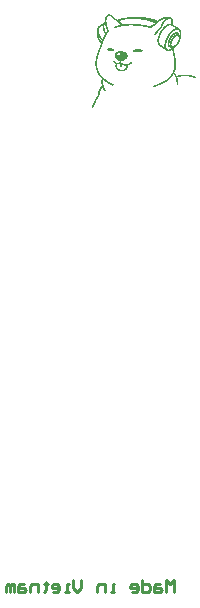
<source format=gbo>
G04*
G04 #@! TF.GenerationSoftware,Altium Limited,Altium Designer,24.1.2 (44)*
G04*
G04 Layer_Color=32896*
%FSLAX44Y44*%
%MOMM*%
G71*
G04*
G04 #@! TF.SameCoordinates,1A3C5EF7-D8C1-486F-82F1-317441259842*
G04*
G04*
G04 #@! TF.FilePolarity,Positive*
G04*
G01*
G75*
%ADD61C,0.2500*%
G36*
X813139Y503325D02*
X813417D01*
Y503286D01*
X813496D01*
Y503246D01*
X813734D01*
Y503206D01*
X813893D01*
Y503167D01*
X813972D01*
Y503127D01*
X814131D01*
Y503087D01*
X814210D01*
Y503048D01*
X814290D01*
Y503008D01*
X814369D01*
Y502968D01*
X814448D01*
Y502929D01*
X814528D01*
Y502889D01*
X814567D01*
Y502849D01*
X814647D01*
Y502809D01*
X814687D01*
Y502770D01*
X814806D01*
Y502730D01*
X814885D01*
Y502691D01*
X814964D01*
Y502651D01*
X815083D01*
Y502611D01*
X815163D01*
Y502571D01*
X815202D01*
Y502532D01*
X815282D01*
Y502492D01*
X815321D01*
Y502452D01*
X815361D01*
Y502413D01*
X815401D01*
Y502373D01*
X815441D01*
Y502333D01*
X815480D01*
Y502294D01*
X815520D01*
Y502254D01*
X815559D01*
Y502214D01*
X815599D01*
Y502175D01*
X815639D01*
Y502135D01*
X815679D01*
Y502095D01*
X815718D01*
Y502056D01*
X815758D01*
Y502016D01*
X815798D01*
Y501976D01*
X815837D01*
Y501936D01*
X815917D01*
Y501857D01*
X815956D01*
Y501818D01*
X815996D01*
Y501778D01*
X816036D01*
Y501738D01*
X816075D01*
Y501698D01*
X816115D01*
Y501659D01*
X816155D01*
Y501619D01*
X816195D01*
Y501579D01*
X816234D01*
Y501540D01*
X816274D01*
Y501460D01*
X816313D01*
Y501421D01*
X816353D01*
Y501381D01*
X816393D01*
Y501341D01*
X816433D01*
Y501302D01*
X816472D01*
Y501262D01*
X816512D01*
Y501183D01*
X816552D01*
Y501143D01*
X816591D01*
Y501103D01*
X816631D01*
Y501063D01*
X816671D01*
Y501024D01*
X816710D01*
Y500984D01*
X816750D01*
Y500944D01*
X816790D01*
Y500905D01*
X816829D01*
Y500825D01*
X816869D01*
Y500786D01*
X816909D01*
Y500746D01*
X816948D01*
Y500706D01*
X816988D01*
Y500667D01*
X817028D01*
Y500627D01*
X817067D01*
Y500587D01*
X817107D01*
Y500548D01*
X817147D01*
Y500508D01*
X817187D01*
Y500468D01*
X817226D01*
Y500429D01*
X817266D01*
Y500389D01*
X817306D01*
Y500349D01*
X817385D01*
Y500309D01*
X817425D01*
Y500270D01*
X817464D01*
Y500230D01*
X817504D01*
Y500191D01*
X817583D01*
Y500151D01*
X817623D01*
Y500111D01*
X817663D01*
Y500071D01*
X817742D01*
Y500032D01*
X817782D01*
Y499992D01*
X817821D01*
Y499952D01*
X817901D01*
Y499913D01*
X817980D01*
Y499873D01*
X818020D01*
Y499833D01*
X818099D01*
Y499794D01*
X818218D01*
Y499754D01*
X818258D01*
Y499714D01*
X818337D01*
Y499675D01*
X818417D01*
Y499635D01*
X818496D01*
Y499595D01*
X818575D01*
Y499556D01*
X818615D01*
Y499516D01*
X818695D01*
Y499476D01*
X818774D01*
Y499436D01*
X818813D01*
Y499397D01*
X818853D01*
Y499357D01*
X818933D01*
Y499317D01*
X818972D01*
Y499278D01*
X819052D01*
Y499238D01*
X819091D01*
Y499198D01*
X819171D01*
Y499159D01*
X819210D01*
Y499119D01*
X819250D01*
Y499079D01*
X819329D01*
Y499040D01*
X819369D01*
Y499000D01*
X819409D01*
Y498960D01*
X819488D01*
Y498921D01*
X819528D01*
Y498881D01*
X819567D01*
Y498841D01*
X819647D01*
Y498802D01*
X819687D01*
Y498762D01*
X819885D01*
Y498802D01*
X819964D01*
Y498841D01*
X820083D01*
Y498881D01*
X820163D01*
Y498921D01*
X820282D01*
Y498960D01*
X820361D01*
Y499000D01*
X820480D01*
Y499040D01*
X820599D01*
Y499079D01*
X820679D01*
Y499119D01*
X820837D01*
Y499159D01*
X820996D01*
Y499198D01*
X821115D01*
Y499238D01*
X821313D01*
Y499278D01*
X821432D01*
Y499317D01*
X821631D01*
Y499357D01*
X821750D01*
Y499397D01*
X821948D01*
Y499436D01*
X822067D01*
Y499476D01*
X822147D01*
Y499516D01*
X822226D01*
Y499556D01*
X822266D01*
Y499595D01*
X822464D01*
Y499635D01*
X822742D01*
Y499675D01*
X822861D01*
Y499714D01*
X822901D01*
Y499754D01*
X822980D01*
Y499794D01*
X823059D01*
Y499833D01*
X823139D01*
Y499873D01*
X823337D01*
Y499913D01*
X823536D01*
Y499952D01*
X823774D01*
Y499992D01*
X823972D01*
Y500032D01*
X824131D01*
Y500071D01*
X824488D01*
Y500111D01*
X824687D01*
Y500151D01*
X824845D01*
Y500191D01*
X824964D01*
Y500230D01*
X825123D01*
Y500270D01*
X825559D01*
Y500309D01*
X825679D01*
Y500349D01*
X825877D01*
Y500389D01*
X826036D01*
Y500429D01*
X826274D01*
Y500468D01*
X826552D01*
Y500508D01*
X826591D01*
Y500548D01*
X826671D01*
Y500587D01*
X826710D01*
Y500627D01*
X827464D01*
Y500667D01*
X827583D01*
Y500706D01*
X827663D01*
Y500746D01*
X827861D01*
Y500786D01*
X828099D01*
Y500825D01*
X828575D01*
Y500865D01*
X828933D01*
Y500905D01*
X829329D01*
Y500944D01*
X829964D01*
Y500984D01*
X830044D01*
Y501024D01*
X830123D01*
Y501063D01*
X830202D01*
Y501103D01*
X830441D01*
Y501063D01*
X830639D01*
Y501024D01*
X830718D01*
Y501063D01*
X830877D01*
Y501103D01*
X831036D01*
Y501143D01*
X831948D01*
Y501183D01*
X832187D01*
Y501222D01*
X832861D01*
Y501262D01*
X833734D01*
Y501222D01*
X834369D01*
Y501262D01*
X834766D01*
Y501302D01*
X835123D01*
Y501341D01*
X835242D01*
Y501302D01*
X838139D01*
Y501262D01*
X838337D01*
Y501222D01*
X838695D01*
Y501183D01*
X839131D01*
Y501222D01*
X839766D01*
Y501183D01*
X840679D01*
Y501143D01*
X840798D01*
Y501103D01*
X840877D01*
Y501063D01*
X841313D01*
Y501024D01*
X842187D01*
Y500984D01*
X842266D01*
Y500944D01*
X842425D01*
Y500905D01*
X842742D01*
Y500865D01*
X843258D01*
Y500825D01*
X843536D01*
Y500786D01*
X843813D01*
Y500746D01*
X844091D01*
Y500706D01*
X844329D01*
Y500667D01*
X844567D01*
Y500627D01*
X844806D01*
Y500587D01*
X844964D01*
Y500548D01*
X845083D01*
Y500508D01*
X845163D01*
Y500468D01*
X845361D01*
Y500429D01*
X845520D01*
Y500389D01*
X845798D01*
Y500429D01*
X845917D01*
Y500389D01*
X846036D01*
Y500349D01*
X846234D01*
Y500309D01*
X846631D01*
Y500270D01*
X846790D01*
Y500230D01*
X846869D01*
Y500191D01*
X847067D01*
Y500151D01*
X847345D01*
Y500111D01*
X847425D01*
Y500071D01*
X847504D01*
Y500032D01*
X847623D01*
Y499992D01*
X847782D01*
Y499952D01*
X848059D01*
Y499913D01*
X848179D01*
Y499873D01*
X848377D01*
Y499833D01*
X848456D01*
Y499794D01*
X848536D01*
Y499754D01*
X848694D01*
Y499714D01*
X848813D01*
Y499675D01*
X849012D01*
Y499635D01*
X849131D01*
Y499595D01*
X849329D01*
Y499556D01*
X849448D01*
Y499516D01*
X849647D01*
Y499476D01*
X849806D01*
Y499436D01*
X849964D01*
Y499397D01*
X850123D01*
Y499357D01*
X850202D01*
Y499317D01*
X850361D01*
Y499278D01*
X850441D01*
Y499238D01*
X850599D01*
Y499198D01*
X850758D01*
Y499159D01*
X850837D01*
Y499119D01*
X850996D01*
Y499079D01*
X851075D01*
Y499040D01*
X851274D01*
Y499000D01*
X851393D01*
Y498960D01*
X851552D01*
Y498921D01*
X851671D01*
Y498881D01*
X851790D01*
Y498841D01*
X851869D01*
Y498802D01*
X851948D01*
Y498762D01*
X851988D01*
Y498722D01*
X852107D01*
Y498683D01*
X852187D01*
Y498643D01*
X852266D01*
Y498603D01*
X852306D01*
Y498563D01*
X852425D01*
Y498524D01*
X852544D01*
Y498484D01*
X852623D01*
Y498444D01*
X852742D01*
Y498405D01*
X852782D01*
Y498365D01*
X852901D01*
Y498325D01*
X853020D01*
Y498286D01*
X853099D01*
Y498246D01*
X853218D01*
Y498206D01*
X853298D01*
Y498167D01*
X853377D01*
Y498127D01*
X853456D01*
Y498087D01*
X853536D01*
Y498048D01*
X853615D01*
Y498008D01*
X853695D01*
Y497968D01*
X853774D01*
Y498008D01*
X853853D01*
Y498048D01*
X853933D01*
Y498087D01*
X853972D01*
Y498127D01*
X854012D01*
Y498167D01*
X854052D01*
Y498206D01*
X854091D01*
Y498246D01*
X854171D01*
Y498286D01*
X854210D01*
Y498325D01*
X854250D01*
Y498365D01*
X854290D01*
Y498405D01*
X854329D01*
Y498444D01*
X854369D01*
Y498484D01*
X854409D01*
Y498524D01*
X854448D01*
Y498563D01*
X854528D01*
Y498603D01*
X854567D01*
Y498643D01*
X854607D01*
Y498683D01*
X854687D01*
Y498722D01*
X854766D01*
Y498762D01*
X854806D01*
Y498802D01*
X854885D01*
Y498841D01*
X855004D01*
Y498881D01*
X855044D01*
Y498921D01*
X855083D01*
Y498960D01*
X855123D01*
Y499000D01*
X855163D01*
Y499040D01*
X855242D01*
Y499079D01*
X855282D01*
Y499119D01*
X855321D01*
Y499159D01*
X855361D01*
Y499198D01*
X855480D01*
Y499238D01*
X855520D01*
Y499278D01*
X855559D01*
Y499317D01*
X855679D01*
Y499357D01*
X855718D01*
Y499397D01*
X855798D01*
Y499436D01*
X855877D01*
Y499476D01*
X855956D01*
Y499516D01*
X855996D01*
Y499556D01*
X856036D01*
Y499595D01*
X856115D01*
Y499635D01*
X856195D01*
Y499675D01*
X856274D01*
Y499714D01*
X856353D01*
Y499754D01*
X856393D01*
Y499794D01*
X856552D01*
Y499833D01*
X856631D01*
Y499873D01*
X856750D01*
Y499913D01*
X856869D01*
Y499952D01*
X856948D01*
Y499992D01*
X857067D01*
Y500032D01*
X857147D01*
Y500071D01*
X857226D01*
Y500111D01*
X857345D01*
Y500151D01*
X857425D01*
Y500191D01*
X857504D01*
Y500230D01*
X857583D01*
Y500270D01*
X857702D01*
Y500309D01*
X857782D01*
Y500349D01*
X857901D01*
Y500389D01*
X857980D01*
Y500429D01*
X858059D01*
Y500468D01*
X858179D01*
Y500508D01*
X858298D01*
Y500548D01*
X858417D01*
Y500587D01*
X858496D01*
Y500627D01*
X858615D01*
Y500667D01*
X858734D01*
Y500706D01*
X858813D01*
Y500746D01*
X858893D01*
Y500786D01*
X859012D01*
Y500825D01*
X859131D01*
Y500865D01*
X859250D01*
Y500905D01*
X859448D01*
Y500944D01*
X859528D01*
Y500984D01*
X859607D01*
Y501024D01*
X859766D01*
Y501063D01*
X860321D01*
Y501103D01*
X860441D01*
Y501143D01*
X860599D01*
Y501183D01*
X860718D01*
Y501222D01*
X860956D01*
Y501262D01*
X861393D01*
Y501302D01*
X861909D01*
Y501341D01*
X863218D01*
Y501302D01*
X863337D01*
Y501262D01*
X863456D01*
Y501222D01*
X863615D01*
Y501183D01*
X863813D01*
Y501143D01*
X863933D01*
Y501103D01*
X864091D01*
Y501063D01*
X864171D01*
Y501024D01*
X864290D01*
Y500984D01*
X864409D01*
Y500944D01*
X864488D01*
Y500905D01*
X864567D01*
Y500865D01*
X864607D01*
Y500825D01*
X864687D01*
Y500786D01*
X864726D01*
Y500746D01*
X864806D01*
Y500706D01*
X864845D01*
Y500667D01*
X864925D01*
Y500627D01*
X864964D01*
Y500587D01*
X865004D01*
Y500548D01*
X865083D01*
Y500508D01*
X865123D01*
Y500468D01*
X865163D01*
Y500429D01*
X865202D01*
Y500389D01*
X865282D01*
Y500349D01*
X865321D01*
Y500309D01*
X865361D01*
Y500270D01*
X865401D01*
Y500230D01*
X865441D01*
Y500191D01*
X865520D01*
Y500151D01*
X865559D01*
Y500111D01*
X865599D01*
Y500071D01*
X865639D01*
Y500032D01*
X865679D01*
Y499992D01*
X865718D01*
Y499952D01*
X865758D01*
Y499913D01*
X865798D01*
Y499873D01*
X865837D01*
Y499833D01*
X865877D01*
Y499794D01*
X865917D01*
Y499754D01*
X865956D01*
Y499675D01*
X865996D01*
Y499635D01*
X866036D01*
Y499595D01*
X866075D01*
Y499556D01*
X866115D01*
Y499476D01*
X866155D01*
Y499397D01*
X866195D01*
Y499317D01*
X866234D01*
Y499278D01*
X866274D01*
Y499159D01*
X866313D01*
Y499119D01*
X866353D01*
Y499000D01*
X866393D01*
Y498881D01*
X866433D01*
Y498722D01*
X866472D01*
Y498563D01*
X866512D01*
Y498484D01*
X866552D01*
Y498246D01*
X866591D01*
Y496183D01*
X866552D01*
Y495706D01*
X866512D01*
Y495349D01*
X866552D01*
Y494714D01*
X866591D01*
Y494675D01*
X866631D01*
Y494635D01*
X866750D01*
Y494595D01*
X866829D01*
Y494556D01*
X866909D01*
Y494516D01*
X866988D01*
Y494476D01*
X867028D01*
Y494436D01*
X867107D01*
Y494397D01*
X867187D01*
Y494357D01*
X867266D01*
Y494318D01*
X867345D01*
Y494278D01*
X867425D01*
Y494238D01*
X867504D01*
Y494198D01*
X867583D01*
Y494159D01*
X867623D01*
Y494119D01*
X867702D01*
Y494079D01*
X867782D01*
Y494040D01*
X867861D01*
Y494000D01*
X867901D01*
Y493960D01*
X868020D01*
Y493921D01*
X868059D01*
Y493881D01*
X868139D01*
Y493841D01*
X868258D01*
Y493802D01*
X868298D01*
Y493762D01*
X868377D01*
Y493722D01*
X868456D01*
Y493683D01*
X868536D01*
Y493643D01*
X868615D01*
Y493603D01*
X868695D01*
Y493563D01*
X868774D01*
Y493524D01*
X868853D01*
Y493484D01*
X868933D01*
Y493444D01*
X869012D01*
Y493405D01*
X869091D01*
Y493365D01*
X869171D01*
Y493325D01*
X869250D01*
Y493286D01*
X869329D01*
Y493246D01*
X869409D01*
Y493206D01*
X869488D01*
Y493167D01*
X869567D01*
Y493127D01*
X869647D01*
Y493087D01*
X869726D01*
Y493048D01*
X869806D01*
Y493008D01*
X869845D01*
Y492968D01*
X869925D01*
Y492929D01*
X870004D01*
Y492889D01*
X870044D01*
Y492849D01*
X870123D01*
Y492809D01*
X870202D01*
Y492770D01*
X870242D01*
Y492730D01*
X870321D01*
Y492691D01*
X870401D01*
Y492651D01*
X870441D01*
Y492611D01*
X870520D01*
Y492571D01*
X870599D01*
Y492532D01*
X870679D01*
Y492492D01*
X870718D01*
Y492452D01*
X870798D01*
Y492413D01*
X870877D01*
Y492373D01*
X870956D01*
Y492333D01*
X871036D01*
Y492294D01*
X871075D01*
Y492254D01*
X871194D01*
Y492214D01*
X871234D01*
Y492175D01*
X871313D01*
Y492135D01*
X871393D01*
Y492095D01*
X871432D01*
Y492056D01*
X871512D01*
Y492016D01*
X871552D01*
Y491976D01*
X871631D01*
Y491936D01*
X871671D01*
Y491897D01*
X871750D01*
Y491857D01*
X871790D01*
Y491818D01*
X871829D01*
Y491778D01*
X871909D01*
Y491738D01*
X871948D01*
Y491698D01*
X871988D01*
Y491659D01*
X872028D01*
Y491619D01*
X872067D01*
Y491579D01*
X872107D01*
Y491540D01*
X872147D01*
Y491500D01*
X872187D01*
Y491460D01*
X872226D01*
Y491421D01*
X872266D01*
Y491381D01*
X872306D01*
Y491341D01*
X872345D01*
Y491302D01*
X872385D01*
Y491262D01*
X872425D01*
Y491222D01*
X872504D01*
Y491183D01*
X872544D01*
Y491143D01*
X872583D01*
Y491103D01*
X872623D01*
Y491063D01*
X872663D01*
Y491024D01*
X872702D01*
Y490944D01*
X872742D01*
Y490905D01*
X872782D01*
Y490865D01*
X872821D01*
Y490786D01*
X872861D01*
Y490746D01*
X872901D01*
Y490667D01*
X872941D01*
Y490627D01*
X872980D01*
Y490587D01*
X873020D01*
Y490548D01*
X873059D01*
Y490468D01*
X873099D01*
Y490429D01*
X873139D01*
Y490349D01*
X873179D01*
Y490309D01*
X873218D01*
Y490230D01*
X873258D01*
Y490151D01*
X873298D01*
Y490111D01*
X873337D01*
Y489992D01*
X873377D01*
Y489913D01*
X873417D01*
Y489794D01*
X873456D01*
Y489714D01*
X873496D01*
Y489595D01*
X873536D01*
Y489436D01*
X873575D01*
Y489318D01*
X873615D01*
Y489159D01*
X873655D01*
Y488802D01*
X873694D01*
Y488603D01*
X873734D01*
Y488444D01*
X873774D01*
Y488008D01*
X873813D01*
Y487413D01*
X873774D01*
Y487254D01*
X873734D01*
Y485905D01*
X873694D01*
Y485706D01*
X873655D01*
Y485468D01*
X873615D01*
Y485309D01*
X873575D01*
Y485111D01*
X873536D01*
Y484992D01*
X873496D01*
Y484833D01*
X873456D01*
Y484635D01*
X873417D01*
Y484516D01*
X873377D01*
Y484436D01*
X873337D01*
Y484317D01*
X873298D01*
Y484238D01*
X873258D01*
Y484159D01*
X873218D01*
Y484040D01*
X873179D01*
Y483960D01*
X873139D01*
Y483762D01*
X873179D01*
Y482651D01*
X873218D01*
Y482413D01*
X873179D01*
Y482333D01*
X873139D01*
Y482214D01*
X873099D01*
Y482095D01*
X873059D01*
Y481936D01*
X873020D01*
Y481698D01*
X872980D01*
Y481421D01*
X872941D01*
Y481222D01*
X872901D01*
Y481143D01*
X872861D01*
Y480905D01*
X872821D01*
Y480786D01*
X872782D01*
Y480706D01*
X872742D01*
Y480587D01*
X872702D01*
Y480468D01*
X872663D01*
Y480349D01*
X872623D01*
Y480270D01*
X872583D01*
Y480191D01*
X872544D01*
Y480111D01*
X872504D01*
Y480032D01*
X872464D01*
Y479913D01*
X872425D01*
Y479873D01*
X872385D01*
Y479794D01*
X872345D01*
Y479675D01*
X872306D01*
Y479635D01*
X872266D01*
Y479595D01*
X872226D01*
Y479516D01*
X872187D01*
Y479397D01*
X872147D01*
Y479318D01*
X872107D01*
Y479238D01*
X872067D01*
Y479159D01*
X872028D01*
Y479079D01*
X871988D01*
Y479000D01*
X871948D01*
Y478921D01*
X871909D01*
Y478881D01*
X871869D01*
Y478841D01*
X871829D01*
Y478762D01*
X871790D01*
Y478683D01*
X871750D01*
Y478643D01*
X871710D01*
Y478563D01*
X871671D01*
Y478524D01*
X871631D01*
Y478444D01*
X871591D01*
Y478365D01*
X871552D01*
Y478286D01*
X871512D01*
Y478206D01*
X871472D01*
Y478127D01*
X871432D01*
Y478008D01*
X871393D01*
Y477968D01*
X871353D01*
Y477929D01*
X871313D01*
Y477889D01*
X871274D01*
Y477809D01*
X871234D01*
Y477770D01*
X871194D01*
Y477730D01*
X871155D01*
Y477691D01*
X871115D01*
Y477651D01*
X871075D01*
Y477611D01*
X871036D01*
Y477571D01*
X870996D01*
Y477532D01*
X870956D01*
Y477492D01*
X870917D01*
Y477413D01*
X870877D01*
Y477373D01*
X870837D01*
Y477333D01*
X870798D01*
Y477294D01*
X870758D01*
Y477254D01*
X870718D01*
Y477214D01*
X870679D01*
Y477175D01*
X870639D01*
Y477135D01*
X870599D01*
Y477095D01*
X870559D01*
Y477056D01*
X870520D01*
Y477016D01*
X870480D01*
Y476976D01*
X870441D01*
Y476936D01*
X870401D01*
Y476897D01*
X870361D01*
Y476857D01*
X870321D01*
Y476818D01*
X870282D01*
Y476778D01*
X870242D01*
Y476738D01*
X870163D01*
Y476698D01*
X870123D01*
Y476659D01*
X870083D01*
Y476619D01*
X870044D01*
Y476579D01*
X870004D01*
Y476540D01*
X869964D01*
Y476500D01*
X869925D01*
Y476460D01*
X869885D01*
Y476421D01*
X869845D01*
Y476381D01*
X869806D01*
Y476341D01*
X869766D01*
Y476302D01*
X869726D01*
Y476262D01*
X869687D01*
Y476222D01*
X869567D01*
Y476183D01*
X869488D01*
Y476143D01*
X869448D01*
Y476103D01*
X869369D01*
Y476063D01*
X869290D01*
Y476024D01*
X869250D01*
Y475984D01*
X869171D01*
Y475944D01*
X869131D01*
Y475905D01*
X869091D01*
Y475865D01*
X869012D01*
Y475825D01*
X868933D01*
Y475786D01*
X868813D01*
Y475746D01*
X868774D01*
Y475706D01*
X868695D01*
Y475667D01*
X868615D01*
Y475627D01*
X868536D01*
Y475587D01*
X868496D01*
Y475548D01*
X868456D01*
Y475508D01*
X868417D01*
Y475468D01*
X868377D01*
Y475429D01*
X868337D01*
Y475349D01*
X868298D01*
Y475309D01*
X868258D01*
Y475270D01*
X868218D01*
Y475191D01*
X868179D01*
Y475111D01*
X868139D01*
Y475071D01*
X868099D01*
Y475032D01*
X868059D01*
Y474992D01*
X868020D01*
Y474952D01*
X867980D01*
Y474873D01*
X867901D01*
Y474833D01*
X867861D01*
Y474794D01*
X867821D01*
Y474754D01*
X867782D01*
Y474714D01*
X867742D01*
Y474675D01*
X867702D01*
Y474635D01*
X867663D01*
Y474595D01*
X867623D01*
Y474556D01*
X867583D01*
Y474516D01*
X867544D01*
Y474436D01*
X867504D01*
Y474397D01*
X867464D01*
Y474357D01*
X867425D01*
Y474317D01*
X867385D01*
Y474278D01*
X867306D01*
Y474238D01*
X867266D01*
Y474198D01*
X867226D01*
Y474159D01*
X867187D01*
Y474119D01*
X867147D01*
Y474000D01*
X867187D01*
Y473841D01*
X867226D01*
Y473722D01*
X867266D01*
Y473603D01*
X867306D01*
Y473484D01*
X867345D01*
Y473286D01*
X867385D01*
Y473206D01*
X867425D01*
Y473048D01*
X867464D01*
Y472929D01*
X867504D01*
Y472809D01*
X867544D01*
Y472611D01*
X867583D01*
Y472532D01*
X867623D01*
Y472333D01*
X867663D01*
Y472254D01*
X867702D01*
Y472095D01*
X867742D01*
Y471936D01*
X867782D01*
Y471778D01*
X867821D01*
Y471659D01*
X867861D01*
Y471579D01*
X867901D01*
Y471381D01*
X867941D01*
Y471302D01*
X867980D01*
Y471143D01*
X868020D01*
Y470984D01*
X868059D01*
Y470825D01*
X868099D01*
Y470667D01*
X868139D01*
Y470508D01*
X868179D01*
Y470071D01*
X868218D01*
Y469913D01*
X868258D01*
Y469794D01*
X868298D01*
Y469595D01*
X868337D01*
Y469516D01*
X868377D01*
Y469357D01*
X868417D01*
Y469198D01*
X868456D01*
Y469040D01*
X868496D01*
Y468881D01*
X868536D01*
Y468762D01*
X868575D01*
Y468563D01*
X868615D01*
Y468365D01*
X868655D01*
Y468167D01*
X868695D01*
Y468048D01*
X868734D01*
Y467929D01*
X868774D01*
Y467373D01*
X868813D01*
Y467175D01*
X868853D01*
Y466936D01*
X868893D01*
Y466778D01*
X868933D01*
Y466540D01*
X868972D01*
Y466103D01*
X869012D01*
Y465984D01*
X869052D01*
Y465786D01*
X869091D01*
Y465706D01*
X869131D01*
Y465548D01*
X869171D01*
Y465389D01*
X869210D01*
Y465309D01*
X869171D01*
Y465151D01*
X869210D01*
Y464913D01*
X869250D01*
Y464754D01*
X869290D01*
Y464159D01*
X869329D01*
Y463921D01*
X869369D01*
Y463802D01*
X869409D01*
Y463405D01*
X869369D01*
Y463206D01*
X869409D01*
Y462452D01*
X869448D01*
Y462016D01*
X869488D01*
Y461183D01*
X869528D01*
Y461143D01*
X869488D01*
Y460984D01*
X869448D01*
Y460230D01*
X869409D01*
Y459714D01*
X869369D01*
Y459357D01*
X869329D01*
Y459198D01*
X869290D01*
Y459040D01*
X869250D01*
Y458365D01*
X869210D01*
Y458008D01*
X869171D01*
Y457849D01*
X869131D01*
Y457730D01*
X869091D01*
Y457611D01*
X869052D01*
Y457175D01*
X869012D01*
Y457016D01*
X868972D01*
Y456778D01*
X868933D01*
Y456579D01*
X868893D01*
Y456381D01*
X868853D01*
Y456302D01*
X868813D01*
Y456222D01*
X868774D01*
Y456103D01*
X868734D01*
Y456024D01*
X868695D01*
Y455944D01*
X868655D01*
Y455825D01*
X868615D01*
Y455746D01*
X868575D01*
Y455667D01*
X868536D01*
Y455548D01*
X868496D01*
Y455429D01*
X868456D01*
Y455270D01*
X868417D01*
Y455151D01*
X868377D01*
Y454992D01*
X868337D01*
Y454913D01*
X868298D01*
Y454794D01*
X868258D01*
Y454714D01*
X868218D01*
Y454595D01*
X868179D01*
Y454516D01*
X868139D01*
Y454436D01*
X868099D01*
Y454318D01*
X868059D01*
Y454278D01*
X868020D01*
Y454198D01*
X867980D01*
Y454079D01*
X867941D01*
Y454040D01*
X867901D01*
Y453881D01*
X867941D01*
Y453802D01*
X867980D01*
Y453762D01*
X868020D01*
Y453722D01*
X868059D01*
Y453683D01*
X868099D01*
Y453643D01*
X868139D01*
Y453603D01*
X868179D01*
Y453563D01*
X868218D01*
Y453524D01*
X868258D01*
Y453484D01*
X868298D01*
Y453405D01*
X868337D01*
Y453365D01*
X868377D01*
Y453325D01*
X868417D01*
Y453286D01*
X868456D01*
Y453246D01*
X868496D01*
Y453206D01*
X868536D01*
Y453167D01*
X868575D01*
Y453127D01*
X868615D01*
Y453087D01*
X868655D01*
Y453048D01*
X868695D01*
Y452968D01*
X868734D01*
Y452929D01*
X868813D01*
Y452849D01*
X868853D01*
Y452809D01*
X868893D01*
Y452770D01*
X868933D01*
Y452691D01*
X868972D01*
Y452651D01*
X869012D01*
Y452611D01*
X869052D01*
Y452532D01*
X869091D01*
Y452452D01*
X869131D01*
Y452373D01*
X869171D01*
Y452333D01*
X869210D01*
Y452254D01*
X869250D01*
Y452175D01*
X869290D01*
Y452135D01*
X869329D01*
Y452016D01*
X869369D01*
Y451976D01*
X869409D01*
Y451897D01*
X869448D01*
Y451818D01*
X869488D01*
Y451778D01*
X869528D01*
Y451698D01*
X869567D01*
Y451659D01*
X869607D01*
Y451579D01*
X869647D01*
Y451500D01*
X869687D01*
Y451460D01*
X869726D01*
Y451381D01*
X869766D01*
Y451341D01*
X869806D01*
Y451302D01*
X870004D01*
Y451341D01*
X870123D01*
Y451381D01*
X870242D01*
Y451421D01*
X870361D01*
Y451460D01*
X870480D01*
Y451500D01*
X870599D01*
Y451540D01*
X870718D01*
Y451579D01*
X870837D01*
Y451619D01*
X870956D01*
Y451659D01*
X871075D01*
Y451698D01*
X871393D01*
Y451738D01*
X871552D01*
Y451778D01*
X871631D01*
Y451818D01*
X871710D01*
Y451857D01*
X871790D01*
Y451897D01*
X872306D01*
Y451936D01*
X872425D01*
Y451976D01*
X872583D01*
Y452016D01*
X872702D01*
Y452056D01*
X873337D01*
Y452095D01*
X873417D01*
Y452135D01*
X873456D01*
Y452175D01*
X873694D01*
Y452214D01*
X874052D01*
Y452254D01*
X874448D01*
Y452294D01*
X875083D01*
Y452333D01*
X875242D01*
Y452373D01*
X876631D01*
Y452333D01*
X877067D01*
Y452373D01*
X877821D01*
Y452333D01*
X877941D01*
Y452294D01*
X878456D01*
Y452333D01*
X878813D01*
Y452294D01*
X879091D01*
Y452254D01*
X879329D01*
Y452214D01*
X879528D01*
Y452175D01*
X880361D01*
Y452135D01*
X880441D01*
Y452095D01*
X880480D01*
Y452056D01*
X880559D01*
Y452016D01*
X881036D01*
Y451976D01*
X881234D01*
Y451936D01*
X881393D01*
Y451897D01*
X881552D01*
Y451857D01*
X881909D01*
Y451818D01*
X882028D01*
Y451778D01*
X882226D01*
Y451738D01*
X882306D01*
Y451698D01*
X882504D01*
Y451659D01*
X882901D01*
Y451619D01*
X883059D01*
Y451579D01*
X883179D01*
Y451540D01*
X883298D01*
Y451500D01*
X883377D01*
Y451460D01*
X883417D01*
Y451421D01*
X883536D01*
Y451381D01*
X883734D01*
Y451341D01*
X883853D01*
Y451302D01*
X884012D01*
Y451262D01*
X884131D01*
Y451222D01*
X884290D01*
Y451183D01*
X884409D01*
Y451143D01*
X884567D01*
Y451103D01*
X884687D01*
Y451063D01*
X884885D01*
Y451024D01*
X884964D01*
Y450984D01*
X885044D01*
Y450944D01*
X885163D01*
Y450905D01*
X885242D01*
Y450865D01*
X885361D01*
Y450825D01*
X885441D01*
Y450786D01*
X885520D01*
Y450746D01*
X885639D01*
Y450706D01*
X885718D01*
Y450667D01*
X885837D01*
Y450627D01*
X885877D01*
Y450587D01*
X885996D01*
Y449119D01*
X885917D01*
Y449159D01*
X885798D01*
Y449198D01*
X885679D01*
Y449238D01*
X885599D01*
Y449278D01*
X885520D01*
Y449317D01*
X885321D01*
Y449357D01*
X885202D01*
Y449397D01*
X885123D01*
Y449436D01*
X885004D01*
Y449476D01*
X884925D01*
Y449516D01*
X884845D01*
Y449556D01*
X884766D01*
Y449595D01*
X884647D01*
Y449635D01*
X884567D01*
Y449675D01*
X884448D01*
Y449714D01*
X884329D01*
Y449754D01*
X884210D01*
Y449794D01*
X884052D01*
Y449833D01*
X883972D01*
Y449873D01*
X883813D01*
Y449913D01*
X883694D01*
Y449952D01*
X883575D01*
Y449992D01*
X883377D01*
Y450032D01*
X883298D01*
Y450071D01*
X883139D01*
Y450111D01*
X882980D01*
Y450151D01*
X882861D01*
Y450191D01*
X882623D01*
Y450230D01*
X882385D01*
Y450270D01*
X882147D01*
Y450309D01*
X882028D01*
Y450349D01*
X881909D01*
Y450389D01*
X881829D01*
Y450429D01*
X881750D01*
Y450468D01*
X881512D01*
Y450508D01*
X881353D01*
Y450548D01*
X881115D01*
Y450587D01*
X880837D01*
Y450627D01*
X880480D01*
Y450667D01*
X880282D01*
Y450706D01*
X880123D01*
Y450746D01*
X879766D01*
Y450706D01*
X879687D01*
Y450746D01*
X879409D01*
Y450786D01*
X879290D01*
Y450825D01*
X879171D01*
Y450865D01*
X878377D01*
Y450905D01*
X878139D01*
Y450944D01*
X877782D01*
Y450905D01*
X877702D01*
Y450944D01*
X876313D01*
Y450905D01*
X875798D01*
Y450944D01*
X875123D01*
Y450905D01*
X874845D01*
Y450865D01*
X874329D01*
Y450825D01*
X873972D01*
Y450786D01*
X873734D01*
Y450746D01*
X873456D01*
Y450706D01*
X873218D01*
Y450667D01*
X872861D01*
Y450627D01*
X872504D01*
Y450587D01*
X872107D01*
Y450548D01*
X871909D01*
Y450508D01*
X871829D01*
Y450468D01*
X871671D01*
Y450429D01*
X871512D01*
Y450389D01*
X871393D01*
Y450349D01*
X871274D01*
Y450309D01*
X871115D01*
Y450270D01*
X870956D01*
Y450230D01*
X870798D01*
Y450191D01*
X870520D01*
Y450151D01*
X870441D01*
Y449952D01*
X870480D01*
Y449794D01*
X870520D01*
Y449714D01*
X870559D01*
Y449556D01*
X870599D01*
Y449436D01*
X870639D01*
Y449317D01*
X870679D01*
Y449119D01*
X870718D01*
Y449040D01*
X870758D01*
Y448802D01*
X870798D01*
Y448563D01*
X870837D01*
Y448405D01*
X870877D01*
Y448246D01*
X870917D01*
Y448167D01*
X870956D01*
Y447968D01*
X870996D01*
Y447889D01*
X871036D01*
Y447532D01*
X871075D01*
Y447413D01*
X871115D01*
Y447294D01*
X871155D01*
Y446976D01*
X871194D01*
Y446143D01*
X871234D01*
Y445825D01*
X871274D01*
Y445587D01*
X871313D01*
Y444635D01*
X871274D01*
Y444476D01*
X871234D01*
Y444318D01*
X871194D01*
Y444238D01*
X871155D01*
Y444079D01*
X871115D01*
Y444000D01*
X871075D01*
Y443921D01*
X871036D01*
Y443841D01*
X870996D01*
Y443802D01*
X870956D01*
Y443762D01*
X870917D01*
Y443722D01*
X870837D01*
Y443683D01*
X870718D01*
Y443643D01*
X870361D01*
Y443683D01*
X870282D01*
Y443722D01*
X870202D01*
Y443762D01*
X870163D01*
Y443802D01*
X870123D01*
Y443841D01*
X870083D01*
Y443881D01*
X870044D01*
Y443921D01*
X870004D01*
Y444040D01*
X869964D01*
Y444079D01*
X869925D01*
Y444198D01*
X869885D01*
Y444635D01*
X869925D01*
Y445191D01*
X869885D01*
Y446103D01*
X869845D01*
Y446183D01*
X869806D01*
Y446341D01*
X869766D01*
Y446857D01*
X869726D01*
Y447016D01*
X869687D01*
Y447214D01*
X869647D01*
Y447413D01*
X869607D01*
Y447571D01*
X869567D01*
Y447770D01*
X869528D01*
Y447968D01*
X869488D01*
Y448167D01*
X869448D01*
Y448286D01*
X869409D01*
Y448524D01*
X869369D01*
Y448643D01*
X869329D01*
Y448762D01*
X869290D01*
Y448881D01*
X869250D01*
Y449040D01*
X869210D01*
Y449159D01*
X869171D01*
Y449278D01*
X869131D01*
Y449436D01*
X869091D01*
Y449556D01*
X869052D01*
Y449675D01*
X869012D01*
Y449754D01*
X868972D01*
Y449833D01*
X868933D01*
Y449913D01*
X868893D01*
Y449992D01*
X868853D01*
Y450111D01*
X868813D01*
Y450151D01*
X868774D01*
Y450230D01*
X868734D01*
Y450309D01*
X868695D01*
Y450429D01*
X868655D01*
Y450508D01*
X868615D01*
Y450587D01*
X868575D01*
Y450667D01*
X868536D01*
Y450746D01*
X868496D01*
Y450825D01*
X868456D01*
Y450905D01*
X868417D01*
Y450984D01*
X868377D01*
Y451063D01*
X868337D01*
Y451103D01*
X868298D01*
Y451183D01*
X868258D01*
Y451302D01*
X868218D01*
Y451381D01*
X868179D01*
Y451460D01*
X868139D01*
Y451540D01*
X868099D01*
Y451659D01*
X868059D01*
Y451738D01*
X868020D01*
Y451778D01*
X867980D01*
Y451857D01*
X867941D01*
Y451936D01*
X867901D01*
Y451976D01*
X867861D01*
Y452016D01*
X867821D01*
Y452095D01*
X867782D01*
Y452135D01*
X867742D01*
Y452175D01*
X867663D01*
Y452254D01*
X867623D01*
Y452294D01*
X867583D01*
Y452333D01*
X867544D01*
Y452373D01*
X867504D01*
Y452413D01*
X867464D01*
Y452452D01*
X867425D01*
Y452492D01*
X867385D01*
Y452532D01*
X867226D01*
Y452492D01*
X867187D01*
Y452452D01*
X867147D01*
Y452333D01*
X867107D01*
Y452294D01*
X867067D01*
Y452214D01*
X867028D01*
Y452135D01*
X866988D01*
Y452095D01*
X866948D01*
Y452016D01*
X866909D01*
Y451936D01*
X866869D01*
Y451897D01*
X866829D01*
Y451818D01*
X866790D01*
Y451778D01*
X866750D01*
Y451738D01*
X866710D01*
Y451659D01*
X866671D01*
Y451619D01*
X866631D01*
Y451540D01*
X866591D01*
Y451500D01*
X866552D01*
Y451421D01*
X866512D01*
Y451381D01*
X866472D01*
Y451302D01*
X866433D01*
Y451222D01*
X866393D01*
Y451143D01*
X866353D01*
Y451103D01*
X866313D01*
Y451063D01*
X866274D01*
Y450984D01*
X866234D01*
Y450905D01*
X866195D01*
Y450825D01*
X866155D01*
Y450746D01*
X866115D01*
Y450706D01*
X866075D01*
Y450627D01*
X866036D01*
Y450587D01*
X865996D01*
Y450548D01*
X865956D01*
Y450508D01*
X865917D01*
Y450429D01*
X865877D01*
Y450389D01*
X865837D01*
Y450349D01*
X865798D01*
Y450309D01*
X865758D01*
Y450270D01*
X865718D01*
Y450230D01*
X865679D01*
Y450191D01*
X865639D01*
Y450111D01*
X865559D01*
Y450071D01*
X865520D01*
Y449992D01*
X865480D01*
Y449952D01*
X865441D01*
Y449913D01*
X865401D01*
Y449873D01*
X865361D01*
Y449833D01*
X865321D01*
Y449794D01*
X865282D01*
Y449754D01*
X865242D01*
Y449714D01*
X865202D01*
Y449635D01*
X865163D01*
Y449595D01*
X865123D01*
Y449556D01*
X865083D01*
Y449516D01*
X865044D01*
Y449476D01*
X865004D01*
Y449436D01*
X864964D01*
Y449397D01*
X864925D01*
Y449317D01*
X864885D01*
Y449278D01*
X864845D01*
Y449238D01*
X864806D01*
Y449198D01*
X864766D01*
Y449159D01*
X864726D01*
Y449119D01*
X864687D01*
Y449079D01*
X864647D01*
Y449040D01*
X864607D01*
Y449000D01*
X864567D01*
Y448960D01*
X864528D01*
Y448921D01*
X864488D01*
Y448881D01*
X864448D01*
Y448841D01*
X864409D01*
Y448802D01*
X864329D01*
Y448762D01*
X864290D01*
Y448722D01*
X864210D01*
Y448683D01*
X864171D01*
Y448643D01*
X864131D01*
Y448603D01*
X864091D01*
Y448563D01*
X864052D01*
Y448524D01*
X864012D01*
Y448484D01*
X863972D01*
Y448444D01*
X863933D01*
Y448405D01*
X863893D01*
Y448365D01*
X863813D01*
Y448325D01*
X863774D01*
Y448246D01*
X863734D01*
Y448206D01*
X863695D01*
Y448167D01*
X863655D01*
Y448127D01*
X863615D01*
Y448087D01*
X863575D01*
Y448048D01*
X863536D01*
Y448008D01*
X863496D01*
Y447968D01*
X863417D01*
Y447929D01*
X863377D01*
Y447889D01*
X863337D01*
Y447849D01*
X863258D01*
Y447809D01*
X863218D01*
Y447770D01*
X863139D01*
Y447730D01*
X863099D01*
Y447691D01*
X863020D01*
Y447651D01*
X862980D01*
Y447611D01*
X862941D01*
Y447571D01*
X862861D01*
Y447532D01*
X862821D01*
Y447492D01*
X862742D01*
Y447452D01*
X862702D01*
Y447413D01*
X862623D01*
Y447373D01*
X862583D01*
Y447333D01*
X862544D01*
Y447294D01*
X862464D01*
Y447254D01*
X862425D01*
Y447214D01*
X862345D01*
Y447175D01*
X862306D01*
Y447135D01*
X862266D01*
Y447095D01*
X862226D01*
Y447056D01*
X862147D01*
Y447016D01*
X862107D01*
Y446976D01*
X862028D01*
Y446936D01*
X861948D01*
Y446897D01*
X861909D01*
Y446857D01*
X861829D01*
Y446817D01*
X861790D01*
Y446778D01*
X861710D01*
Y446738D01*
X861631D01*
Y446698D01*
X861552D01*
Y446659D01*
X861512D01*
Y446619D01*
X861432D01*
Y446579D01*
X861393D01*
Y446540D01*
X861353D01*
Y446500D01*
X861313D01*
Y446460D01*
X861234D01*
Y446421D01*
X861194D01*
Y446381D01*
X861155D01*
Y446341D01*
X861115D01*
Y446302D01*
X861036D01*
Y446262D01*
X860996D01*
Y446222D01*
X860956D01*
Y446183D01*
X860837D01*
Y446143D01*
X860758D01*
Y446103D01*
X860679D01*
Y446063D01*
X860599D01*
Y446024D01*
X860520D01*
Y445984D01*
X860441D01*
Y445944D01*
X860361D01*
Y445905D01*
X860282D01*
Y445865D01*
X860202D01*
Y445825D01*
X860123D01*
Y445786D01*
X860083D01*
Y445746D01*
X860004D01*
Y445706D01*
X859964D01*
Y445667D01*
X859885D01*
Y445627D01*
X859806D01*
Y445587D01*
X859766D01*
Y445548D01*
X859687D01*
Y445508D01*
X859607D01*
Y445468D01*
X859567D01*
Y445429D01*
X859528D01*
Y445389D01*
X859448D01*
Y445349D01*
X859369D01*
Y445309D01*
X859250D01*
Y445270D01*
X859210D01*
Y445230D01*
X859171D01*
Y445191D01*
X859091D01*
Y445151D01*
X859052D01*
Y445111D01*
X858972D01*
Y445071D01*
X858932D01*
Y445032D01*
X858853D01*
Y444992D01*
X858774D01*
Y444952D01*
X858694D01*
Y444913D01*
X858615D01*
Y444873D01*
X858536D01*
Y444833D01*
X858456D01*
Y444794D01*
X858417D01*
Y444754D01*
X858298D01*
Y444714D01*
X858218D01*
Y444675D01*
X858139D01*
Y444635D01*
X858059D01*
Y444595D01*
X857980D01*
Y444556D01*
X857901D01*
Y444516D01*
X857821D01*
Y444476D01*
X857742D01*
Y444436D01*
X857623D01*
Y444397D01*
X857544D01*
Y444357D01*
X857464D01*
Y444318D01*
X857385D01*
Y444278D01*
X857266D01*
Y444238D01*
X857187D01*
Y444198D01*
X857107D01*
Y444159D01*
X856988D01*
Y444119D01*
X856909D01*
Y444079D01*
X856829D01*
Y444040D01*
X856710D01*
Y444000D01*
X856591D01*
Y443960D01*
X856512D01*
Y443921D01*
X856433D01*
Y443881D01*
X856353D01*
Y443841D01*
X856274D01*
Y443802D01*
X856195D01*
Y443762D01*
X856155D01*
Y443722D01*
X856115D01*
Y443683D01*
X856036D01*
Y443643D01*
X855956D01*
Y443603D01*
X855679D01*
Y443563D01*
X855480D01*
Y443524D01*
X855361D01*
Y443484D01*
X855282D01*
Y443444D01*
X855242D01*
Y443405D01*
X855163D01*
Y443365D01*
X855083D01*
Y443325D01*
X855004D01*
Y443286D01*
X854925D01*
Y443246D01*
X854806D01*
Y443206D01*
X854687D01*
Y443167D01*
X854607D01*
Y443127D01*
X854488D01*
Y443087D01*
X854409D01*
Y443048D01*
X854290D01*
Y443008D01*
X854171D01*
Y442968D01*
X854091D01*
Y442929D01*
X853972D01*
Y442889D01*
X853893D01*
Y442849D01*
X853813D01*
Y442809D01*
X853734D01*
Y442770D01*
X853615D01*
Y442730D01*
X853536D01*
Y442691D01*
X853496D01*
Y442651D01*
X853377D01*
Y442611D01*
X853298D01*
Y442571D01*
X853218D01*
Y442532D01*
X853139D01*
Y442492D01*
X853020D01*
Y442452D01*
X852941D01*
Y442413D01*
X852821D01*
Y442373D01*
X852702D01*
Y442333D01*
X852623D01*
Y442294D01*
X852504D01*
Y442254D01*
X852385D01*
Y442214D01*
X852306D01*
Y442175D01*
X852187D01*
Y442135D01*
X852107D01*
Y442095D01*
X851988D01*
Y442056D01*
X851869D01*
Y442016D01*
X851790D01*
Y441976D01*
X851710D01*
Y441936D01*
X851631D01*
Y441897D01*
X851432D01*
Y441857D01*
X851313D01*
Y441818D01*
X851155D01*
Y441778D01*
X850996D01*
Y441738D01*
X850877D01*
Y441698D01*
X850718D01*
Y441659D01*
X850202D01*
Y441698D01*
X850083D01*
Y441738D01*
X850004D01*
Y441778D01*
X849925D01*
Y441818D01*
X849885D01*
Y441897D01*
X849845D01*
Y441936D01*
X849806D01*
Y442016D01*
X849766D01*
Y442373D01*
X849806D01*
Y442532D01*
X849845D01*
Y442571D01*
X849885D01*
Y442651D01*
X849925D01*
Y442691D01*
X849964D01*
Y442730D01*
X850004D01*
Y442770D01*
X850044D01*
Y442809D01*
X850123D01*
Y442849D01*
X850163D01*
Y442889D01*
X850242D01*
Y442929D01*
X850321D01*
Y442968D01*
X850401D01*
Y443008D01*
X850480D01*
Y443048D01*
X850559D01*
Y443087D01*
X850599D01*
Y443127D01*
X850718D01*
Y443167D01*
X850758D01*
Y443206D01*
X850917D01*
Y443246D01*
X850996D01*
Y443286D01*
X851155D01*
Y443325D01*
X851472D01*
Y443365D01*
X851512D01*
Y443405D01*
X851591D01*
Y443444D01*
X851631D01*
Y443484D01*
X851671D01*
Y443524D01*
X851829D01*
Y443563D01*
X851909D01*
Y443603D01*
X852067D01*
Y443643D01*
X852187D01*
Y443683D01*
X852266D01*
Y443722D01*
X852385D01*
Y443762D01*
X852464D01*
Y443802D01*
X852583D01*
Y443841D01*
X852663D01*
Y443881D01*
X852782D01*
Y443921D01*
X852901D01*
Y443960D01*
X853020D01*
Y444000D01*
X853139D01*
Y444040D01*
X853218D01*
Y444079D01*
X853337D01*
Y444119D01*
X853417D01*
Y444159D01*
X853496D01*
Y444198D01*
X853615D01*
Y444238D01*
X853655D01*
Y444278D01*
X853734D01*
Y444318D01*
X853813D01*
Y444357D01*
X853893D01*
Y444397D01*
X853972D01*
Y444436D01*
X854052D01*
Y444476D01*
X854171D01*
Y444516D01*
X854250D01*
Y444556D01*
X854329D01*
Y444595D01*
X854409D01*
Y444635D01*
X854488D01*
Y444675D01*
X854607D01*
Y444714D01*
X854726D01*
Y444754D01*
X854885D01*
Y444794D01*
X855123D01*
Y444833D01*
X855242D01*
Y444873D01*
X855321D01*
Y444913D01*
X855361D01*
Y444952D01*
X855441D01*
Y444992D01*
X855480D01*
Y445032D01*
X855599D01*
Y445071D01*
X855639D01*
Y445111D01*
X855758D01*
Y445151D01*
X855917D01*
Y445191D01*
X855996D01*
Y445230D01*
X856155D01*
Y445270D01*
X856234D01*
Y445309D01*
X856313D01*
Y445349D01*
X856353D01*
Y445389D01*
X856393D01*
Y445429D01*
X856472D01*
Y445468D01*
X856552D01*
Y445508D01*
X856631D01*
Y445548D01*
X856710D01*
Y445587D01*
X856790D01*
Y445627D01*
X856909D01*
Y445667D01*
X857028D01*
Y445706D01*
X857147D01*
Y445746D01*
X857226D01*
Y445786D01*
X857306D01*
Y445825D01*
X857425D01*
Y445865D01*
X857504D01*
Y445905D01*
X857583D01*
Y445944D01*
X857663D01*
Y445984D01*
X857702D01*
Y446024D01*
X857742D01*
Y446063D01*
X857821D01*
Y446103D01*
X857861D01*
Y446143D01*
X857901D01*
Y446183D01*
X857980D01*
Y446222D01*
X858020D01*
Y446262D01*
X858139D01*
Y446302D01*
X858179D01*
Y446341D01*
X858258D01*
Y446381D01*
X858337D01*
Y446421D01*
X858377D01*
Y446460D01*
X858496D01*
Y446500D01*
X858575D01*
Y446540D01*
X858655D01*
Y446579D01*
X858734D01*
Y446619D01*
X858813D01*
Y446659D01*
X858932D01*
Y446698D01*
X858972D01*
Y446738D01*
X859091D01*
Y446778D01*
X859171D01*
Y446817D01*
X859210D01*
Y446857D01*
X859290D01*
Y446897D01*
X859329D01*
Y446936D01*
X859409D01*
Y446976D01*
X859448D01*
Y447016D01*
X859528D01*
Y447056D01*
X859567D01*
Y447095D01*
X859607D01*
Y447135D01*
X859687D01*
Y447175D01*
X859766D01*
Y447214D01*
X859845D01*
Y447254D01*
X859925D01*
Y447294D01*
X860004D01*
Y447333D01*
X860083D01*
Y447373D01*
X860163D01*
Y447413D01*
X860242D01*
Y447452D01*
X860282D01*
Y447492D01*
X860321D01*
Y447532D01*
X860361D01*
Y447571D01*
X860401D01*
Y447611D01*
X860480D01*
Y447651D01*
X860520D01*
Y447691D01*
X860559D01*
Y447730D01*
X860599D01*
Y447770D01*
X860639D01*
Y447809D01*
X860718D01*
Y447849D01*
X860758D01*
Y447889D01*
X860798D01*
Y447929D01*
X860877D01*
Y447968D01*
X860956D01*
Y448008D01*
X860996D01*
Y448048D01*
X861075D01*
Y448087D01*
X861155D01*
Y448127D01*
X861234D01*
Y448167D01*
X861313D01*
Y448206D01*
X861393D01*
Y448246D01*
X861472D01*
Y448286D01*
X861512D01*
Y448325D01*
X861591D01*
Y448365D01*
X861631D01*
Y448405D01*
X861710D01*
Y448444D01*
X861750D01*
Y448484D01*
X861790D01*
Y448524D01*
X861829D01*
Y448563D01*
X861869D01*
Y448603D01*
X861909D01*
Y448643D01*
X861948D01*
Y448683D01*
X862028D01*
Y448722D01*
X862067D01*
Y448762D01*
X862107D01*
Y448802D01*
X862147D01*
Y448841D01*
X862226D01*
Y448881D01*
X862266D01*
Y448921D01*
X862345D01*
Y448960D01*
X862425D01*
Y449000D01*
X862464D01*
Y449040D01*
X862544D01*
Y449079D01*
X862623D01*
Y449119D01*
X862702D01*
Y449159D01*
X862742D01*
Y449198D01*
X862782D01*
Y449238D01*
X862821D01*
Y449278D01*
X862861D01*
Y449357D01*
X862901D01*
Y449397D01*
X862941D01*
Y449476D01*
X862980D01*
Y449516D01*
X863020D01*
Y449556D01*
X863059D01*
Y449595D01*
X863139D01*
Y449635D01*
X863179D01*
Y449675D01*
X863218D01*
Y449714D01*
X863258D01*
Y449754D01*
X863298D01*
Y449794D01*
X863377D01*
Y449873D01*
X863456D01*
Y449913D01*
X863496D01*
Y449952D01*
X863536D01*
Y449992D01*
X863575D01*
Y450071D01*
X863615D01*
Y450111D01*
X863655D01*
Y450151D01*
X863695D01*
Y450191D01*
X863734D01*
Y450230D01*
X863774D01*
Y450270D01*
X863813D01*
Y450309D01*
X863853D01*
Y450349D01*
X863893D01*
Y450389D01*
X863933D01*
Y450429D01*
X863972D01*
Y450468D01*
X864052D01*
Y450508D01*
X864091D01*
Y450548D01*
X864131D01*
Y450587D01*
X864171D01*
Y450627D01*
X864210D01*
Y450667D01*
X864250D01*
Y450706D01*
X864290D01*
Y450786D01*
X864329D01*
Y450825D01*
X864369D01*
Y450905D01*
X864409D01*
Y450944D01*
X864448D01*
Y450984D01*
X864488D01*
Y451063D01*
X864528D01*
Y451103D01*
X864567D01*
Y451143D01*
X864607D01*
Y451183D01*
X864647D01*
Y451262D01*
X864687D01*
Y451302D01*
X864726D01*
Y451341D01*
X864766D01*
Y451381D01*
X864806D01*
Y451421D01*
X864845D01*
Y451500D01*
X864885D01*
Y451540D01*
X864925D01*
Y451579D01*
X864964D01*
Y451659D01*
X865004D01*
Y451698D01*
X865044D01*
Y451738D01*
X865083D01*
Y451778D01*
X865123D01*
Y451857D01*
X865163D01*
Y451897D01*
X865202D01*
Y451976D01*
X865242D01*
Y452016D01*
X865282D01*
Y452056D01*
X865321D01*
Y452135D01*
X865361D01*
Y452175D01*
X865401D01*
Y452254D01*
X865441D01*
Y452294D01*
X865480D01*
Y452373D01*
X865520D01*
Y452452D01*
X865559D01*
Y452492D01*
X865599D01*
Y452571D01*
X865639D01*
Y452651D01*
X865679D01*
Y452691D01*
X865718D01*
Y452770D01*
X865758D01*
Y452809D01*
X865798D01*
Y452849D01*
X865837D01*
Y452968D01*
X865877D01*
Y453087D01*
X865917D01*
Y453167D01*
X865956D01*
Y453206D01*
X865996D01*
Y453325D01*
X866036D01*
Y453365D01*
X866075D01*
Y453444D01*
X866115D01*
Y453484D01*
X866155D01*
Y453563D01*
X866195D01*
Y453643D01*
X866234D01*
Y453683D01*
X866274D01*
Y453802D01*
X866313D01*
Y453841D01*
X866353D01*
Y453921D01*
X866393D01*
Y454000D01*
X866433D01*
Y454040D01*
X866472D01*
Y454159D01*
X866512D01*
Y454318D01*
X866552D01*
Y454436D01*
X866591D01*
Y454556D01*
X866631D01*
Y454595D01*
X866671D01*
Y454714D01*
X866710D01*
Y454794D01*
X866750D01*
Y454873D01*
X866790D01*
Y454952D01*
X866829D01*
Y455071D01*
X866869D01*
Y455191D01*
X866909D01*
Y455270D01*
X866948D01*
Y455349D01*
X866988D01*
Y455429D01*
X867028D01*
Y455508D01*
X867067D01*
Y455627D01*
X867107D01*
Y455746D01*
X867147D01*
Y455905D01*
X867187D01*
Y455944D01*
X867226D01*
Y456063D01*
X867266D01*
Y456143D01*
X867306D01*
Y456222D01*
X867345D01*
Y456302D01*
X867385D01*
Y456381D01*
X867425D01*
Y456540D01*
X867464D01*
Y456818D01*
X867504D01*
Y457056D01*
X867544D01*
Y457254D01*
X867583D01*
Y457413D01*
X867623D01*
Y457611D01*
X867663D01*
Y457770D01*
X867702D01*
Y458008D01*
X867742D01*
Y458167D01*
X867782D01*
Y458405D01*
X867821D01*
Y458841D01*
X867861D01*
Y459278D01*
X867901D01*
Y459556D01*
X867941D01*
Y459635D01*
X867980D01*
Y459754D01*
X868020D01*
Y459913D01*
X868059D01*
Y460032D01*
X868020D01*
Y460865D01*
X868059D01*
Y461183D01*
X868020D01*
Y463087D01*
X868059D01*
Y463325D01*
X868020D01*
Y463524D01*
X867980D01*
Y463683D01*
X867941D01*
Y463802D01*
X867901D01*
Y464516D01*
X867861D01*
Y464595D01*
X867821D01*
Y464754D01*
X867782D01*
Y465270D01*
X867742D01*
Y465468D01*
X867702D01*
Y465706D01*
X867663D01*
Y465825D01*
X867623D01*
Y466063D01*
X867583D01*
Y466222D01*
X867544D01*
Y466381D01*
X867504D01*
Y466619D01*
X867464D01*
Y466738D01*
X867425D01*
Y467056D01*
X867385D01*
Y467254D01*
X867425D01*
Y467452D01*
X867385D01*
Y467571D01*
X867345D01*
Y467730D01*
X867306D01*
Y468087D01*
X867266D01*
Y468167D01*
X867226D01*
Y468286D01*
X867187D01*
Y468405D01*
X867147D01*
Y468643D01*
X867107D01*
Y468881D01*
X867067D01*
Y469040D01*
X867028D01*
Y469238D01*
X866988D01*
Y469357D01*
X866948D01*
Y469635D01*
X866909D01*
Y469754D01*
X866869D01*
Y469794D01*
X866829D01*
Y469913D01*
X866790D01*
Y470548D01*
X866750D01*
Y470746D01*
X866710D01*
Y470865D01*
X866671D01*
Y471063D01*
X866631D01*
Y471183D01*
X866591D01*
Y471341D01*
X866552D01*
Y471540D01*
X866512D01*
Y471619D01*
X866472D01*
Y471817D01*
X866433D01*
Y471897D01*
X866393D01*
Y472175D01*
X866353D01*
Y472373D01*
X866313D01*
Y472532D01*
X866274D01*
Y472611D01*
X866234D01*
Y472691D01*
X866195D01*
Y472889D01*
X866155D01*
Y472968D01*
X866115D01*
Y473087D01*
X866075D01*
Y473167D01*
X866036D01*
Y473206D01*
X865956D01*
Y473167D01*
X865837D01*
Y473127D01*
X865798D01*
Y473087D01*
X865758D01*
Y473008D01*
X865718D01*
Y472968D01*
X865639D01*
Y472929D01*
X865599D01*
Y472889D01*
X865520D01*
Y472849D01*
X865441D01*
Y472809D01*
X865361D01*
Y472770D01*
X865242D01*
Y472730D01*
X865123D01*
Y472691D01*
X865044D01*
Y472651D01*
X864925D01*
Y472611D01*
X864845D01*
Y472571D01*
X864766D01*
Y472532D01*
X864687D01*
Y472492D01*
X864607D01*
Y472452D01*
X864528D01*
Y472413D01*
X864448D01*
Y472373D01*
X864329D01*
Y472333D01*
X864210D01*
Y472294D01*
X864131D01*
Y472254D01*
X864012D01*
Y472214D01*
X863933D01*
Y472175D01*
X863774D01*
Y472135D01*
X863298D01*
Y472095D01*
X863059D01*
Y472056D01*
X862663D01*
Y472095D01*
X862187D01*
Y472135D01*
X862028D01*
Y472175D01*
X861790D01*
Y472214D01*
X861710D01*
Y472254D01*
X861552D01*
Y472294D01*
X861512D01*
Y472333D01*
X861472D01*
Y472373D01*
X861393D01*
Y472413D01*
X861353D01*
Y472452D01*
X861313D01*
Y472492D01*
X861274D01*
Y472532D01*
X861234D01*
Y472571D01*
X861155D01*
Y472611D01*
X861075D01*
Y472651D01*
X861036D01*
Y472691D01*
X860956D01*
Y472730D01*
X860877D01*
Y472770D01*
X860798D01*
Y472809D01*
X860758D01*
Y472849D01*
X860679D01*
Y472889D01*
X860599D01*
Y472929D01*
X860559D01*
Y472968D01*
X860480D01*
Y473008D01*
X860401D01*
Y473048D01*
X860361D01*
Y473087D01*
X860321D01*
Y473127D01*
X860242D01*
Y473167D01*
X860202D01*
Y473206D01*
X860163D01*
Y473246D01*
X860083D01*
Y473286D01*
X860044D01*
Y473325D01*
X860004D01*
Y473365D01*
X859964D01*
Y473405D01*
X859885D01*
Y473444D01*
X859845D01*
Y473484D01*
X859806D01*
Y473524D01*
X859726D01*
Y473563D01*
X859687D01*
Y473603D01*
X859607D01*
Y473643D01*
X859567D01*
Y473683D01*
X859528D01*
Y473722D01*
X859448D01*
Y473762D01*
X859409D01*
Y473802D01*
X859369D01*
Y473841D01*
X859329D01*
Y473881D01*
X859250D01*
Y473921D01*
X859210D01*
Y473960D01*
X859171D01*
Y474000D01*
X859091D01*
Y474040D01*
X859052D01*
Y474079D01*
X859012D01*
Y474119D01*
X858932D01*
Y474159D01*
X858893D01*
Y474198D01*
X858853D01*
Y474238D01*
X858774D01*
Y474278D01*
X858694D01*
Y474317D01*
X858655D01*
Y474357D01*
X858575D01*
Y474397D01*
X858536D01*
Y474436D01*
X858456D01*
Y474476D01*
X858417D01*
Y474516D01*
X858337D01*
Y474556D01*
X858298D01*
Y474595D01*
X858258D01*
Y474635D01*
X858179D01*
Y474675D01*
X858139D01*
Y474714D01*
X858099D01*
Y474754D01*
X858059D01*
Y474794D01*
X857980D01*
Y474833D01*
X857941D01*
Y474873D01*
X857901D01*
Y474913D01*
X857861D01*
Y474952D01*
X857821D01*
Y474992D01*
X857742D01*
Y475032D01*
X857702D01*
Y475071D01*
X857623D01*
Y475111D01*
X857544D01*
Y475151D01*
X857504D01*
Y475191D01*
X857425D01*
Y475230D01*
X857385D01*
Y475270D01*
X857345D01*
Y475309D01*
X857266D01*
Y475349D01*
X857226D01*
Y475389D01*
X857187D01*
Y475429D01*
X857107D01*
Y475468D01*
X857067D01*
Y475508D01*
X856988D01*
Y475548D01*
X856948D01*
Y475587D01*
X856869D01*
Y475627D01*
X856790D01*
Y475667D01*
X856710D01*
Y475706D01*
X856631D01*
Y475746D01*
X856552D01*
Y475786D01*
X856472D01*
Y475825D01*
X856433D01*
Y475865D01*
X856393D01*
Y475905D01*
X856353D01*
Y475944D01*
X856274D01*
Y475984D01*
X856234D01*
Y476024D01*
X856195D01*
Y476063D01*
X856155D01*
Y476103D01*
X856115D01*
Y476143D01*
X856075D01*
Y476183D01*
X855996D01*
Y476222D01*
X855956D01*
Y476262D01*
X855917D01*
Y476302D01*
X855877D01*
Y476341D01*
X855798D01*
Y476381D01*
X855718D01*
Y476421D01*
X855679D01*
Y476460D01*
X855599D01*
Y476500D01*
X855520D01*
Y476540D01*
X855441D01*
Y476579D01*
X855401D01*
Y476619D01*
X855321D01*
Y476659D01*
X855242D01*
Y476698D01*
X855202D01*
Y476738D01*
X855123D01*
Y476778D01*
X855083D01*
Y476818D01*
X855044D01*
Y476857D01*
X854964D01*
Y476897D01*
X854925D01*
Y476936D01*
X854885D01*
Y476976D01*
X854845D01*
Y477016D01*
X854806D01*
Y477056D01*
X854766D01*
Y477135D01*
X854726D01*
Y477175D01*
X854687D01*
Y477214D01*
X854647D01*
Y477254D01*
X854607D01*
Y477333D01*
X854567D01*
Y477373D01*
X854528D01*
Y477452D01*
X854488D01*
Y477492D01*
X854448D01*
Y477571D01*
X854409D01*
Y477651D01*
X854369D01*
Y477730D01*
X854329D01*
Y477849D01*
X854290D01*
Y477929D01*
X854250D01*
Y477968D01*
X854210D01*
Y478048D01*
X854171D01*
Y478127D01*
X854131D01*
Y478167D01*
X854091D01*
Y478246D01*
X854052D01*
Y478286D01*
X854012D01*
Y478325D01*
X853972D01*
Y478405D01*
X853933D01*
Y478484D01*
X853893D01*
Y478603D01*
X853853D01*
Y478683D01*
X853813D01*
Y478881D01*
X853774D01*
Y479040D01*
X853734D01*
Y479159D01*
X853695D01*
Y479595D01*
X853655D01*
Y479754D01*
X853615D01*
Y479873D01*
X853575D01*
Y480071D01*
X853536D01*
Y481143D01*
X853575D01*
Y481540D01*
X853536D01*
Y481579D01*
X853575D01*
Y481778D01*
X853615D01*
Y481857D01*
X853655D01*
Y482254D01*
X853695D01*
Y482691D01*
X853734D01*
Y482849D01*
X853774D01*
Y482929D01*
X853813D01*
Y483008D01*
X853853D01*
Y483246D01*
X853893D01*
Y483484D01*
X853933D01*
Y483603D01*
X853972D01*
Y483683D01*
X854012D01*
Y483802D01*
X854052D01*
Y483881D01*
X854091D01*
Y484040D01*
X854131D01*
Y484159D01*
X854171D01*
Y484397D01*
X854210D01*
Y484556D01*
X854250D01*
Y484675D01*
X854290D01*
Y484754D01*
X854329D01*
Y484833D01*
X854369D01*
Y484873D01*
X854409D01*
Y484952D01*
X854448D01*
Y485071D01*
X854488D01*
Y485230D01*
X854528D01*
Y485389D01*
X854567D01*
Y485508D01*
X854607D01*
Y485627D01*
X854647D01*
Y485706D01*
X854687D01*
Y485825D01*
X854726D01*
Y485905D01*
X854766D01*
Y486024D01*
X854806D01*
Y486143D01*
X854845D01*
Y486222D01*
X854885D01*
Y486302D01*
X854925D01*
Y486381D01*
X854964D01*
Y486500D01*
X855004D01*
Y486540D01*
X855044D01*
Y486698D01*
X855083D01*
Y486778D01*
X855123D01*
Y486857D01*
X855163D01*
Y486936D01*
X855202D01*
Y487016D01*
X855242D01*
Y487095D01*
X855282D01*
Y487175D01*
X855321D01*
Y487254D01*
X855361D01*
Y487333D01*
X855401D01*
Y487413D01*
X855441D01*
Y487492D01*
X855480D01*
Y487571D01*
X855520D01*
Y487651D01*
X855559D01*
Y487691D01*
X855599D01*
Y487770D01*
X855639D01*
Y487849D01*
X855679D01*
Y487929D01*
X855718D01*
Y487968D01*
X855758D01*
Y488008D01*
X855798D01*
Y488087D01*
X855837D01*
Y488167D01*
X855877D01*
Y488246D01*
X855917D01*
Y488325D01*
X855956D01*
Y488365D01*
X855996D01*
Y488484D01*
X856036D01*
Y488563D01*
X856075D01*
Y488683D01*
X856115D01*
Y488802D01*
X856195D01*
Y488841D01*
X856234D01*
Y488881D01*
X856274D01*
Y488921D01*
X856313D01*
Y488960D01*
X856353D01*
Y489000D01*
X856393D01*
Y489119D01*
X856433D01*
Y489159D01*
X856472D01*
Y489238D01*
X856512D01*
Y489278D01*
X856552D01*
Y489397D01*
X856591D01*
Y489436D01*
X856631D01*
Y489516D01*
X856671D01*
Y489595D01*
X856710D01*
Y489675D01*
X856750D01*
Y489754D01*
X856790D01*
Y489833D01*
X856829D01*
Y489873D01*
X856869D01*
Y489913D01*
X856909D01*
Y489952D01*
X856948D01*
Y490032D01*
X856988D01*
Y490071D01*
X857028D01*
Y490111D01*
X857067D01*
Y490191D01*
X857107D01*
Y490230D01*
X857147D01*
Y490309D01*
X857187D01*
Y490349D01*
X857226D01*
Y490429D01*
X857266D01*
Y490468D01*
X857306D01*
Y490508D01*
X857345D01*
Y490587D01*
X857385D01*
Y490627D01*
X857425D01*
Y490667D01*
X857464D01*
Y490746D01*
X857504D01*
Y490786D01*
X857544D01*
Y490825D01*
X857583D01*
Y490865D01*
X857623D01*
Y490944D01*
X857663D01*
Y491024D01*
X857702D01*
Y491103D01*
X857782D01*
Y491143D01*
X857821D01*
Y491183D01*
X857861D01*
Y491222D01*
X857901D01*
Y491302D01*
X857980D01*
Y491341D01*
X858020D01*
Y491421D01*
X858059D01*
Y491460D01*
X858099D01*
Y491500D01*
X858139D01*
Y491540D01*
X858179D01*
Y491579D01*
X858218D01*
Y491659D01*
X858258D01*
Y491698D01*
X858298D01*
Y491778D01*
X858337D01*
Y491818D01*
X858377D01*
Y491857D01*
X858417D01*
Y491897D01*
X858456D01*
Y491936D01*
X858496D01*
Y491976D01*
X858536D01*
Y492016D01*
X858575D01*
Y492095D01*
X858615D01*
Y492135D01*
X858655D01*
Y492175D01*
X858694D01*
Y492214D01*
X858734D01*
Y492254D01*
X858774D01*
Y492294D01*
X858813D01*
Y492373D01*
X858893D01*
Y492413D01*
X858932D01*
Y492452D01*
X858972D01*
Y492492D01*
X859012D01*
Y492532D01*
X859052D01*
Y492571D01*
X859091D01*
Y492611D01*
X859131D01*
Y492691D01*
X859171D01*
Y492770D01*
X859210D01*
Y492809D01*
X859250D01*
Y492849D01*
X859290D01*
Y492889D01*
X859329D01*
Y492929D01*
X859369D01*
Y492968D01*
X859409D01*
Y493008D01*
X859448D01*
Y493048D01*
X859488D01*
Y493087D01*
X859528D01*
Y493127D01*
X859607D01*
Y493167D01*
X859647D01*
Y493206D01*
X859687D01*
Y493286D01*
X859726D01*
Y493325D01*
X859806D01*
Y493365D01*
X859845D01*
Y493405D01*
X859885D01*
Y493444D01*
X859925D01*
Y493484D01*
X859964D01*
Y493524D01*
X860004D01*
Y493563D01*
X860044D01*
Y493603D01*
X860083D01*
Y493643D01*
X860163D01*
Y493683D01*
X860202D01*
Y493722D01*
X860242D01*
Y493762D01*
X860321D01*
Y493802D01*
X860361D01*
Y493841D01*
X860441D01*
Y493881D01*
X860480D01*
Y493921D01*
X860559D01*
Y493960D01*
X860599D01*
Y494000D01*
X860679D01*
Y494040D01*
X860718D01*
Y494079D01*
X860758D01*
Y494119D01*
X860837D01*
Y494159D01*
X860877D01*
Y494198D01*
X860917D01*
Y494238D01*
X860956D01*
Y494278D01*
X860996D01*
Y494318D01*
X861036D01*
Y494357D01*
X861075D01*
Y494397D01*
X861115D01*
Y494436D01*
X861194D01*
Y494476D01*
X861274D01*
Y494516D01*
X861313D01*
Y494556D01*
X861393D01*
Y494595D01*
X861472D01*
Y494635D01*
X861591D01*
Y494675D01*
X861631D01*
Y494714D01*
X861710D01*
Y494754D01*
X861829D01*
Y494794D01*
X861869D01*
Y494833D01*
X861948D01*
Y494873D01*
X862028D01*
Y494913D01*
X862107D01*
Y494952D01*
X862187D01*
Y494992D01*
X862306D01*
Y495032D01*
X862425D01*
Y495071D01*
X862544D01*
Y495111D01*
X862623D01*
Y495151D01*
X862742D01*
Y495191D01*
X862821D01*
Y495230D01*
X862901D01*
Y495270D01*
X862980D01*
Y495309D01*
X863099D01*
Y495349D01*
X863218D01*
Y495389D01*
X863337D01*
Y495429D01*
X863456D01*
Y495468D01*
X863615D01*
Y495508D01*
X864806D01*
Y495468D01*
X864885D01*
Y495429D01*
X865044D01*
Y495468D01*
X865083D01*
Y495548D01*
X865123D01*
Y495667D01*
X865083D01*
Y496262D01*
X865123D01*
Y496579D01*
X865163D01*
Y497294D01*
X865202D01*
Y497452D01*
X865242D01*
Y497889D01*
X865202D01*
Y498167D01*
X865163D01*
Y498286D01*
X865123D01*
Y498405D01*
X865083D01*
Y498524D01*
X865044D01*
Y498603D01*
X865004D01*
Y498643D01*
X864964D01*
Y498722D01*
X864925D01*
Y498802D01*
X864885D01*
Y498841D01*
X864845D01*
Y498881D01*
X864806D01*
Y498921D01*
X864766D01*
Y499000D01*
X864726D01*
Y499040D01*
X864647D01*
Y499079D01*
X864607D01*
Y499119D01*
X864567D01*
Y499159D01*
X864528D01*
Y499198D01*
X864488D01*
Y499238D01*
X864409D01*
Y499278D01*
X864369D01*
Y499317D01*
X864290D01*
Y499357D01*
X864210D01*
Y499397D01*
X864131D01*
Y499436D01*
X864052D01*
Y499476D01*
X863933D01*
Y499516D01*
X863774D01*
Y499556D01*
X863337D01*
Y499516D01*
X863099D01*
Y499476D01*
X863020D01*
Y499436D01*
X862941D01*
Y499397D01*
X862821D01*
Y499357D01*
X862782D01*
Y499317D01*
X862702D01*
Y499278D01*
X862623D01*
Y499238D01*
X862544D01*
Y499198D01*
X862504D01*
Y499159D01*
X862425D01*
Y499119D01*
X862345D01*
Y499079D01*
X862306D01*
Y499040D01*
X862266D01*
Y499000D01*
X862187D01*
Y498960D01*
X862147D01*
Y498921D01*
X862067D01*
Y498881D01*
X861988D01*
Y498841D01*
X861948D01*
Y498802D01*
X861869D01*
Y498762D01*
X861829D01*
Y498722D01*
X861750D01*
Y498683D01*
X861671D01*
Y498643D01*
X861591D01*
Y498603D01*
X861552D01*
Y498563D01*
X861512D01*
Y498524D01*
X861432D01*
Y498484D01*
X861393D01*
Y498444D01*
X861353D01*
Y498405D01*
X861274D01*
Y498365D01*
X861234D01*
Y498325D01*
X861194D01*
Y498286D01*
X861115D01*
Y498246D01*
X861075D01*
Y498206D01*
X861036D01*
Y498167D01*
X860996D01*
Y498127D01*
X860956D01*
Y498087D01*
X860877D01*
Y498048D01*
X860837D01*
Y497968D01*
X860798D01*
Y497929D01*
X860758D01*
Y497889D01*
X860718D01*
Y497849D01*
X860679D01*
Y497809D01*
X860639D01*
Y497770D01*
X860559D01*
Y497691D01*
X860520D01*
Y497651D01*
X860480D01*
Y497611D01*
X860401D01*
Y497571D01*
X860361D01*
Y497532D01*
X860321D01*
Y497492D01*
X860282D01*
Y497452D01*
X860242D01*
Y497413D01*
X860202D01*
Y497373D01*
X860163D01*
Y497333D01*
X860123D01*
Y497294D01*
X860083D01*
Y497214D01*
X860044D01*
Y497175D01*
X860004D01*
Y497135D01*
X859925D01*
Y497056D01*
X859885D01*
Y497016D01*
X859845D01*
Y496976D01*
X859806D01*
Y496936D01*
X859766D01*
Y496857D01*
X859726D01*
Y496778D01*
X859687D01*
Y496698D01*
X859647D01*
Y496659D01*
X859607D01*
Y496579D01*
X859567D01*
Y496540D01*
X859528D01*
Y496500D01*
X859488D01*
Y496460D01*
X859448D01*
Y496421D01*
X859409D01*
Y496381D01*
X859369D01*
Y496341D01*
X859329D01*
Y496302D01*
X859290D01*
Y496262D01*
X859250D01*
Y496183D01*
X859210D01*
Y496103D01*
X859171D01*
Y496024D01*
X859131D01*
Y495984D01*
X859091D01*
Y495905D01*
X859052D01*
Y495825D01*
X859012D01*
Y495746D01*
X858972D01*
Y495706D01*
X858932D01*
Y495627D01*
X858893D01*
Y495587D01*
X858853D01*
Y495508D01*
X858813D01*
Y495429D01*
X858774D01*
Y495349D01*
X858734D01*
Y495270D01*
X858694D01*
Y495151D01*
X858655D01*
Y495071D01*
X858615D01*
Y494992D01*
X858575D01*
Y494873D01*
X858536D01*
Y494833D01*
X858496D01*
Y494754D01*
X858456D01*
Y494635D01*
X858417D01*
Y494556D01*
X858377D01*
Y494476D01*
X858337D01*
Y494436D01*
X858298D01*
Y494397D01*
X858258D01*
Y494318D01*
X858218D01*
Y494278D01*
X858179D01*
Y494198D01*
X858139D01*
Y494159D01*
X858099D01*
Y494040D01*
X858059D01*
Y493921D01*
X858020D01*
Y493762D01*
X857980D01*
Y493643D01*
X857941D01*
Y493484D01*
X857901D01*
Y493365D01*
X857861D01*
Y493286D01*
X857821D01*
Y493127D01*
X857782D01*
Y493008D01*
X857742D01*
Y492929D01*
X857702D01*
Y492849D01*
X857663D01*
Y492770D01*
X857623D01*
Y492651D01*
X857583D01*
Y492571D01*
X857544D01*
Y492452D01*
X857504D01*
Y492333D01*
X857464D01*
Y492214D01*
X857425D01*
Y492175D01*
X857385D01*
Y492095D01*
X857345D01*
Y491976D01*
X857306D01*
Y491936D01*
X857266D01*
Y491857D01*
X857226D01*
Y491818D01*
X857187D01*
Y491738D01*
X857147D01*
Y491619D01*
X857107D01*
Y491579D01*
X857067D01*
Y491500D01*
X857028D01*
Y491421D01*
X856988D01*
Y491341D01*
X856948D01*
Y491262D01*
X856909D01*
Y491222D01*
X856869D01*
Y491143D01*
X856829D01*
Y491103D01*
X856790D01*
Y491063D01*
X856750D01*
Y491024D01*
X856671D01*
Y490984D01*
X856631D01*
Y490944D01*
X856591D01*
Y490905D01*
X856552D01*
Y490865D01*
X856472D01*
Y490825D01*
X856393D01*
Y490786D01*
X856353D01*
Y490746D01*
X856313D01*
Y490706D01*
X856274D01*
Y490667D01*
X856195D01*
Y490627D01*
X856155D01*
Y490548D01*
X856075D01*
Y490508D01*
X856036D01*
Y490468D01*
X855996D01*
Y490429D01*
X855956D01*
Y490389D01*
X855917D01*
Y490349D01*
X855877D01*
Y490309D01*
X855837D01*
Y490270D01*
X855798D01*
Y490191D01*
X855758D01*
Y490151D01*
X855718D01*
Y490111D01*
X855679D01*
Y490071D01*
X855639D01*
Y490032D01*
X855599D01*
Y489992D01*
X855559D01*
Y489952D01*
X855520D01*
Y489913D01*
X855480D01*
Y489873D01*
X855441D01*
Y489833D01*
X855401D01*
Y489794D01*
X855361D01*
Y489754D01*
X855321D01*
Y489714D01*
X855282D01*
Y489675D01*
X855242D01*
Y489595D01*
X855202D01*
Y489556D01*
X855163D01*
Y489516D01*
X855123D01*
Y489476D01*
X855083D01*
Y489436D01*
X855044D01*
Y489357D01*
X855004D01*
Y489318D01*
X854964D01*
Y489278D01*
X854925D01*
Y489238D01*
X854885D01*
Y489159D01*
X854845D01*
Y489119D01*
X854806D01*
Y489079D01*
X854726D01*
Y489040D01*
X854687D01*
Y489000D01*
X854607D01*
Y488960D01*
X854567D01*
Y488881D01*
X854528D01*
Y488841D01*
X854488D01*
Y488762D01*
X854448D01*
Y488722D01*
X854409D01*
Y488683D01*
X854369D01*
Y488563D01*
X854329D01*
Y488524D01*
X854290D01*
Y488484D01*
X854250D01*
Y488405D01*
X854210D01*
Y488365D01*
X854171D01*
Y488286D01*
X854131D01*
Y488246D01*
X854091D01*
Y488206D01*
X854052D01*
Y488167D01*
X854012D01*
Y488127D01*
X853972D01*
Y488087D01*
X853933D01*
Y488048D01*
X853893D01*
Y488008D01*
X853853D01*
Y487968D01*
X853813D01*
Y487889D01*
X853774D01*
Y487849D01*
X853734D01*
Y487809D01*
X853695D01*
Y487730D01*
X853655D01*
Y487691D01*
X853615D01*
Y487651D01*
X853575D01*
Y487611D01*
X853536D01*
Y487532D01*
X853496D01*
Y487492D01*
X853456D01*
Y487452D01*
X853417D01*
Y487413D01*
X853377D01*
Y487373D01*
X853337D01*
Y487294D01*
X853298D01*
Y487254D01*
X853258D01*
Y487214D01*
X853218D01*
Y487175D01*
X853179D01*
Y487095D01*
X853139D01*
Y487016D01*
X853099D01*
Y486976D01*
X853059D01*
Y486897D01*
X853020D01*
Y486817D01*
X852980D01*
Y486778D01*
X852941D01*
Y486738D01*
X852901D01*
Y486659D01*
X852861D01*
Y486619D01*
X852821D01*
Y486540D01*
X852782D01*
Y486500D01*
X852742D01*
Y486460D01*
X852702D01*
Y486421D01*
X852663D01*
Y486341D01*
X852623D01*
Y486302D01*
X852583D01*
Y486222D01*
X852544D01*
Y486143D01*
X852504D01*
Y486103D01*
X852464D01*
Y486063D01*
X852425D01*
Y486024D01*
X852385D01*
Y485944D01*
X852345D01*
Y485905D01*
X852306D01*
Y485865D01*
X852266D01*
Y485825D01*
X852226D01*
Y485786D01*
X852187D01*
Y485746D01*
X852147D01*
Y485706D01*
X852067D01*
Y485667D01*
X852028D01*
Y485627D01*
X851988D01*
Y485587D01*
X851948D01*
Y485548D01*
X851909D01*
Y485508D01*
X851869D01*
Y485468D01*
X851790D01*
Y485429D01*
X851393D01*
Y485468D01*
X851274D01*
Y485508D01*
X851155D01*
Y485548D01*
X851115D01*
Y485587D01*
X851075D01*
Y485627D01*
X851036D01*
Y485667D01*
X850996D01*
Y485746D01*
X850956D01*
Y485825D01*
X850917D01*
Y485944D01*
X850877D01*
Y486063D01*
X850917D01*
Y486262D01*
X850956D01*
Y486421D01*
X850996D01*
Y486500D01*
X851036D01*
Y486659D01*
X851075D01*
Y486778D01*
X851115D01*
Y486857D01*
X851155D01*
Y486936D01*
X851195D01*
Y486976D01*
X851234D01*
Y487056D01*
X851274D01*
Y487095D01*
X851313D01*
Y487175D01*
X851353D01*
Y487214D01*
X851393D01*
Y487254D01*
X851432D01*
Y487294D01*
X851472D01*
Y487333D01*
X851512D01*
Y487413D01*
X851552D01*
Y487452D01*
X851591D01*
Y487532D01*
X851631D01*
Y487611D01*
X851671D01*
Y487651D01*
X851710D01*
Y487730D01*
X851750D01*
Y487809D01*
X851790D01*
Y487929D01*
X851829D01*
Y487968D01*
X851869D01*
Y488048D01*
X851909D01*
Y488127D01*
X851948D01*
Y488167D01*
X851988D01*
Y488246D01*
X852028D01*
Y488325D01*
X852067D01*
Y488365D01*
X852107D01*
Y488405D01*
X852147D01*
Y488444D01*
X852187D01*
Y488484D01*
X852226D01*
Y488524D01*
X852266D01*
Y488563D01*
X852306D01*
Y488603D01*
X852345D01*
Y488643D01*
X852385D01*
Y488683D01*
X852425D01*
Y488722D01*
X852464D01*
Y488762D01*
X852504D01*
Y488802D01*
X852544D01*
Y488841D01*
X852583D01*
Y488921D01*
X852663D01*
Y488960D01*
X852702D01*
Y489040D01*
X852742D01*
Y489079D01*
X852782D01*
Y489119D01*
X852821D01*
Y489159D01*
X852861D01*
Y489198D01*
X852901D01*
Y489238D01*
X852941D01*
Y489318D01*
X852980D01*
Y489357D01*
X853020D01*
Y489397D01*
X853059D01*
Y489436D01*
X853099D01*
Y489516D01*
X853139D01*
Y489556D01*
X853179D01*
Y489595D01*
X853218D01*
Y489635D01*
X853258D01*
Y489714D01*
X853298D01*
Y489754D01*
X853337D01*
Y489794D01*
X853377D01*
Y489833D01*
X853417D01*
Y489873D01*
X853456D01*
Y489952D01*
X853496D01*
Y489992D01*
X853536D01*
Y490032D01*
X853615D01*
Y490071D01*
X853655D01*
Y490111D01*
X853695D01*
Y490151D01*
X853734D01*
Y490191D01*
X853774D01*
Y490230D01*
X853813D01*
Y490270D01*
X853853D01*
Y490309D01*
X853893D01*
Y490349D01*
X853933D01*
Y490389D01*
X853972D01*
Y490429D01*
X854052D01*
Y490468D01*
X854091D01*
Y490508D01*
X854131D01*
Y490548D01*
X854210D01*
Y490587D01*
X854250D01*
Y490627D01*
X854290D01*
Y490667D01*
X854329D01*
Y490706D01*
X854369D01*
Y490786D01*
X854409D01*
Y490865D01*
X854448D01*
Y490905D01*
X854488D01*
Y490984D01*
X854528D01*
Y491024D01*
X854567D01*
Y491063D01*
X854607D01*
Y491103D01*
X854647D01*
Y491143D01*
X854687D01*
Y491183D01*
X854726D01*
Y491222D01*
X854766D01*
Y491262D01*
X854806D01*
Y491302D01*
X854885D01*
Y491341D01*
X854925D01*
Y491381D01*
X854964D01*
Y491421D01*
X855044D01*
Y491460D01*
X855083D01*
Y491500D01*
X855123D01*
Y491540D01*
X855163D01*
Y491579D01*
X855242D01*
Y491619D01*
X855321D01*
Y491659D01*
X855361D01*
Y491698D01*
X855401D01*
Y491738D01*
X855441D01*
Y491778D01*
X855480D01*
Y491818D01*
X855520D01*
Y491857D01*
X855559D01*
Y491897D01*
X855599D01*
Y491936D01*
X855639D01*
Y492016D01*
X855679D01*
Y492056D01*
X855718D01*
Y492135D01*
X855758D01*
Y492214D01*
X855798D01*
Y492254D01*
X855837D01*
Y492333D01*
X855877D01*
Y492413D01*
X855917D01*
Y492492D01*
X855956D01*
Y492532D01*
X855996D01*
Y492651D01*
X856036D01*
Y492730D01*
X856075D01*
Y492809D01*
X856115D01*
Y492889D01*
X856155D01*
Y492968D01*
X856195D01*
Y493048D01*
X856234D01*
Y493087D01*
X856274D01*
Y493206D01*
X856313D01*
Y493286D01*
X856353D01*
Y493325D01*
X856393D01*
Y493444D01*
X856433D01*
Y493524D01*
X856472D01*
Y493722D01*
X856512D01*
Y493802D01*
X856552D01*
Y493921D01*
X856591D01*
Y494040D01*
X856631D01*
Y494119D01*
X856671D01*
Y494278D01*
X856710D01*
Y494357D01*
X856750D01*
Y494476D01*
X856790D01*
Y494556D01*
X856829D01*
Y494635D01*
X856869D01*
Y494714D01*
X856909D01*
Y494794D01*
X856948D01*
Y494833D01*
X856988D01*
Y494913D01*
X857028D01*
Y494952D01*
X857067D01*
Y495032D01*
X857107D01*
Y495111D01*
X857147D01*
Y495230D01*
X857187D01*
Y495270D01*
X857226D01*
Y495349D01*
X857266D01*
Y495508D01*
X857306D01*
Y495667D01*
X857345D01*
Y495746D01*
X857385D01*
Y495825D01*
X857425D01*
Y495865D01*
X857464D01*
Y495905D01*
X857504D01*
Y495984D01*
X857544D01*
Y496024D01*
X857583D01*
Y496103D01*
X857623D01*
Y496183D01*
X857663D01*
Y496222D01*
X857702D01*
Y496341D01*
X857742D01*
Y496421D01*
X857782D01*
Y496500D01*
X857821D01*
Y496619D01*
X857861D01*
Y496738D01*
X857901D01*
Y496857D01*
X857941D01*
Y496897D01*
X857980D01*
Y496936D01*
X858020D01*
Y497016D01*
X858059D01*
Y497056D01*
X858099D01*
Y497135D01*
X858139D01*
Y497175D01*
X858179D01*
Y497214D01*
X858218D01*
Y497294D01*
X858258D01*
Y497333D01*
X858298D01*
Y497373D01*
X858337D01*
Y497413D01*
X858377D01*
Y497492D01*
X858417D01*
Y497532D01*
X858456D01*
Y497571D01*
X858496D01*
Y497611D01*
X858536D01*
Y497651D01*
X858575D01*
Y497691D01*
X858615D01*
Y497730D01*
X858655D01*
Y497809D01*
X858694D01*
Y497849D01*
X858734D01*
Y497889D01*
X858774D01*
Y497929D01*
X858813D01*
Y497968D01*
X858853D01*
Y498008D01*
X858893D01*
Y498048D01*
X858932D01*
Y498087D01*
X858972D01*
Y498167D01*
X859012D01*
Y498206D01*
X859052D01*
Y498246D01*
X859091D01*
Y498286D01*
X859131D01*
Y498325D01*
X859171D01*
Y498365D01*
X859210D01*
Y498405D01*
X859290D01*
Y498444D01*
X859329D01*
Y498484D01*
X859369D01*
Y498524D01*
X859409D01*
Y498563D01*
X859448D01*
Y498603D01*
X859528D01*
Y498643D01*
X859567D01*
Y498683D01*
X859607D01*
Y498722D01*
X859647D01*
Y498762D01*
X859726D01*
Y498802D01*
X859766D01*
Y498841D01*
X859806D01*
Y498881D01*
X859845D01*
Y498960D01*
X859885D01*
Y499000D01*
X859964D01*
Y499040D01*
X860004D01*
Y499079D01*
X860044D01*
Y499119D01*
X860123D01*
Y499198D01*
X860202D01*
Y499238D01*
X860242D01*
Y499278D01*
X860321D01*
Y499317D01*
X860361D01*
Y499357D01*
X860441D01*
Y499397D01*
X860520D01*
Y499436D01*
X860559D01*
Y499476D01*
X860599D01*
Y499516D01*
X860679D01*
Y499556D01*
X860718D01*
Y499595D01*
X860798D01*
Y499635D01*
X860837D01*
Y499714D01*
X860798D01*
Y499754D01*
X860718D01*
Y499794D01*
X860679D01*
Y499754D01*
X860441D01*
Y499714D01*
X860282D01*
Y499675D01*
X860123D01*
Y499635D01*
X860044D01*
Y499595D01*
X859885D01*
Y499556D01*
X859806D01*
Y499516D01*
X859726D01*
Y499476D01*
X859528D01*
Y499436D01*
X859369D01*
Y499397D01*
X859171D01*
Y499357D01*
X859091D01*
Y499317D01*
X858972D01*
Y499278D01*
X858853D01*
Y499238D01*
X858774D01*
Y499198D01*
X858615D01*
Y499159D01*
X858536D01*
Y499119D01*
X858456D01*
Y499079D01*
X858337D01*
Y499040D01*
X858218D01*
Y499000D01*
X858099D01*
Y498960D01*
X858020D01*
Y498921D01*
X857941D01*
Y498881D01*
X857861D01*
Y498841D01*
X857782D01*
Y498802D01*
X857702D01*
Y498762D01*
X857663D01*
Y498722D01*
X857544D01*
Y498683D01*
X857464D01*
Y498643D01*
X857345D01*
Y498603D01*
X857306D01*
Y498563D01*
X857187D01*
Y498524D01*
X857067D01*
Y498484D01*
X856988D01*
Y498444D01*
X856909D01*
Y498405D01*
X856869D01*
Y498365D01*
X856790D01*
Y498325D01*
X856710D01*
Y498286D01*
X856631D01*
Y498246D01*
X856591D01*
Y498206D01*
X856552D01*
Y498167D01*
X856433D01*
Y498127D01*
X856313D01*
Y498087D01*
X856234D01*
Y498048D01*
X856155D01*
Y498008D01*
X856075D01*
Y497968D01*
X856036D01*
Y497929D01*
X855996D01*
Y497889D01*
X855956D01*
Y497849D01*
X855917D01*
Y497809D01*
X855877D01*
Y497770D01*
X855837D01*
Y497730D01*
X855758D01*
Y497691D01*
X855679D01*
Y497651D01*
X855599D01*
Y497611D01*
X855520D01*
Y497571D01*
X855480D01*
Y497532D01*
X855441D01*
Y497492D01*
X855361D01*
Y497452D01*
X855321D01*
Y497413D01*
X855282D01*
Y497373D01*
X855202D01*
Y497333D01*
X855163D01*
Y497294D01*
X855083D01*
Y497254D01*
X855044D01*
Y497214D01*
X855004D01*
Y497175D01*
X854964D01*
Y497135D01*
X854885D01*
Y497095D01*
X854845D01*
Y497056D01*
X854766D01*
Y497016D01*
X854726D01*
Y496976D01*
X854687D01*
Y496936D01*
X854647D01*
Y496897D01*
X854607D01*
Y496857D01*
X854567D01*
Y496817D01*
X854488D01*
Y496778D01*
X854448D01*
Y496738D01*
X854409D01*
Y496698D01*
X854369D01*
Y496659D01*
X854290D01*
Y496619D01*
X854250D01*
Y496579D01*
X854210D01*
Y496540D01*
X854131D01*
Y496500D01*
X854091D01*
Y496460D01*
X854052D01*
Y496421D01*
X853972D01*
Y496381D01*
X853933D01*
Y496341D01*
X853853D01*
Y496302D01*
X853813D01*
Y496262D01*
X853774D01*
Y496222D01*
X853734D01*
Y496183D01*
X853695D01*
Y496143D01*
X853655D01*
Y496103D01*
X853615D01*
Y496063D01*
X853575D01*
Y496024D01*
X853536D01*
Y495984D01*
X853496D01*
Y495944D01*
X853456D01*
Y495905D01*
X853377D01*
Y495865D01*
X853337D01*
Y495825D01*
X853298D01*
Y495786D01*
X853218D01*
Y495746D01*
X853179D01*
Y495706D01*
X853139D01*
Y495667D01*
X853059D01*
Y495627D01*
X853020D01*
Y495587D01*
X852980D01*
Y495548D01*
X852941D01*
Y495508D01*
X852901D01*
Y495468D01*
X852861D01*
Y495389D01*
X852821D01*
Y495349D01*
X852782D01*
Y495270D01*
X852742D01*
Y495230D01*
X852702D01*
Y495191D01*
X852663D01*
Y495111D01*
X852583D01*
Y495032D01*
X852544D01*
Y494992D01*
X852504D01*
Y494952D01*
X852464D01*
Y494913D01*
X852425D01*
Y494873D01*
X852385D01*
Y494833D01*
X852345D01*
Y494794D01*
X852306D01*
Y494714D01*
X852266D01*
Y494675D01*
X852226D01*
Y494635D01*
X852187D01*
Y494556D01*
X852147D01*
Y494516D01*
X852107D01*
Y494476D01*
X852067D01*
Y494436D01*
X852028D01*
Y494357D01*
X851988D01*
Y494318D01*
X851948D01*
Y494278D01*
X851909D01*
Y494198D01*
X851869D01*
Y494159D01*
X851829D01*
Y494119D01*
X851750D01*
Y494079D01*
X851710D01*
Y494040D01*
X851631D01*
Y494000D01*
X851591D01*
Y493960D01*
X851512D01*
Y493921D01*
X851432D01*
Y493881D01*
X851353D01*
Y493841D01*
X851274D01*
Y493802D01*
X851234D01*
Y493762D01*
X851155D01*
Y493722D01*
X851075D01*
Y493683D01*
X850996D01*
Y493643D01*
X850956D01*
Y493603D01*
X850877D01*
Y493563D01*
X850798D01*
Y493524D01*
X850639D01*
Y493484D01*
X850520D01*
Y493444D01*
X850480D01*
Y493405D01*
X850401D01*
Y493365D01*
X850321D01*
Y493325D01*
X850242D01*
Y493286D01*
X850163D01*
Y493246D01*
X850123D01*
Y493206D01*
X850083D01*
Y493167D01*
X850044D01*
Y493127D01*
X849964D01*
Y493087D01*
X849925D01*
Y493048D01*
X849885D01*
Y493008D01*
X849766D01*
Y492968D01*
X849726D01*
Y492929D01*
X849647D01*
Y492889D01*
X849607D01*
Y492849D01*
X849528D01*
Y492809D01*
X849448D01*
Y492770D01*
X849369D01*
Y492730D01*
X849329D01*
Y492691D01*
X849290D01*
Y492651D01*
X849250D01*
Y492611D01*
X849210D01*
Y492571D01*
X849171D01*
Y492532D01*
X849131D01*
Y492492D01*
X849091D01*
Y492452D01*
X849052D01*
Y492413D01*
X849012D01*
Y492373D01*
X848972D01*
Y492333D01*
X848893D01*
Y492294D01*
X848853D01*
Y492254D01*
X848774D01*
Y492214D01*
X848734D01*
Y492175D01*
X848694D01*
Y492135D01*
X848615D01*
Y492095D01*
X848575D01*
Y492056D01*
X848536D01*
Y492016D01*
X848456D01*
Y491976D01*
X848417D01*
Y491936D01*
X848377D01*
Y491897D01*
X848298D01*
Y491857D01*
X848218D01*
Y491818D01*
X848139D01*
Y491778D01*
X848059D01*
Y491738D01*
X847941D01*
Y491698D01*
X847821D01*
Y491659D01*
X847464D01*
Y491698D01*
X847266D01*
Y491738D01*
X847187D01*
Y491778D01*
X846948D01*
Y491818D01*
X846750D01*
Y491857D01*
X846631D01*
Y491897D01*
X846472D01*
Y491936D01*
X846353D01*
Y491976D01*
X846234D01*
Y492016D01*
X846115D01*
Y492056D01*
X845996D01*
Y492095D01*
X845837D01*
Y492135D01*
X845718D01*
Y492175D01*
X845559D01*
Y492214D01*
X845520D01*
Y492254D01*
X845480D01*
Y492294D01*
X845441D01*
Y492333D01*
X845282D01*
Y492373D01*
X845044D01*
Y492413D01*
X844845D01*
Y492452D01*
X844647D01*
Y492492D01*
X844528D01*
Y492532D01*
X844329D01*
Y492571D01*
X844052D01*
Y492611D01*
X843933D01*
Y492651D01*
X843813D01*
Y492691D01*
X843734D01*
Y492730D01*
X843575D01*
Y492770D01*
X843337D01*
Y492809D01*
X843020D01*
Y492849D01*
X842782D01*
Y492889D01*
X842385D01*
Y492929D01*
X842107D01*
Y492968D01*
X841948D01*
Y493008D01*
X841631D01*
Y493048D01*
X841234D01*
Y493087D01*
X841115D01*
Y493127D01*
X840956D01*
Y493167D01*
X840758D01*
Y493206D01*
X840242D01*
Y493246D01*
X840123D01*
Y493286D01*
X839885D01*
Y493325D01*
X839488D01*
Y493365D01*
X839369D01*
Y493405D01*
X839052D01*
Y493444D01*
X838774D01*
Y493484D01*
X838337D01*
Y493524D01*
X837941D01*
Y493563D01*
X837583D01*
Y493603D01*
X836988D01*
Y493643D01*
X836790D01*
Y493683D01*
X836710D01*
Y493722D01*
X836591D01*
Y493762D01*
X836432D01*
Y493722D01*
X835837D01*
Y493762D01*
X835401D01*
Y493802D01*
X834250D01*
Y493841D01*
X834091D01*
Y493881D01*
X832861D01*
Y493921D01*
X832464D01*
Y493960D01*
X831829D01*
Y493921D01*
X830441D01*
Y493881D01*
X830123D01*
Y493921D01*
X829528D01*
Y493881D01*
X828972D01*
Y493921D01*
X828774D01*
Y493881D01*
X828615D01*
Y493841D01*
X828575D01*
Y493802D01*
X828456D01*
Y493762D01*
X828377D01*
Y493802D01*
X827544D01*
Y493841D01*
X827226D01*
Y493802D01*
X827028D01*
Y493762D01*
X826472D01*
Y493722D01*
X825996D01*
Y493683D01*
X825639D01*
Y493643D01*
X825361D01*
Y493603D01*
X825004D01*
Y493563D01*
X824964D01*
Y493603D01*
X824885D01*
Y493563D01*
X824687D01*
Y493524D01*
X824528D01*
Y493484D01*
X824171D01*
Y493444D01*
X824012D01*
Y493405D01*
X823813D01*
Y493365D01*
X823774D01*
Y493325D01*
X823655D01*
Y493286D01*
X823496D01*
Y493246D01*
X822980D01*
Y493206D01*
X822702D01*
Y493167D01*
X822623D01*
Y493127D01*
X822544D01*
Y493087D01*
X822464D01*
Y493048D01*
X822345D01*
Y493008D01*
X822067D01*
Y492968D01*
X821909D01*
Y492929D01*
X821750D01*
Y492889D01*
X821631D01*
Y492849D01*
X821512D01*
Y492809D01*
X821353D01*
Y492770D01*
X821234D01*
Y492730D01*
X821036D01*
Y492691D01*
X820917D01*
Y492651D01*
X820758D01*
Y492611D01*
X820639D01*
Y492571D01*
X820480D01*
Y492532D01*
X820361D01*
Y492492D01*
X820282D01*
Y492452D01*
X820163D01*
Y492413D01*
X820083D01*
Y492373D01*
X820004D01*
Y492333D01*
X819925D01*
Y492294D01*
X819885D01*
Y492254D01*
X819806D01*
Y492214D01*
X819766D01*
Y492175D01*
X819647D01*
Y492135D01*
X819567D01*
Y492095D01*
X819329D01*
Y492056D01*
X819171D01*
Y492016D01*
X819012D01*
Y491976D01*
X818893D01*
Y491936D01*
X818813D01*
Y491897D01*
X818695D01*
Y491857D01*
X818615D01*
Y491818D01*
X818575D01*
Y491778D01*
X818496D01*
Y491738D01*
X818456D01*
Y491698D01*
X818377D01*
Y491659D01*
X818298D01*
Y491619D01*
X818258D01*
Y491579D01*
X818218D01*
Y491540D01*
X818179D01*
Y491500D01*
X818099D01*
Y491460D01*
X818020D01*
Y491421D01*
X817941D01*
Y491381D01*
X817702D01*
Y491421D01*
X817544D01*
Y491460D01*
X817464D01*
Y491500D01*
X817385D01*
Y491540D01*
X817345D01*
Y491579D01*
X817306D01*
Y491619D01*
X817266D01*
Y491698D01*
X817226D01*
Y491778D01*
X817187D01*
Y492294D01*
X817226D01*
Y492452D01*
X817266D01*
Y492532D01*
X817306D01*
Y492571D01*
X817345D01*
Y492651D01*
X817425D01*
Y492691D01*
X817464D01*
Y492730D01*
X817504D01*
Y492770D01*
X817544D01*
Y492809D01*
X817623D01*
Y492849D01*
X817702D01*
Y492889D01*
X817742D01*
Y492929D01*
X817821D01*
Y492968D01*
X817901D01*
Y493008D01*
X817941D01*
Y493048D01*
X818059D01*
Y493087D01*
X818099D01*
Y493127D01*
X818179D01*
Y493167D01*
X818258D01*
Y493206D01*
X818337D01*
Y493246D01*
X818377D01*
Y493286D01*
X818456D01*
Y493325D01*
X818536D01*
Y493365D01*
X818575D01*
Y493405D01*
X818655D01*
Y493444D01*
X818734D01*
Y493484D01*
X818853D01*
Y493524D01*
X818933D01*
Y493563D01*
X819012D01*
Y493603D01*
X819091D01*
Y493643D01*
X819171D01*
Y493683D01*
X819290D01*
Y493722D01*
X819409D01*
Y493762D01*
X819528D01*
Y493802D01*
X819607D01*
Y493841D01*
X819766D01*
Y493881D01*
X819885D01*
Y493921D01*
X820044D01*
Y493960D01*
X820163D01*
Y494000D01*
X820321D01*
Y494040D01*
X820441D01*
Y494079D01*
X820599D01*
Y494119D01*
X820679D01*
Y494159D01*
X820877D01*
Y494198D01*
X820996D01*
Y494238D01*
X821115D01*
Y494278D01*
X821274D01*
Y494318D01*
X821393D01*
Y494357D01*
X821552D01*
Y494397D01*
X821671D01*
Y494436D01*
X821869D01*
Y494476D01*
X822028D01*
Y494516D01*
X822147D01*
Y494556D01*
X822187D01*
Y494675D01*
X822147D01*
Y494714D01*
X822107D01*
Y494794D01*
X822067D01*
Y494833D01*
X822028D01*
Y494873D01*
X821988D01*
Y494913D01*
X821948D01*
Y494952D01*
X821909D01*
Y494992D01*
X821869D01*
Y495032D01*
X821829D01*
Y495071D01*
X821790D01*
Y495151D01*
X821750D01*
Y495191D01*
X821710D01*
Y495230D01*
X821671D01*
Y495270D01*
X821631D01*
Y495309D01*
X821591D01*
Y495349D01*
X821552D01*
Y495429D01*
X821512D01*
Y495468D01*
X821472D01*
Y495508D01*
X821432D01*
Y495548D01*
X821393D01*
Y495587D01*
X821353D01*
Y495667D01*
X821313D01*
Y495706D01*
X821274D01*
Y495746D01*
X821234D01*
Y495786D01*
X821194D01*
Y495825D01*
X821155D01*
Y495865D01*
X821115D01*
Y495905D01*
X821075D01*
Y495944D01*
X821036D01*
Y495984D01*
X820996D01*
Y496024D01*
X820956D01*
Y496063D01*
X820917D01*
Y496103D01*
X820877D01*
Y496143D01*
X820798D01*
Y496183D01*
X820758D01*
Y496222D01*
X820718D01*
Y496262D01*
X820639D01*
Y496302D01*
X820599D01*
Y496341D01*
X820559D01*
Y496381D01*
X820480D01*
Y496421D01*
X820441D01*
Y496460D01*
X820401D01*
Y496500D01*
X820361D01*
Y496540D01*
X820321D01*
Y496579D01*
X820242D01*
Y496619D01*
X820202D01*
Y496659D01*
X820163D01*
Y496698D01*
X820123D01*
Y496738D01*
X820083D01*
Y496778D01*
X820004D01*
Y496817D01*
X819964D01*
Y496857D01*
X819925D01*
Y496897D01*
X819885D01*
Y496936D01*
X819845D01*
Y496976D01*
X819766D01*
Y497016D01*
X819726D01*
Y497056D01*
X819687D01*
Y497095D01*
X819647D01*
Y497135D01*
X819567D01*
Y497175D01*
X819528D01*
Y497214D01*
X819448D01*
Y497254D01*
X819409D01*
Y497294D01*
X819369D01*
Y497333D01*
X819290D01*
Y497373D01*
X819250D01*
Y497413D01*
X819171D01*
Y497452D01*
X819131D01*
Y497492D01*
X819091D01*
Y497532D01*
X819012D01*
Y497571D01*
X818933D01*
Y497611D01*
X818893D01*
Y497651D01*
X818853D01*
Y497691D01*
X818774D01*
Y497730D01*
X818734D01*
Y497770D01*
X818655D01*
Y497809D01*
X818575D01*
Y497849D01*
X818536D01*
Y497889D01*
X818496D01*
Y497929D01*
X818417D01*
Y497968D01*
X818337D01*
Y498008D01*
X818298D01*
Y498048D01*
X818258D01*
Y498087D01*
X818218D01*
Y498127D01*
X818139D01*
Y498167D01*
X818099D01*
Y498206D01*
X818059D01*
Y498246D01*
X817980D01*
Y498286D01*
X817941D01*
Y498325D01*
X817861D01*
Y498365D01*
X817821D01*
Y498405D01*
X817782D01*
Y498444D01*
X817742D01*
Y498484D01*
X817663D01*
Y498524D01*
X817544D01*
Y498563D01*
X817464D01*
Y498603D01*
X817425D01*
Y498643D01*
X817345D01*
Y498683D01*
X817266D01*
Y498722D01*
X817187D01*
Y498762D01*
X817147D01*
Y498802D01*
X817067D01*
Y498841D01*
X816988D01*
Y498881D01*
X816948D01*
Y498921D01*
X816869D01*
Y498960D01*
X816790D01*
Y499000D01*
X816750D01*
Y499040D01*
X816710D01*
Y499079D01*
X816631D01*
Y499119D01*
X816591D01*
Y499159D01*
X816552D01*
Y499198D01*
X816472D01*
Y499238D01*
X816433D01*
Y499278D01*
X816393D01*
Y499317D01*
X816353D01*
Y499357D01*
X816313D01*
Y499397D01*
X816274D01*
Y499436D01*
X816234D01*
Y499476D01*
X816195D01*
Y499516D01*
X816115D01*
Y499595D01*
X816075D01*
Y499635D01*
X816036D01*
Y499675D01*
X815996D01*
Y499714D01*
X815956D01*
Y499794D01*
X815917D01*
Y499833D01*
X815877D01*
Y499873D01*
X815837D01*
Y499913D01*
X815798D01*
Y499952D01*
X815758D01*
Y499992D01*
X815718D01*
Y500032D01*
X815679D01*
Y500071D01*
X815639D01*
Y500151D01*
X815559D01*
Y500191D01*
X815520D01*
Y500230D01*
X815480D01*
Y500270D01*
X815441D01*
Y500309D01*
X815401D01*
Y500349D01*
X815321D01*
Y500389D01*
X815282D01*
Y500429D01*
X815242D01*
Y500468D01*
X815202D01*
Y500508D01*
X815163D01*
Y500548D01*
X815123D01*
Y500587D01*
X815083D01*
Y500667D01*
X815044D01*
Y500746D01*
X815004D01*
Y500825D01*
X814964D01*
Y500905D01*
X814925D01*
Y500944D01*
X814885D01*
Y500984D01*
X814845D01*
Y501024D01*
X814766D01*
Y501063D01*
X814726D01*
Y501103D01*
X814647D01*
Y501143D01*
X814607D01*
Y501183D01*
X814528D01*
Y501222D01*
X814488D01*
Y501302D01*
X814409D01*
Y501341D01*
X814369D01*
Y501381D01*
X814329D01*
Y501421D01*
X814290D01*
Y501460D01*
X814250D01*
Y501500D01*
X814171D01*
Y501540D01*
X814131D01*
Y501579D01*
X814012D01*
Y501619D01*
X813932D01*
Y501659D01*
X813853D01*
Y501698D01*
X813734D01*
Y501738D01*
X813615D01*
Y501778D01*
X813496D01*
Y501818D01*
X813377D01*
Y501857D01*
X813258D01*
Y501897D01*
X813059D01*
Y501936D01*
X812623D01*
Y501897D01*
X812583D01*
Y501857D01*
X812504D01*
Y501818D01*
X812464D01*
Y501778D01*
X812385D01*
Y501738D01*
X812306D01*
Y501698D01*
X812266D01*
Y501659D01*
X812187D01*
Y501619D01*
X812107D01*
Y501579D01*
X812067D01*
Y501540D01*
X811988D01*
Y501500D01*
X811909D01*
Y501460D01*
X811869D01*
Y501421D01*
X811790D01*
Y501381D01*
X811710D01*
Y501341D01*
X811631D01*
Y501302D01*
X811591D01*
Y501262D01*
X811552D01*
Y501222D01*
X811472D01*
Y501183D01*
X811432D01*
Y501103D01*
X811393D01*
Y501063D01*
X811353D01*
Y501024D01*
X811313D01*
Y500984D01*
X811274D01*
Y500944D01*
X811234D01*
Y500865D01*
X811194D01*
Y500825D01*
X811155D01*
Y500786D01*
X811115D01*
Y500706D01*
X811075D01*
Y500627D01*
X811036D01*
Y500587D01*
X810996D01*
Y500548D01*
X810956D01*
Y500468D01*
X810917D01*
Y500389D01*
X810877D01*
Y500309D01*
X810837D01*
Y500230D01*
X810798D01*
Y500151D01*
X810758D01*
Y500071D01*
X810718D01*
Y499952D01*
X810679D01*
Y499794D01*
X810639D01*
Y499714D01*
X810599D01*
Y499238D01*
X810559D01*
Y499000D01*
X810520D01*
Y498603D01*
X810480D01*
Y497611D01*
X810441D01*
Y497333D01*
X810480D01*
Y496698D01*
X810520D01*
Y496500D01*
X810559D01*
Y496302D01*
X810599D01*
Y496063D01*
X810639D01*
Y495627D01*
X810679D01*
Y495468D01*
X810718D01*
Y495309D01*
X810758D01*
Y495230D01*
X810798D01*
Y495071D01*
X810837D01*
Y494952D01*
X810877D01*
Y494476D01*
X810837D01*
Y494318D01*
X810877D01*
Y494238D01*
X810917D01*
Y494119D01*
X810956D01*
Y494040D01*
X810996D01*
Y493881D01*
X811036D01*
Y493762D01*
X811075D01*
Y493524D01*
X811115D01*
Y493444D01*
X811155D01*
Y493206D01*
X811194D01*
Y493087D01*
X811234D01*
Y492889D01*
X811274D01*
Y492730D01*
X811313D01*
Y492611D01*
X811353D01*
Y492452D01*
X811393D01*
Y492333D01*
X811432D01*
Y492175D01*
X811472D01*
Y492016D01*
X811512D01*
Y491857D01*
X811552D01*
Y491738D01*
X811591D01*
Y491540D01*
X811631D01*
Y491341D01*
X811671D01*
Y491222D01*
X811710D01*
Y491103D01*
X811750D01*
Y491063D01*
X811790D01*
Y490984D01*
X811829D01*
Y490905D01*
X811869D01*
Y490825D01*
X811909D01*
Y490706D01*
X811948D01*
Y490627D01*
X811988D01*
Y490508D01*
X812028D01*
Y490468D01*
X812067D01*
Y490389D01*
X812107D01*
Y490270D01*
X812147D01*
Y490230D01*
X812187D01*
Y490151D01*
X812226D01*
Y490111D01*
X812266D01*
Y490071D01*
X812345D01*
Y490032D01*
X812464D01*
Y489992D01*
X812544D01*
Y489952D01*
X812663D01*
Y489913D01*
X812702D01*
Y489873D01*
X812782D01*
Y489833D01*
X812821D01*
Y489794D01*
X812861D01*
Y489754D01*
X812901D01*
Y489635D01*
X812941D01*
Y489436D01*
X812901D01*
Y489278D01*
X812861D01*
Y489198D01*
X812821D01*
Y489159D01*
X812782D01*
Y489119D01*
X812742D01*
Y489040D01*
X812702D01*
Y489000D01*
X812663D01*
Y488960D01*
X812623D01*
Y488921D01*
X812583D01*
Y488881D01*
X812544D01*
Y488841D01*
X812504D01*
Y488802D01*
X812464D01*
Y488722D01*
X812425D01*
Y488683D01*
X812385D01*
Y488643D01*
X812345D01*
Y488563D01*
X812306D01*
Y488524D01*
X812266D01*
Y488444D01*
X812226D01*
Y488405D01*
X812187D01*
Y488365D01*
X812147D01*
Y488325D01*
X812107D01*
Y488246D01*
X812067D01*
Y488206D01*
X812028D01*
Y488127D01*
X811988D01*
Y488087D01*
X811948D01*
Y488008D01*
X811909D01*
Y487968D01*
X811869D01*
Y487929D01*
X811829D01*
Y487889D01*
X811790D01*
Y487809D01*
X811750D01*
Y487730D01*
X811710D01*
Y487691D01*
X811671D01*
Y487651D01*
X811631D01*
Y487571D01*
X811591D01*
Y487532D01*
X811552D01*
Y487492D01*
X811512D01*
Y487413D01*
X811472D01*
Y487373D01*
X811432D01*
Y487333D01*
X811393D01*
Y487294D01*
X811353D01*
Y487254D01*
X811313D01*
Y487214D01*
X811274D01*
Y487135D01*
X811234D01*
Y487095D01*
X811194D01*
Y487056D01*
X811155D01*
Y487016D01*
X811115D01*
Y486936D01*
X811075D01*
Y486897D01*
X811036D01*
Y486857D01*
X810996D01*
Y486817D01*
X810956D01*
Y486738D01*
X810917D01*
Y486698D01*
X810877D01*
Y486659D01*
X810837D01*
Y486579D01*
X810798D01*
Y486500D01*
X810758D01*
Y486381D01*
X810718D01*
Y486302D01*
X810679D01*
Y486183D01*
X810639D01*
Y486143D01*
X810599D01*
Y486063D01*
X810559D01*
Y485984D01*
X810520D01*
Y485905D01*
X810480D01*
Y485825D01*
X810441D01*
Y485786D01*
X810401D01*
Y485706D01*
X810361D01*
Y485667D01*
X810321D01*
Y485627D01*
X810282D01*
Y485548D01*
X810242D01*
Y485468D01*
X810202D01*
Y485429D01*
X810163D01*
Y485349D01*
X810123D01*
Y485309D01*
X810083D01*
Y485191D01*
X810044D01*
Y485151D01*
X810004D01*
Y485032D01*
X809964D01*
Y484952D01*
X809925D01*
Y484873D01*
X809885D01*
Y484754D01*
X809845D01*
Y484675D01*
X809806D01*
Y484556D01*
X809766D01*
Y484516D01*
X809726D01*
Y484436D01*
X809687D01*
Y484397D01*
X809647D01*
Y484317D01*
X809607D01*
Y484238D01*
X809567D01*
Y484198D01*
X809528D01*
Y484119D01*
X809488D01*
Y484079D01*
X809448D01*
Y484000D01*
X809409D01*
Y483921D01*
X809369D01*
Y483841D01*
X809329D01*
Y483762D01*
X809290D01*
Y483683D01*
X809250D01*
Y483603D01*
X809210D01*
Y483524D01*
X809171D01*
Y483444D01*
X809131D01*
Y483365D01*
X809091D01*
Y483325D01*
X809052D01*
Y483206D01*
X809012D01*
Y483127D01*
X808972D01*
Y483048D01*
X808932D01*
Y482968D01*
X808893D01*
Y482889D01*
X808853D01*
Y482849D01*
X808813D01*
Y482770D01*
X808774D01*
Y482691D01*
X808734D01*
Y482611D01*
X808694D01*
Y482492D01*
X808655D01*
Y482373D01*
X808615D01*
Y482294D01*
X808575D01*
Y482095D01*
X808536D01*
Y481976D01*
X808496D01*
Y481897D01*
X808456D01*
Y481778D01*
X808417D01*
Y481698D01*
X808377D01*
Y481579D01*
X808337D01*
Y481500D01*
X808298D01*
Y481421D01*
X808258D01*
Y481341D01*
X808218D01*
Y481222D01*
X808179D01*
Y481183D01*
X808139D01*
Y481103D01*
X808099D01*
Y481024D01*
X808059D01*
Y480944D01*
X808020D01*
Y480865D01*
X807980D01*
Y480786D01*
X807941D01*
Y480706D01*
X807901D01*
Y480548D01*
X807861D01*
Y480468D01*
X807821D01*
Y480270D01*
X807782D01*
Y480032D01*
X807742D01*
Y479873D01*
X807702D01*
Y479714D01*
X807663D01*
Y479635D01*
X807623D01*
Y479436D01*
X807583D01*
Y479357D01*
X807544D01*
Y479278D01*
X807504D01*
Y479238D01*
X807464D01*
Y479119D01*
X807425D01*
Y479000D01*
X807385D01*
Y478921D01*
X807345D01*
Y478802D01*
X807306D01*
Y478722D01*
X807266D01*
Y478563D01*
X807226D01*
Y478484D01*
X807187D01*
Y478405D01*
X807147D01*
Y478246D01*
X807107D01*
Y478167D01*
X807067D01*
Y478048D01*
X807028D01*
Y477889D01*
X806988D01*
Y477770D01*
X806948D01*
Y477611D01*
X806909D01*
Y477492D01*
X806869D01*
Y477373D01*
X806829D01*
Y477294D01*
X806790D01*
Y477135D01*
X806750D01*
Y477016D01*
X806710D01*
Y476897D01*
X806671D01*
Y476818D01*
X806631D01*
Y476738D01*
X806591D01*
Y476619D01*
X806552D01*
Y476540D01*
X806512D01*
Y476460D01*
X806472D01*
Y476341D01*
X806433D01*
Y476262D01*
X806393D01*
Y476103D01*
X806353D01*
Y476024D01*
X806313D01*
Y475905D01*
X806274D01*
Y475825D01*
X806234D01*
Y475746D01*
X806195D01*
Y475627D01*
X806155D01*
Y475548D01*
X806115D01*
Y475429D01*
X806075D01*
Y475309D01*
X806036D01*
Y475191D01*
X805996D01*
Y475071D01*
X805956D01*
Y474952D01*
X805917D01*
Y474833D01*
X805877D01*
Y474754D01*
X805837D01*
Y474635D01*
X805798D01*
Y474556D01*
X805758D01*
Y474436D01*
X805718D01*
Y474357D01*
X805679D01*
Y474238D01*
X805639D01*
Y474119D01*
X805599D01*
Y474040D01*
X805559D01*
Y473921D01*
X805520D01*
Y473841D01*
X805480D01*
Y473762D01*
X805441D01*
Y473643D01*
X805401D01*
Y473563D01*
X805361D01*
Y473444D01*
X805321D01*
Y473325D01*
X805282D01*
Y473246D01*
X805242D01*
Y473087D01*
X805202D01*
Y472968D01*
X805163D01*
Y472770D01*
X805123D01*
Y472691D01*
X805083D01*
Y472532D01*
X805044D01*
Y472452D01*
X805004D01*
Y472373D01*
X804964D01*
Y472294D01*
X804925D01*
Y472214D01*
X804885D01*
Y472135D01*
X804845D01*
Y472056D01*
X804806D01*
Y471976D01*
X804766D01*
Y471897D01*
X804726D01*
Y471817D01*
X804687D01*
Y471659D01*
X804647D01*
Y471619D01*
X804607D01*
Y471500D01*
X804567D01*
Y471421D01*
X804528D01*
Y471302D01*
X804488D01*
Y471183D01*
X804448D01*
Y471063D01*
X804409D01*
Y470905D01*
X804369D01*
Y470786D01*
X804329D01*
Y470706D01*
X804290D01*
Y470548D01*
X804250D01*
Y470508D01*
X804210D01*
Y470429D01*
X804171D01*
Y470349D01*
X804131D01*
Y470230D01*
X804091D01*
Y470111D01*
X804052D01*
Y469952D01*
X804012D01*
Y469873D01*
X803972D01*
Y469754D01*
X803933D01*
Y469675D01*
X803893D01*
Y469595D01*
X803853D01*
Y469397D01*
X803813D01*
Y469198D01*
X803774D01*
Y469119D01*
X803734D01*
Y469040D01*
X803695D01*
Y468960D01*
X803655D01*
Y468881D01*
X803615D01*
Y468762D01*
X803575D01*
Y468603D01*
X803536D01*
Y468246D01*
X803496D01*
Y468127D01*
X803456D01*
Y467929D01*
X803417D01*
Y467809D01*
X803377D01*
Y467691D01*
X803337D01*
Y467532D01*
X803298D01*
Y467413D01*
X803258D01*
Y467214D01*
X803218D01*
Y467095D01*
X803179D01*
Y466857D01*
X803139D01*
Y466698D01*
X803099D01*
Y466619D01*
X803059D01*
Y466341D01*
X803020D01*
Y466222D01*
X802980D01*
Y466024D01*
X802941D01*
Y465786D01*
X802901D01*
Y465627D01*
X802861D01*
Y465429D01*
X802821D01*
Y465349D01*
X802782D01*
Y465191D01*
X802742D01*
Y464794D01*
X802702D01*
Y464595D01*
X802663D01*
Y464516D01*
X802623D01*
Y464040D01*
X802583D01*
Y463762D01*
X802544D01*
Y463563D01*
X802504D01*
Y462730D01*
X802464D01*
Y462571D01*
X802425D01*
Y462492D01*
X802464D01*
Y462095D01*
X802504D01*
Y461421D01*
X802464D01*
Y461143D01*
X802504D01*
Y460349D01*
X802544D01*
Y460230D01*
X802583D01*
Y459952D01*
X802544D01*
Y459754D01*
X802583D01*
Y459556D01*
X802623D01*
Y459317D01*
X802663D01*
Y458960D01*
X802702D01*
Y458643D01*
X802742D01*
Y458484D01*
X802782D01*
Y458206D01*
X802821D01*
Y458087D01*
X802861D01*
Y457889D01*
X802901D01*
Y457770D01*
X802941D01*
Y457651D01*
X802980D01*
Y457571D01*
X803020D01*
Y457532D01*
X803059D01*
Y457373D01*
X803099D01*
Y457214D01*
X803139D01*
Y457016D01*
X803179D01*
Y456738D01*
X803218D01*
Y456619D01*
X803258D01*
Y456500D01*
X803298D01*
Y456421D01*
X803337D01*
Y456302D01*
X803377D01*
Y456222D01*
X803417D01*
Y456143D01*
X803456D01*
Y456063D01*
X803496D01*
Y455984D01*
X803536D01*
Y455865D01*
X803575D01*
Y455786D01*
X803615D01*
Y455667D01*
X803655D01*
Y455548D01*
X803695D01*
Y455468D01*
X803734D01*
Y455349D01*
X803774D01*
Y455270D01*
X803813D01*
Y455191D01*
X803853D01*
Y455071D01*
X803893D01*
Y454992D01*
X803933D01*
Y454952D01*
X803972D01*
Y454873D01*
X804012D01*
Y454794D01*
X804052D01*
Y454754D01*
X804091D01*
Y454714D01*
X804131D01*
Y454595D01*
X804171D01*
Y454516D01*
X804210D01*
Y454436D01*
X804250D01*
Y454318D01*
X804290D01*
Y454238D01*
X804329D01*
Y454159D01*
X804369D01*
Y454079D01*
X804409D01*
Y454000D01*
X804448D01*
Y453960D01*
X804488D01*
Y453881D01*
X804528D01*
Y453802D01*
X804567D01*
Y453762D01*
X804607D01*
Y453683D01*
X804647D01*
Y453603D01*
X804687D01*
Y453563D01*
X804726D01*
Y453484D01*
X804766D01*
Y453405D01*
X804806D01*
Y453325D01*
X804845D01*
Y453286D01*
X804885D01*
Y453167D01*
X804925D01*
Y453127D01*
X804964D01*
Y453048D01*
X805004D01*
Y452968D01*
X805044D01*
Y452929D01*
X805083D01*
Y452849D01*
X805123D01*
Y452809D01*
X805163D01*
Y452730D01*
X805202D01*
Y452691D01*
X805242D01*
Y452651D01*
X805282D01*
Y452571D01*
X805321D01*
Y452532D01*
X805361D01*
Y452492D01*
X805401D01*
Y452413D01*
X805441D01*
Y452373D01*
X805480D01*
Y452333D01*
X805520D01*
Y452294D01*
X805559D01*
Y452214D01*
X805599D01*
Y452175D01*
X805639D01*
Y452056D01*
X805679D01*
Y451976D01*
X805718D01*
Y451936D01*
X805758D01*
Y451857D01*
X805798D01*
Y451818D01*
X805837D01*
Y451778D01*
X805877D01*
Y451738D01*
X805917D01*
Y451698D01*
X805956D01*
Y451659D01*
X805996D01*
Y451619D01*
X806036D01*
Y451579D01*
X806075D01*
Y451540D01*
X806115D01*
Y451500D01*
X806155D01*
Y451460D01*
X806195D01*
Y451381D01*
X806234D01*
Y451341D01*
X806274D01*
Y451302D01*
X806313D01*
Y451262D01*
X806353D01*
Y451222D01*
X806393D01*
Y451143D01*
X806433D01*
Y451103D01*
X806472D01*
Y451063D01*
X806512D01*
Y451024D01*
X806552D01*
Y450984D01*
X806591D01*
Y450944D01*
X806631D01*
Y450905D01*
X806671D01*
Y450865D01*
X806710D01*
Y450786D01*
X806750D01*
Y450746D01*
X806790D01*
Y450706D01*
X806869D01*
Y450667D01*
X806909D01*
Y450627D01*
X806948D01*
Y450587D01*
X806988D01*
Y450548D01*
X807067D01*
Y450508D01*
X807107D01*
Y450468D01*
X807147D01*
Y450429D01*
X807187D01*
Y450389D01*
X807226D01*
Y450349D01*
X807306D01*
Y450309D01*
X807345D01*
Y450230D01*
X807385D01*
Y450191D01*
X807425D01*
Y450151D01*
X807464D01*
Y450071D01*
X807504D01*
Y450032D01*
X807544D01*
Y449992D01*
X807583D01*
Y449913D01*
X807623D01*
Y449873D01*
X807663D01*
Y449833D01*
X807702D01*
Y449794D01*
X807742D01*
Y449754D01*
X807782D01*
Y449714D01*
X807861D01*
Y449675D01*
X807901D01*
Y449635D01*
X807980D01*
Y449595D01*
X808020D01*
Y449556D01*
X808099D01*
Y449516D01*
X808139D01*
Y449476D01*
X808218D01*
Y449436D01*
X808258D01*
Y449397D01*
X808298D01*
Y449357D01*
X808337D01*
Y449317D01*
X808377D01*
Y449278D01*
X808417D01*
Y449238D01*
X808456D01*
Y449198D01*
X808496D01*
Y449119D01*
X808536D01*
Y449079D01*
X808575D01*
Y449040D01*
X808615D01*
Y449000D01*
X808655D01*
Y448960D01*
X808734D01*
Y448921D01*
X808774D01*
Y448881D01*
X808853D01*
Y448841D01*
X808893D01*
Y448802D01*
X808932D01*
Y448762D01*
X809012D01*
Y448722D01*
X809052D01*
Y448683D01*
X809131D01*
Y448643D01*
X809171D01*
Y448603D01*
X809210D01*
Y448563D01*
X809290D01*
Y448524D01*
X809329D01*
Y448484D01*
X809369D01*
Y448444D01*
X809448D01*
Y448405D01*
X809488D01*
Y448365D01*
X809528D01*
Y448325D01*
X809607D01*
Y448286D01*
X809647D01*
Y448246D01*
X809687D01*
Y448206D01*
X809766D01*
Y448167D01*
X809806D01*
Y448127D01*
X809845D01*
Y448087D01*
X809925D01*
Y448048D01*
X809964D01*
Y448008D01*
X810044D01*
Y447968D01*
X810083D01*
Y447929D01*
X810123D01*
Y447889D01*
X810202D01*
Y447849D01*
X810242D01*
Y447809D01*
X810282D01*
Y447770D01*
X810361D01*
Y447730D01*
X810401D01*
Y447691D01*
X810441D01*
Y447651D01*
X810520D01*
Y447611D01*
X810559D01*
Y447571D01*
X810599D01*
Y447532D01*
X810639D01*
Y447492D01*
X810718D01*
Y447452D01*
X810758D01*
Y447413D01*
X810798D01*
Y447373D01*
X810877D01*
Y447333D01*
X810917D01*
Y447294D01*
X810996D01*
Y447254D01*
X811036D01*
Y447214D01*
X811115D01*
Y447175D01*
X811155D01*
Y447135D01*
X811194D01*
Y447095D01*
X811274D01*
Y447056D01*
X811313D01*
Y447016D01*
X811393D01*
Y446976D01*
X811432D01*
Y446936D01*
X811472D01*
Y446897D01*
X811552D01*
Y446857D01*
X811591D01*
Y446817D01*
X811671D01*
Y446778D01*
X811710D01*
Y446738D01*
X811750D01*
Y446698D01*
X811829D01*
Y446659D01*
X811869D01*
Y446619D01*
X811948D01*
Y446579D01*
X811988D01*
Y446540D01*
X812067D01*
Y446500D01*
X812107D01*
Y446460D01*
X812147D01*
Y446421D01*
X812226D01*
Y446381D01*
X812306D01*
Y446341D01*
X812345D01*
Y446302D01*
X812425D01*
Y446262D01*
X812504D01*
Y446222D01*
X812544D01*
Y446183D01*
X812583D01*
Y446143D01*
X812663D01*
Y446103D01*
X812702D01*
Y446063D01*
X812742D01*
Y446024D01*
X812782D01*
Y445984D01*
X812821D01*
Y445944D01*
X812861D01*
Y445905D01*
X812901D01*
Y445865D01*
X812941D01*
Y445825D01*
X812980D01*
Y445786D01*
X813020D01*
Y445746D01*
X813099D01*
Y445706D01*
X813179D01*
Y445667D01*
X813298D01*
Y445627D01*
X813377D01*
Y445587D01*
X813496D01*
Y445548D01*
X813575D01*
Y445508D01*
X813655D01*
Y445468D01*
X813695D01*
Y445429D01*
X813734D01*
Y445389D01*
X813813D01*
Y445349D01*
X813853D01*
Y445309D01*
X813972D01*
Y445270D01*
X814012D01*
Y445230D01*
X814131D01*
Y445191D01*
X814210D01*
Y445151D01*
X814290D01*
Y445111D01*
X814369D01*
Y445071D01*
X814448D01*
Y445032D01*
X814488D01*
Y444992D01*
X814567D01*
Y444952D01*
X814607D01*
Y444913D01*
X814687D01*
Y444873D01*
X814845D01*
Y444833D01*
X815004D01*
Y444794D01*
X815123D01*
Y444754D01*
X815163D01*
Y444714D01*
X815242D01*
Y444675D01*
X815361D01*
Y444635D01*
X815401D01*
Y444595D01*
X815480D01*
Y444556D01*
X815599D01*
Y444516D01*
X815679D01*
Y444476D01*
X815758D01*
Y444436D01*
X815837D01*
Y444397D01*
X815956D01*
Y444357D01*
X815996D01*
Y444318D01*
X816075D01*
Y444278D01*
X816155D01*
Y444238D01*
X816234D01*
Y444198D01*
X816274D01*
Y444159D01*
X816313D01*
Y444119D01*
X816393D01*
Y444079D01*
X816433D01*
Y444000D01*
X816472D01*
Y443960D01*
X816512D01*
Y443881D01*
X816552D01*
Y443722D01*
X816591D01*
Y443484D01*
X816552D01*
Y443365D01*
X816512D01*
Y443286D01*
X816472D01*
Y443246D01*
X816433D01*
Y443206D01*
X816393D01*
Y443167D01*
X816353D01*
Y443127D01*
X816274D01*
Y443087D01*
X816195D01*
Y443048D01*
X816075D01*
Y443008D01*
X815956D01*
Y442968D01*
X815520D01*
Y443008D01*
X815441D01*
Y443048D01*
X815361D01*
Y443087D01*
X815321D01*
Y443127D01*
X815242D01*
Y443167D01*
X815163D01*
Y443206D01*
X815083D01*
Y443246D01*
X814925D01*
Y443286D01*
X814845D01*
Y443325D01*
X814726D01*
Y443365D01*
X814647D01*
Y443405D01*
X814528D01*
Y443444D01*
X814488D01*
Y443484D01*
X814369D01*
Y443524D01*
X814290D01*
Y443563D01*
X814250D01*
Y443603D01*
X814131D01*
Y443643D01*
X814091D01*
Y443683D01*
X814012D01*
Y443722D01*
X813932D01*
Y443762D01*
X813853D01*
Y443802D01*
X813774D01*
Y443841D01*
X813734D01*
Y443881D01*
X813615D01*
Y443921D01*
X813536D01*
Y443960D01*
X813496D01*
Y444000D01*
X813377D01*
Y444040D01*
X813337D01*
Y444079D01*
X813218D01*
Y444119D01*
X813179D01*
Y444159D01*
X813099D01*
Y444198D01*
X813020D01*
Y444238D01*
X812980D01*
Y444278D01*
X812901D01*
Y444318D01*
X812821D01*
Y444357D01*
X812782D01*
Y444397D01*
X812702D01*
Y444436D01*
X812663D01*
Y444476D01*
X812583D01*
Y444516D01*
X812544D01*
Y444556D01*
X812464D01*
Y444595D01*
X812425D01*
Y444635D01*
X812345D01*
Y444675D01*
X812266D01*
Y444714D01*
X812226D01*
Y444754D01*
X812147D01*
Y444794D01*
X812107D01*
Y444833D01*
X812028D01*
Y444873D01*
X811988D01*
Y444913D01*
X811948D01*
Y444952D01*
X811869D01*
Y444992D01*
X811829D01*
Y445032D01*
X811750D01*
Y445071D01*
X811710D01*
Y445111D01*
X811631D01*
Y445151D01*
X811552D01*
Y445191D01*
X811512D01*
Y445230D01*
X811393D01*
Y445270D01*
X811313D01*
Y445309D01*
X811234D01*
Y445349D01*
X811155D01*
Y445389D01*
X811115D01*
Y445429D01*
X811075D01*
Y445468D01*
X811036D01*
Y445508D01*
X810956D01*
Y445548D01*
X810917D01*
Y445587D01*
X810877D01*
Y445627D01*
X810837D01*
Y445667D01*
X810758D01*
Y445706D01*
X810718D01*
Y445746D01*
X810679D01*
Y445786D01*
X810599D01*
Y445825D01*
X810520D01*
Y445865D01*
X810480D01*
Y445905D01*
X810401D01*
Y445944D01*
X810321D01*
Y445984D01*
X810282D01*
Y446024D01*
X810242D01*
Y446063D01*
X810202D01*
Y446103D01*
X810163D01*
Y446143D01*
X810123D01*
Y446183D01*
X810083D01*
Y446222D01*
X810004D01*
Y446262D01*
X809925D01*
Y446302D01*
X809885D01*
Y446341D01*
X809806D01*
Y446381D01*
X809766D01*
Y446421D01*
X809726D01*
Y446460D01*
X809647D01*
Y446500D01*
X809567D01*
Y446540D01*
X809528D01*
Y446579D01*
X809488D01*
Y446619D01*
X809448D01*
Y446659D01*
X809369D01*
Y446698D01*
X809329D01*
Y446738D01*
X809290D01*
Y446778D01*
X809250D01*
Y446817D01*
X809210D01*
Y446857D01*
X809131D01*
Y446897D01*
X809052D01*
Y446936D01*
X809012D01*
Y446976D01*
X808932D01*
Y447016D01*
X808893D01*
Y447056D01*
X808813D01*
Y447095D01*
X808774D01*
Y447135D01*
X808694D01*
Y447175D01*
X808655D01*
Y447214D01*
X808575D01*
Y447254D01*
X808536D01*
Y447294D01*
X808496D01*
Y447333D01*
X808456D01*
Y447373D01*
X808417D01*
Y447413D01*
X808337D01*
Y447452D01*
X808298D01*
Y447492D01*
X808258D01*
Y447532D01*
X808218D01*
Y447571D01*
X808179D01*
Y447611D01*
X808139D01*
Y447651D01*
X808099D01*
Y447691D01*
X808020D01*
Y447730D01*
X807980D01*
Y447770D01*
X807941D01*
Y447809D01*
X807901D01*
Y447849D01*
X807861D01*
Y447889D01*
X807821D01*
Y447929D01*
X807742D01*
Y447968D01*
X807702D01*
Y448008D01*
X807663D01*
Y448048D01*
X807544D01*
Y447175D01*
X807504D01*
Y447095D01*
X807464D01*
Y447016D01*
X807425D01*
Y446659D01*
X807464D01*
Y446500D01*
X807504D01*
Y445984D01*
X807464D01*
Y445667D01*
X807504D01*
Y445508D01*
X807544D01*
Y445111D01*
X807583D01*
Y444992D01*
X807544D01*
Y444754D01*
X807583D01*
Y444635D01*
X807623D01*
Y444516D01*
X807663D01*
Y444436D01*
X807702D01*
Y444318D01*
X807742D01*
Y444238D01*
X807782D01*
Y444040D01*
X807821D01*
Y443921D01*
X807861D01*
Y443762D01*
X807901D01*
Y443643D01*
X807941D01*
Y443484D01*
X807980D01*
Y443365D01*
X808020D01*
Y443127D01*
X808059D01*
Y443048D01*
X808099D01*
Y442809D01*
X808139D01*
Y442691D01*
X808179D01*
Y442532D01*
X808218D01*
Y442373D01*
X808258D01*
Y442254D01*
X808298D01*
Y442095D01*
X808337D01*
Y441976D01*
X808377D01*
Y441857D01*
X808417D01*
Y441738D01*
X808456D01*
Y441659D01*
X808496D01*
Y441500D01*
X808536D01*
Y441421D01*
X808575D01*
Y441302D01*
X808615D01*
Y441222D01*
X808655D01*
Y441103D01*
X808694D01*
Y441024D01*
X808734D01*
Y440984D01*
X808774D01*
Y440865D01*
X808813D01*
Y440825D01*
X808853D01*
Y440706D01*
X808893D01*
Y440627D01*
X808932D01*
Y440587D01*
X808972D01*
Y440468D01*
X809012D01*
Y440389D01*
X809052D01*
Y440309D01*
X809091D01*
Y440230D01*
X809131D01*
Y440111D01*
X809171D01*
Y439992D01*
X809210D01*
Y439873D01*
X809250D01*
Y439754D01*
X809290D01*
Y439714D01*
X809329D01*
Y439635D01*
X809369D01*
Y439556D01*
X809409D01*
Y439516D01*
X809448D01*
Y439397D01*
X809488D01*
Y439357D01*
X809528D01*
Y439278D01*
X809567D01*
Y439238D01*
X809607D01*
Y439119D01*
X809647D01*
Y439040D01*
X809687D01*
Y438960D01*
X809726D01*
Y438841D01*
X809766D01*
Y438643D01*
X809726D01*
Y438524D01*
X809687D01*
Y438444D01*
X809647D01*
Y438365D01*
X809607D01*
Y438325D01*
X809567D01*
Y438286D01*
X809528D01*
Y438206D01*
X809448D01*
Y438167D01*
X809409D01*
Y438127D01*
X809329D01*
Y438087D01*
X809250D01*
Y438048D01*
X809131D01*
Y438008D01*
X808813D01*
Y438048D01*
X808734D01*
Y438087D01*
X808615D01*
Y438127D01*
X808575D01*
Y438167D01*
X808536D01*
Y438206D01*
X808496D01*
Y438286D01*
X808456D01*
Y438325D01*
X808417D01*
Y438444D01*
X808377D01*
Y438524D01*
X808337D01*
Y438563D01*
X808298D01*
Y438643D01*
X808258D01*
Y438683D01*
X808218D01*
Y438762D01*
X808179D01*
Y438802D01*
X808139D01*
Y438881D01*
X808099D01*
Y438960D01*
X808059D01*
Y439000D01*
X808020D01*
Y439079D01*
X807980D01*
Y439159D01*
X807941D01*
Y439238D01*
X807901D01*
Y439357D01*
X807861D01*
Y439476D01*
X807821D01*
Y439714D01*
X807782D01*
Y439794D01*
X807742D01*
Y439913D01*
X807702D01*
Y439952D01*
X807663D01*
Y440032D01*
X807623D01*
Y440111D01*
X807583D01*
Y440151D01*
X807544D01*
Y440230D01*
X807504D01*
Y440309D01*
X807464D01*
Y440389D01*
X807425D01*
Y440468D01*
X807385D01*
Y440508D01*
X807345D01*
Y440627D01*
X807306D01*
Y440706D01*
X807266D01*
Y440786D01*
X807226D01*
Y440865D01*
X807187D01*
Y440944D01*
X807147D01*
Y441063D01*
X807107D01*
Y441143D01*
X807067D01*
Y441302D01*
X807028D01*
Y441381D01*
X806988D01*
Y441460D01*
X806948D01*
Y441540D01*
X806829D01*
Y441500D01*
X806790D01*
Y441460D01*
X806750D01*
Y441421D01*
X806710D01*
Y441341D01*
X806671D01*
Y441302D01*
X806631D01*
Y441222D01*
X806591D01*
Y441183D01*
X806552D01*
Y441103D01*
X806512D01*
Y441063D01*
X806472D01*
Y440984D01*
X806433D01*
Y440944D01*
X806393D01*
Y440825D01*
X806353D01*
Y440786D01*
X806313D01*
Y440627D01*
X806274D01*
Y440508D01*
X806234D01*
Y440389D01*
X806195D01*
Y440270D01*
X806155D01*
Y440230D01*
X806115D01*
Y440151D01*
X806075D01*
Y440071D01*
X806036D01*
Y439992D01*
X805996D01*
Y439913D01*
X805956D01*
Y439833D01*
X805917D01*
Y439714D01*
X805877D01*
Y439675D01*
X805837D01*
Y439595D01*
X805798D01*
Y439556D01*
X805758D01*
Y439476D01*
X805718D01*
Y439436D01*
X805679D01*
Y439357D01*
X805639D01*
Y439238D01*
X805599D01*
Y439159D01*
X805559D01*
Y439000D01*
X805520D01*
Y438841D01*
X805480D01*
Y438722D01*
X805441D01*
Y438603D01*
X805401D01*
Y438563D01*
X805361D01*
Y438484D01*
X805321D01*
Y438405D01*
X805282D01*
Y438325D01*
X805242D01*
Y438206D01*
X805202D01*
Y438087D01*
X805163D01*
Y437889D01*
X805123D01*
Y437730D01*
X805083D01*
Y437571D01*
X805044D01*
Y437413D01*
X805004D01*
Y437333D01*
X804964D01*
Y437135D01*
X804925D01*
Y437016D01*
X804885D01*
Y436698D01*
X804845D01*
Y436540D01*
X804806D01*
Y436341D01*
X804766D01*
Y436183D01*
X804726D01*
Y436103D01*
X804687D01*
Y436024D01*
X804647D01*
Y435944D01*
X804607D01*
Y435825D01*
X804647D01*
Y435706D01*
X804687D01*
Y435548D01*
X804647D01*
Y435349D01*
X804607D01*
Y435151D01*
X804567D01*
Y435071D01*
X804528D01*
Y434992D01*
X804488D01*
Y434873D01*
X804448D01*
Y434833D01*
X804409D01*
Y434754D01*
X804369D01*
Y434635D01*
X804329D01*
Y434317D01*
X804290D01*
Y434238D01*
X804250D01*
Y434119D01*
X804210D01*
Y434040D01*
X804171D01*
Y433960D01*
X804131D01*
Y433921D01*
X804091D01*
Y433802D01*
X804052D01*
Y433722D01*
X804012D01*
Y433603D01*
X803972D01*
Y433524D01*
X803933D01*
Y433405D01*
X803893D01*
Y433325D01*
X803853D01*
Y433246D01*
X803813D01*
Y433167D01*
X803774D01*
Y433127D01*
X803734D01*
Y433048D01*
X803695D01*
Y433008D01*
X803655D01*
Y432929D01*
X803615D01*
Y432889D01*
X803575D01*
Y432809D01*
X803536D01*
Y432770D01*
X803496D01*
Y432730D01*
X803456D01*
Y432691D01*
X803417D01*
Y432651D01*
X803377D01*
Y432571D01*
X803337D01*
Y432532D01*
X803298D01*
Y432492D01*
X803258D01*
Y432413D01*
X803218D01*
Y432373D01*
X803179D01*
Y432294D01*
X803139D01*
Y432254D01*
X803099D01*
Y432175D01*
X803059D01*
Y432095D01*
X803020D01*
Y432056D01*
X802980D01*
Y432016D01*
X802941D01*
Y431936D01*
X802901D01*
Y431857D01*
X802861D01*
Y431778D01*
X802821D01*
Y431738D01*
X802782D01*
Y431659D01*
X802742D01*
Y431619D01*
X802702D01*
Y431579D01*
X802663D01*
Y431500D01*
X802623D01*
Y431421D01*
X802583D01*
Y431381D01*
X802544D01*
Y431341D01*
X802504D01*
Y431262D01*
X802464D01*
Y431222D01*
X802425D01*
Y431143D01*
X802385D01*
Y431063D01*
X802345D01*
Y430984D01*
X802306D01*
Y430944D01*
X802266D01*
Y430865D01*
X802226D01*
Y430786D01*
X802187D01*
Y430706D01*
X802147D01*
Y430627D01*
X802107D01*
Y430548D01*
X802067D01*
Y430468D01*
X802028D01*
Y430389D01*
X801988D01*
Y430309D01*
X801948D01*
Y430230D01*
X801909D01*
Y430151D01*
X801869D01*
Y430111D01*
X801829D01*
Y430032D01*
X801790D01*
Y429952D01*
X801750D01*
Y429913D01*
X801710D01*
Y429833D01*
X801671D01*
Y429754D01*
X801631D01*
Y429675D01*
X801591D01*
Y429635D01*
X801552D01*
Y429556D01*
X801512D01*
Y429476D01*
X801472D01*
Y429397D01*
X801432D01*
Y429278D01*
X801393D01*
Y429159D01*
X801353D01*
Y429040D01*
X801313D01*
Y428960D01*
X801274D01*
Y428841D01*
X801234D01*
Y428762D01*
X801195D01*
Y428683D01*
X801155D01*
Y428643D01*
X801115D01*
Y428563D01*
X801075D01*
Y428484D01*
X801036D01*
Y428405D01*
X800996D01*
Y428286D01*
X800956D01*
Y428206D01*
X800917D01*
Y428167D01*
X800877D01*
Y428048D01*
X800837D01*
Y427968D01*
X800798D01*
Y427889D01*
X800758D01*
Y427809D01*
X800718D01*
Y427770D01*
X800679D01*
Y427651D01*
X800639D01*
Y427571D01*
X800599D01*
Y427452D01*
X800559D01*
Y427413D01*
X800520D01*
Y427333D01*
X800480D01*
Y427214D01*
X800441D01*
Y427135D01*
X800401D01*
Y427056D01*
X800361D01*
Y426976D01*
X800321D01*
Y426857D01*
X800282D01*
Y426778D01*
X800242D01*
Y426698D01*
X800202D01*
Y426659D01*
X800163D01*
Y426619D01*
X800123D01*
Y426500D01*
X800083D01*
Y426460D01*
X800044D01*
Y426421D01*
X800004D01*
Y426341D01*
X799964D01*
Y426103D01*
X799925D01*
Y425944D01*
X799885D01*
Y425865D01*
X799845D01*
Y425746D01*
X799806D01*
Y425706D01*
X799766D01*
Y425667D01*
X799726D01*
Y425587D01*
X799687D01*
Y425548D01*
X799647D01*
Y425468D01*
X799607D01*
Y425349D01*
X799567D01*
Y425230D01*
X799528D01*
Y425111D01*
X799488D01*
Y424992D01*
X799448D01*
Y424833D01*
X799409D01*
Y424714D01*
X799369D01*
Y424516D01*
X799329D01*
Y424278D01*
X797782D01*
Y424436D01*
X797821D01*
Y424635D01*
X797861D01*
Y424754D01*
X797901D01*
Y424873D01*
X797941D01*
Y424992D01*
X797980D01*
Y425071D01*
X798020D01*
Y425270D01*
X798059D01*
Y425349D01*
X798099D01*
Y425468D01*
X798139D01*
Y425587D01*
X798179D01*
Y425667D01*
X798218D01*
Y425746D01*
X798258D01*
Y425825D01*
X798298D01*
Y425944D01*
X798337D01*
Y426024D01*
X798377D01*
Y426103D01*
X798417D01*
Y426183D01*
X798456D01*
Y426222D01*
X798496D01*
Y426341D01*
X798536D01*
Y426421D01*
X798575D01*
Y426500D01*
X798615D01*
Y426619D01*
X798655D01*
Y426659D01*
X798694D01*
Y426778D01*
X798734D01*
Y426857D01*
X798774D01*
Y426936D01*
X798813D01*
Y427016D01*
X798853D01*
Y427135D01*
X798893D01*
Y427214D01*
X798932D01*
Y427294D01*
X798972D01*
Y427413D01*
X799012D01*
Y427492D01*
X799052D01*
Y427571D01*
X799091D01*
Y427691D01*
X799131D01*
Y427770D01*
X799171D01*
Y427849D01*
X799210D01*
Y427929D01*
X799250D01*
Y428048D01*
X799290D01*
Y428087D01*
X799329D01*
Y428167D01*
X799369D01*
Y428246D01*
X799409D01*
Y428286D01*
X799448D01*
Y428365D01*
X799488D01*
Y428444D01*
X799528D01*
Y428524D01*
X799567D01*
Y428683D01*
X799607D01*
Y428762D01*
X799647D01*
Y428881D01*
X799687D01*
Y428960D01*
X799726D01*
Y429079D01*
X799766D01*
Y429159D01*
X799806D01*
Y429238D01*
X799845D01*
Y429357D01*
X799885D01*
Y429397D01*
X799925D01*
Y429516D01*
X799964D01*
Y429595D01*
X800004D01*
Y429635D01*
X800044D01*
Y429714D01*
X800083D01*
Y429794D01*
X800123D01*
Y429833D01*
X800163D01*
Y429913D01*
X800202D01*
Y429992D01*
X800242D01*
Y430071D01*
X800282D01*
Y430151D01*
X800321D01*
Y430230D01*
X800361D01*
Y430309D01*
X800401D01*
Y430429D01*
X800441D01*
Y430548D01*
X800480D01*
Y430627D01*
X800520D01*
Y430706D01*
X800559D01*
Y430786D01*
X800599D01*
Y430825D01*
X800639D01*
Y430865D01*
X800679D01*
Y430944D01*
X800718D01*
Y430984D01*
X800758D01*
Y431063D01*
X800798D01*
Y431103D01*
X800837D01*
Y431143D01*
X800877D01*
Y431262D01*
X800917D01*
Y431302D01*
X800956D01*
Y431381D01*
X800996D01*
Y431460D01*
X801036D01*
Y431540D01*
X801075D01*
Y431619D01*
X801115D01*
Y431659D01*
X801155D01*
Y431738D01*
X801195D01*
Y431817D01*
X801234D01*
Y431897D01*
X801274D01*
Y431936D01*
X801313D01*
Y432056D01*
X801353D01*
Y432095D01*
X801393D01*
Y432135D01*
X801432D01*
Y432254D01*
X801472D01*
Y432294D01*
X801512D01*
Y432333D01*
X801552D01*
Y432413D01*
X801591D01*
Y432492D01*
X801631D01*
Y432532D01*
X801671D01*
Y432571D01*
X801710D01*
Y432651D01*
X801750D01*
Y432730D01*
X801790D01*
Y432770D01*
X801829D01*
Y432809D01*
X801869D01*
Y432889D01*
X801909D01*
Y432929D01*
X801948D01*
Y432968D01*
X801988D01*
Y433048D01*
X802028D01*
Y433087D01*
X802067D01*
Y433167D01*
X802107D01*
Y433206D01*
X802147D01*
Y433246D01*
X802187D01*
Y433325D01*
X802226D01*
Y433405D01*
X802266D01*
Y433444D01*
X802306D01*
Y433524D01*
X802345D01*
Y433563D01*
X802385D01*
Y433643D01*
X802425D01*
Y433683D01*
X802464D01*
Y433762D01*
X802504D01*
Y433841D01*
X802544D01*
Y433921D01*
X802583D01*
Y434000D01*
X802623D01*
Y434040D01*
X802663D01*
Y434159D01*
X802702D01*
Y434198D01*
X802742D01*
Y434278D01*
X802782D01*
Y434397D01*
X802821D01*
Y434436D01*
X802861D01*
Y434595D01*
X802901D01*
Y434675D01*
X802941D01*
Y434794D01*
X802980D01*
Y434952D01*
X803020D01*
Y435032D01*
X803059D01*
Y435151D01*
X803099D01*
Y435270D01*
X803139D01*
Y435429D01*
X803179D01*
Y435746D01*
X803218D01*
Y435984D01*
X803258D01*
Y436103D01*
X803298D01*
Y436183D01*
X803337D01*
Y436421D01*
X803377D01*
Y436619D01*
X803417D01*
Y437016D01*
X803456D01*
Y437135D01*
X803496D01*
Y437254D01*
X803536D01*
Y437373D01*
X803575D01*
Y437571D01*
X803615D01*
Y437730D01*
X803655D01*
Y437889D01*
X803695D01*
Y438048D01*
X803734D01*
Y438246D01*
X803774D01*
Y438365D01*
X803813D01*
Y438484D01*
X803853D01*
Y438563D01*
X803893D01*
Y438643D01*
X803933D01*
Y438762D01*
X803972D01*
Y438841D01*
X804012D01*
Y438960D01*
X804052D01*
Y439040D01*
X804091D01*
Y439159D01*
X804131D01*
Y439318D01*
X804171D01*
Y439397D01*
X804210D01*
Y439556D01*
X804250D01*
Y439595D01*
X804290D01*
Y439714D01*
X804329D01*
Y439794D01*
X804369D01*
Y439873D01*
X804409D01*
Y439952D01*
X804448D01*
Y439992D01*
X804488D01*
Y440071D01*
X804528D01*
Y440151D01*
X804567D01*
Y440230D01*
X804607D01*
Y440309D01*
X804647D01*
Y440349D01*
X804687D01*
Y440468D01*
X804726D01*
Y440508D01*
X804766D01*
Y440627D01*
X804806D01*
Y440706D01*
X804845D01*
Y440786D01*
X804885D01*
Y440905D01*
X804925D01*
Y440984D01*
X804964D01*
Y441063D01*
X805004D01*
Y441143D01*
X805044D01*
Y441222D01*
X805083D01*
Y441302D01*
X805123D01*
Y441341D01*
X805163D01*
Y441421D01*
X805202D01*
Y441500D01*
X805242D01*
Y441540D01*
X805282D01*
Y441619D01*
X805321D01*
Y441698D01*
X805361D01*
Y441778D01*
X805401D01*
Y441818D01*
X805441D01*
Y441897D01*
X805480D01*
Y441936D01*
X805520D01*
Y442016D01*
X805559D01*
Y442056D01*
X805599D01*
Y442135D01*
X805639D01*
Y442214D01*
X805679D01*
Y442254D01*
X805718D01*
Y442333D01*
X805758D01*
Y442413D01*
X805798D01*
Y442452D01*
X805837D01*
Y442492D01*
X805877D01*
Y442571D01*
X805917D01*
Y442651D01*
X805956D01*
Y442691D01*
X805996D01*
Y442730D01*
X806036D01*
Y442770D01*
X806075D01*
Y442849D01*
X806115D01*
Y442889D01*
X806155D01*
Y442929D01*
X806195D01*
Y442968D01*
X806234D01*
Y443008D01*
X806274D01*
Y443048D01*
X806313D01*
Y443087D01*
X806353D01*
Y443127D01*
X806393D01*
Y443167D01*
X806433D01*
Y443206D01*
X806472D01*
Y443563D01*
X806433D01*
Y443722D01*
X806393D01*
Y443841D01*
X806353D01*
Y443960D01*
X806313D01*
Y444079D01*
X806274D01*
Y444238D01*
X806234D01*
Y444873D01*
X806195D01*
Y445071D01*
X806155D01*
Y445309D01*
X806115D01*
Y445706D01*
X806075D01*
Y445944D01*
X806036D01*
Y446857D01*
X806075D01*
Y447056D01*
X806115D01*
Y447294D01*
X806155D01*
Y447452D01*
X806195D01*
Y447691D01*
X806234D01*
Y448127D01*
X806274D01*
Y448365D01*
X806313D01*
Y448563D01*
X806353D01*
Y448722D01*
X806393D01*
Y448881D01*
X806433D01*
Y449040D01*
X806472D01*
Y449198D01*
X806433D01*
Y449238D01*
X806353D01*
Y449278D01*
X806313D01*
Y449317D01*
X806274D01*
Y449357D01*
X806234D01*
Y449397D01*
X806195D01*
Y449436D01*
X806155D01*
Y449476D01*
X806075D01*
Y449516D01*
X806036D01*
Y449556D01*
X805996D01*
Y449595D01*
X805956D01*
Y449635D01*
X805917D01*
Y449675D01*
X805877D01*
Y449714D01*
X805798D01*
Y449754D01*
X805758D01*
Y449794D01*
X805718D01*
Y449833D01*
X805679D01*
Y449873D01*
X805639D01*
Y449913D01*
X805599D01*
Y449952D01*
X805559D01*
Y450032D01*
X805520D01*
Y450071D01*
X805480D01*
Y450111D01*
X805401D01*
Y450191D01*
X805361D01*
Y450230D01*
X805321D01*
Y450270D01*
X805282D01*
Y450309D01*
X805242D01*
Y450349D01*
X805202D01*
Y450389D01*
X805163D01*
Y450468D01*
X805123D01*
Y450508D01*
X805083D01*
Y450548D01*
X805044D01*
Y450587D01*
X805004D01*
Y450627D01*
X804964D01*
Y450667D01*
X804925D01*
Y450706D01*
X804885D01*
Y450746D01*
X804845D01*
Y450825D01*
X804806D01*
Y450865D01*
X804766D01*
Y450905D01*
X804726D01*
Y450944D01*
X804687D01*
Y451024D01*
X804647D01*
Y451063D01*
X804607D01*
Y451103D01*
X804567D01*
Y451183D01*
X804528D01*
Y451222D01*
X804488D01*
Y451302D01*
X804448D01*
Y451341D01*
X804409D01*
Y451381D01*
X804369D01*
Y451460D01*
X804329D01*
Y451500D01*
X804290D01*
Y451540D01*
X804250D01*
Y451579D01*
X804210D01*
Y451659D01*
X804171D01*
Y451698D01*
X804131D01*
Y451778D01*
X804091D01*
Y451818D01*
X804052D01*
Y451857D01*
X804012D01*
Y451936D01*
X803972D01*
Y451976D01*
X803933D01*
Y452056D01*
X803893D01*
Y452095D01*
X803853D01*
Y452175D01*
X803813D01*
Y452254D01*
X803774D01*
Y452294D01*
X803734D01*
Y452373D01*
X803695D01*
Y452413D01*
X803655D01*
Y452492D01*
X803615D01*
Y452571D01*
X803575D01*
Y452651D01*
X803536D01*
Y452730D01*
X803496D01*
Y452809D01*
X803456D01*
Y452889D01*
X803417D01*
Y452968D01*
X803377D01*
Y453048D01*
X803337D01*
Y453127D01*
X803298D01*
Y453206D01*
X803258D01*
Y453246D01*
X803218D01*
Y453325D01*
X803179D01*
Y453365D01*
X803139D01*
Y453444D01*
X803099D01*
Y453484D01*
X803059D01*
Y453563D01*
X803020D01*
Y453603D01*
X802980D01*
Y453683D01*
X802941D01*
Y453722D01*
X802901D01*
Y453802D01*
X802861D01*
Y453881D01*
X802821D01*
Y453960D01*
X802782D01*
Y454079D01*
X802742D01*
Y454159D01*
X802702D01*
Y454238D01*
X802663D01*
Y454397D01*
X802623D01*
Y454476D01*
X802583D01*
Y454635D01*
X802544D01*
Y454714D01*
X802504D01*
Y454833D01*
X802464D01*
Y454952D01*
X802425D01*
Y455071D01*
X802385D01*
Y455151D01*
X802345D01*
Y455230D01*
X802306D01*
Y455349D01*
X802266D01*
Y455429D01*
X802226D01*
Y455508D01*
X802187D01*
Y455587D01*
X802147D01*
Y455667D01*
X802107D01*
Y455786D01*
X802067D01*
Y455825D01*
X802028D01*
Y455905D01*
X801988D01*
Y455984D01*
X801948D01*
Y456063D01*
X801909D01*
Y456143D01*
X801869D01*
Y456222D01*
X801829D01*
Y456381D01*
X801790D01*
Y456500D01*
X801750D01*
Y456818D01*
X801710D01*
Y456936D01*
X801671D01*
Y457056D01*
X801631D01*
Y457214D01*
X801591D01*
Y457373D01*
X801552D01*
Y457809D01*
X801512D01*
Y457968D01*
X801472D01*
Y458087D01*
X801432D01*
Y458206D01*
X801393D01*
Y458405D01*
X801353D01*
Y459000D01*
X801313D01*
Y459119D01*
X801274D01*
Y459238D01*
X801234D01*
Y459397D01*
X801195D01*
Y459754D01*
X801155D01*
Y460071D01*
X801115D01*
Y460349D01*
X801075D01*
Y460984D01*
X801036D01*
Y461460D01*
X801075D01*
Y462651D01*
X801115D01*
Y462929D01*
X801155D01*
Y463802D01*
X801195D01*
Y464238D01*
X801234D01*
Y464436D01*
X801274D01*
Y464635D01*
X801313D01*
Y464754D01*
X801353D01*
Y465071D01*
X801393D01*
Y465429D01*
X801432D01*
Y465746D01*
X801472D01*
Y465984D01*
X801512D01*
Y466341D01*
X801552D01*
Y466579D01*
X801591D01*
Y466738D01*
X801631D01*
Y467056D01*
X801671D01*
Y467175D01*
X801710D01*
Y467254D01*
X801750D01*
Y467333D01*
X801790D01*
Y467413D01*
X801829D01*
Y467809D01*
X801869D01*
Y467849D01*
X801909D01*
Y467968D01*
X801948D01*
Y468008D01*
X801988D01*
Y468087D01*
X802028D01*
Y468167D01*
X802067D01*
Y468524D01*
X802107D01*
Y468683D01*
X802147D01*
Y468802D01*
X802187D01*
Y468921D01*
X802226D01*
Y469159D01*
X802266D01*
Y469238D01*
X802306D01*
Y469397D01*
X802345D01*
Y469476D01*
X802385D01*
Y469635D01*
X802425D01*
Y469714D01*
X802464D01*
Y469833D01*
X802504D01*
Y469952D01*
X802544D01*
Y470032D01*
X802583D01*
Y470151D01*
X802623D01*
Y470270D01*
X802663D01*
Y470349D01*
X802702D01*
Y470548D01*
X802742D01*
Y470667D01*
X802782D01*
Y470825D01*
X802821D01*
Y470865D01*
X802861D01*
Y470944D01*
X802901D01*
Y471024D01*
X802941D01*
Y471143D01*
X802980D01*
Y471262D01*
X803020D01*
Y471381D01*
X803059D01*
Y471460D01*
X803099D01*
Y471540D01*
X803139D01*
Y471619D01*
X803179D01*
Y471698D01*
X803218D01*
Y471738D01*
X803258D01*
Y471897D01*
X803298D01*
Y472016D01*
X803337D01*
Y472214D01*
X803377D01*
Y472373D01*
X803417D01*
Y472452D01*
X803456D01*
Y472571D01*
X803496D01*
Y472651D01*
X803536D01*
Y472770D01*
X803575D01*
Y472849D01*
X803615D01*
Y472929D01*
X803655D01*
Y473008D01*
X803695D01*
Y473087D01*
X803734D01*
Y473206D01*
X803774D01*
Y473246D01*
X803813D01*
Y473365D01*
X803853D01*
Y473444D01*
X803893D01*
Y473524D01*
X803933D01*
Y473643D01*
X803972D01*
Y473722D01*
X804012D01*
Y473841D01*
X804052D01*
Y473921D01*
X804091D01*
Y474000D01*
X804131D01*
Y474119D01*
X804171D01*
Y474198D01*
X804210D01*
Y474317D01*
X804250D01*
Y474436D01*
X804290D01*
Y474516D01*
X804329D01*
Y474635D01*
X804369D01*
Y474714D01*
X804409D01*
Y474794D01*
X804448D01*
Y474833D01*
X804488D01*
Y474913D01*
X804528D01*
Y474992D01*
X804567D01*
Y475111D01*
X804607D01*
Y475191D01*
X804647D01*
Y475270D01*
X804687D01*
Y475468D01*
X804726D01*
Y475548D01*
X804766D01*
Y475706D01*
X804806D01*
Y475786D01*
X804845D01*
Y475905D01*
X804885D01*
Y476024D01*
X804925D01*
Y476183D01*
X804964D01*
Y476302D01*
X805004D01*
Y476421D01*
X805044D01*
Y476500D01*
X805083D01*
Y476619D01*
X805123D01*
Y476698D01*
X805163D01*
Y476818D01*
X805202D01*
Y476857D01*
X805242D01*
Y476976D01*
X805282D01*
Y477095D01*
X805321D01*
Y477175D01*
X805361D01*
Y477373D01*
X805401D01*
Y477452D01*
X805441D01*
Y477571D01*
X805480D01*
Y477691D01*
X805520D01*
Y477849D01*
X805559D01*
Y478008D01*
X805599D01*
Y478127D01*
X805639D01*
Y478246D01*
X805679D01*
Y478365D01*
X805718D01*
Y478524D01*
X805758D01*
Y478603D01*
X805798D01*
Y478722D01*
X805837D01*
Y478802D01*
X805877D01*
Y478960D01*
X805917D01*
Y479119D01*
X805877D01*
Y479159D01*
X805837D01*
Y479198D01*
X805798D01*
Y479238D01*
X805758D01*
Y479278D01*
X805718D01*
Y479318D01*
X805639D01*
Y479357D01*
X805599D01*
Y479397D01*
X805520D01*
Y479436D01*
X805480D01*
Y479476D01*
X805441D01*
Y479516D01*
X805361D01*
Y479556D01*
X805321D01*
Y479595D01*
X805282D01*
Y479635D01*
X805202D01*
Y479675D01*
X805163D01*
Y479714D01*
X805123D01*
Y479754D01*
X805083D01*
Y479794D01*
X805044D01*
Y479833D01*
X805004D01*
Y479873D01*
X804964D01*
Y479913D01*
X804925D01*
Y479952D01*
X804885D01*
Y479992D01*
X804845D01*
Y480032D01*
X804806D01*
Y480071D01*
X804766D01*
Y480111D01*
X804726D01*
Y480151D01*
X804687D01*
Y480191D01*
X804647D01*
Y480230D01*
X804607D01*
Y480309D01*
X804567D01*
Y480349D01*
X804528D01*
Y480389D01*
X804488D01*
Y480468D01*
X804448D01*
Y480508D01*
X804409D01*
Y480587D01*
X804369D01*
Y480627D01*
X804329D01*
Y480667D01*
X804290D01*
Y480746D01*
X804250D01*
Y480786D01*
X804210D01*
Y480865D01*
X804171D01*
Y480905D01*
X804131D01*
Y480944D01*
X804091D01*
Y481024D01*
X804052D01*
Y481063D01*
X804012D01*
Y481103D01*
X803972D01*
Y481183D01*
X803933D01*
Y481222D01*
X803893D01*
Y481262D01*
X803853D01*
Y481302D01*
X803813D01*
Y481381D01*
X803774D01*
Y481421D01*
X803734D01*
Y481460D01*
X803695D01*
Y481500D01*
X803655D01*
Y481579D01*
X803615D01*
Y481659D01*
X803575D01*
Y481698D01*
X803536D01*
Y481778D01*
X803496D01*
Y481857D01*
X803456D01*
Y481936D01*
X803417D01*
Y481976D01*
X803377D01*
Y482095D01*
X803337D01*
Y482175D01*
X803298D01*
Y482254D01*
X803258D01*
Y482333D01*
X803218D01*
Y482413D01*
X803179D01*
Y482492D01*
X803139D01*
Y482571D01*
X803099D01*
Y482651D01*
X803059D01*
Y482730D01*
X803020D01*
Y482809D01*
X802980D01*
Y482929D01*
X802941D01*
Y482968D01*
X802901D01*
Y483048D01*
X802861D01*
Y483167D01*
X802821D01*
Y483206D01*
X802782D01*
Y483325D01*
X802742D01*
Y483405D01*
X802702D01*
Y483484D01*
X802663D01*
Y483603D01*
X802623D01*
Y483683D01*
X802583D01*
Y483841D01*
X802544D01*
Y483960D01*
X802504D01*
Y484119D01*
X802464D01*
Y484238D01*
X802425D01*
Y484476D01*
X802385D01*
Y484833D01*
X802345D01*
Y485032D01*
X802306D01*
Y485191D01*
X802266D01*
Y485270D01*
X802226D01*
Y485389D01*
X802187D01*
Y485746D01*
X802226D01*
Y485984D01*
X802266D01*
Y486103D01*
X802226D01*
Y486262D01*
X802187D01*
Y486857D01*
X802226D01*
Y487016D01*
X802266D01*
Y487214D01*
X802306D01*
Y487333D01*
X802345D01*
Y487452D01*
X802385D01*
Y487571D01*
X802425D01*
Y487691D01*
X802464D01*
Y487770D01*
X802504D01*
Y487889D01*
X802544D01*
Y487968D01*
X802583D01*
Y488087D01*
X802623D01*
Y488167D01*
X802663D01*
Y488246D01*
X802702D01*
Y488365D01*
X802742D01*
Y488603D01*
X802702D01*
Y488762D01*
X802663D01*
Y488921D01*
X802623D01*
Y489079D01*
X802583D01*
Y489397D01*
X802623D01*
Y489873D01*
X802583D01*
Y490270D01*
X802544D01*
Y490468D01*
X802583D01*
Y490667D01*
X802623D01*
Y490944D01*
X802663D01*
Y491262D01*
X802702D01*
Y491381D01*
X802742D01*
Y491500D01*
X802782D01*
Y491579D01*
X802821D01*
Y491659D01*
X802861D01*
Y491897D01*
X802901D01*
Y492095D01*
X802941D01*
Y492175D01*
X802980D01*
Y492254D01*
X803020D01*
Y492333D01*
X803059D01*
Y492413D01*
X803099D01*
Y492492D01*
X803139D01*
Y492571D01*
X803179D01*
Y492651D01*
X803218D01*
Y492691D01*
X803258D01*
Y492770D01*
X803298D01*
Y492809D01*
X803337D01*
Y492889D01*
X803377D01*
Y492929D01*
X803417D01*
Y492968D01*
X803456D01*
Y493008D01*
X803496D01*
Y493087D01*
X803536D01*
Y493127D01*
X803575D01*
Y493167D01*
X803615D01*
Y493206D01*
X803655D01*
Y493246D01*
X803695D01*
Y493286D01*
X803734D01*
Y493325D01*
X803813D01*
Y493365D01*
X803853D01*
Y493405D01*
X803893D01*
Y493444D01*
X803933D01*
Y493484D01*
X803972D01*
Y493524D01*
X804012D01*
Y493563D01*
X804052D01*
Y493603D01*
X804131D01*
Y493643D01*
X804210D01*
Y493683D01*
X804250D01*
Y493722D01*
X804329D01*
Y493762D01*
X804369D01*
Y493802D01*
X804448D01*
Y493841D01*
X804528D01*
Y493881D01*
X804607D01*
Y493921D01*
X804647D01*
Y493960D01*
X804726D01*
Y494000D01*
X804766D01*
Y494040D01*
X804806D01*
Y494079D01*
X804885D01*
Y494119D01*
X804925D01*
Y494159D01*
X804964D01*
Y494198D01*
X805044D01*
Y494238D01*
X805083D01*
Y494278D01*
X805163D01*
Y494318D01*
X805202D01*
Y494357D01*
X805282D01*
Y494397D01*
X805321D01*
Y494436D01*
X805401D01*
Y494476D01*
X805441D01*
Y494516D01*
X805480D01*
Y494556D01*
X805559D01*
Y494595D01*
X805599D01*
Y494635D01*
X805679D01*
Y494675D01*
X805718D01*
Y494714D01*
X805798D01*
Y494754D01*
X805837D01*
Y494794D01*
X805917D01*
Y494833D01*
X805956D01*
Y494873D01*
X806036D01*
Y494913D01*
X806115D01*
Y494952D01*
X806155D01*
Y494992D01*
X806234D01*
Y495032D01*
X806313D01*
Y495071D01*
X806353D01*
Y495111D01*
X806433D01*
Y495151D01*
X806512D01*
Y495191D01*
X806591D01*
Y495230D01*
X806671D01*
Y495270D01*
X806750D01*
Y495309D01*
X806829D01*
Y495349D01*
X806909D01*
Y495389D01*
X806988D01*
Y495429D01*
X807028D01*
Y495468D01*
X807067D01*
Y495508D01*
X807107D01*
Y495548D01*
X807147D01*
Y495587D01*
X807226D01*
Y495627D01*
X807266D01*
Y495667D01*
X807306D01*
Y495706D01*
X807345D01*
Y495746D01*
X807385D01*
Y495786D01*
X807464D01*
Y495825D01*
X807504D01*
Y495865D01*
X807583D01*
Y495905D01*
X807663D01*
Y495944D01*
X807702D01*
Y495984D01*
X807742D01*
Y496024D01*
X807821D01*
Y496063D01*
X807861D01*
Y496103D01*
X807941D01*
Y496143D01*
X807980D01*
Y496183D01*
X808059D01*
Y496222D01*
X808099D01*
Y496262D01*
X808179D01*
Y496302D01*
X808218D01*
Y496341D01*
X808258D01*
Y496381D01*
X808337D01*
Y496421D01*
X808377D01*
Y496460D01*
X808456D01*
Y496500D01*
X808496D01*
Y496540D01*
X808536D01*
Y496579D01*
X808615D01*
Y496619D01*
X808655D01*
Y496659D01*
X808694D01*
Y496698D01*
X808774D01*
Y496738D01*
X808853D01*
Y496778D01*
X808893D01*
Y496817D01*
X808972D01*
Y496857D01*
X809052D01*
Y496897D01*
X809091D01*
Y497571D01*
X809052D01*
Y498683D01*
X809091D01*
Y498921D01*
X809131D01*
Y499119D01*
X809171D01*
Y499556D01*
X809210D01*
Y499714D01*
X809250D01*
Y499873D01*
X809290D01*
Y499992D01*
X809329D01*
Y500191D01*
X809369D01*
Y500429D01*
X809409D01*
Y500548D01*
X809448D01*
Y500667D01*
X809488D01*
Y500746D01*
X809528D01*
Y500825D01*
X809567D01*
Y500905D01*
X809607D01*
Y500944D01*
X809647D01*
Y501024D01*
X809687D01*
Y501103D01*
X809726D01*
Y501143D01*
X809766D01*
Y501222D01*
X809806D01*
Y501302D01*
X809845D01*
Y501341D01*
X809885D01*
Y501421D01*
X809925D01*
Y501500D01*
X809964D01*
Y501540D01*
X810004D01*
Y501619D01*
X810044D01*
Y501659D01*
X810083D01*
Y501738D01*
X810123D01*
Y501778D01*
X810163D01*
Y501857D01*
X810202D01*
Y501897D01*
X810242D01*
Y501936D01*
X810282D01*
Y501976D01*
X810321D01*
Y502016D01*
X810361D01*
Y502056D01*
X810401D01*
Y502135D01*
X810441D01*
Y502175D01*
X810480D01*
Y502214D01*
X810520D01*
Y502254D01*
X810559D01*
Y502294D01*
X810599D01*
Y502333D01*
X810639D01*
Y502373D01*
X810679D01*
Y502413D01*
X810718D01*
Y502452D01*
X810758D01*
Y502492D01*
X810798D01*
Y502532D01*
X810837D01*
Y502571D01*
X810877D01*
Y502611D01*
X810917D01*
Y502651D01*
X810996D01*
Y502691D01*
X811036D01*
Y502730D01*
X811075D01*
Y502770D01*
X811155D01*
Y502809D01*
X811234D01*
Y502849D01*
X811313D01*
Y502889D01*
X811393D01*
Y502929D01*
X811512D01*
Y502968D01*
X811591D01*
Y503008D01*
X811710D01*
Y503048D01*
X811790D01*
Y503087D01*
X811829D01*
Y503127D01*
X811869D01*
Y503167D01*
X811948D01*
Y503206D01*
X812028D01*
Y503246D01*
X812226D01*
Y503286D01*
X812504D01*
Y503325D01*
X812901D01*
Y503365D01*
X813139D01*
Y503325D01*
D02*
G37*
G36*
X813456Y474754D02*
X813655D01*
Y474714D01*
X813734D01*
Y474675D01*
X813893D01*
Y474714D01*
X814131D01*
Y474675D01*
X814250D01*
Y474635D01*
X814369D01*
Y474595D01*
X814448D01*
Y474556D01*
X814647D01*
Y474516D01*
X814766D01*
Y474476D01*
X814964D01*
Y474436D01*
X815123D01*
Y474397D01*
X815202D01*
Y474357D01*
X815361D01*
Y474317D01*
X815441D01*
Y474278D01*
X815520D01*
Y474238D01*
X815599D01*
Y474198D01*
X815718D01*
Y474159D01*
X815798D01*
Y474119D01*
X815917D01*
Y474079D01*
X816036D01*
Y474040D01*
X816155D01*
Y474000D01*
X816234D01*
Y473960D01*
X816313D01*
Y473921D01*
X816393D01*
Y473881D01*
X816472D01*
Y473841D01*
X816512D01*
Y473802D01*
X816591D01*
Y473762D01*
X816631D01*
Y473722D01*
X816671D01*
Y473683D01*
X816710D01*
Y473643D01*
X816790D01*
Y473603D01*
X816829D01*
Y473563D01*
X816869D01*
Y473524D01*
X816909D01*
Y473484D01*
X816948D01*
Y473444D01*
X816988D01*
Y473405D01*
X817028D01*
Y473325D01*
X817067D01*
Y473286D01*
X817107D01*
Y473206D01*
X817147D01*
Y473127D01*
X817187D01*
Y473008D01*
X817226D01*
Y472532D01*
X817187D01*
Y472413D01*
X817147D01*
Y472333D01*
X817107D01*
Y472294D01*
X817067D01*
Y472254D01*
X817028D01*
Y472214D01*
X816988D01*
Y472175D01*
X816909D01*
Y472135D01*
X816829D01*
Y472095D01*
X816631D01*
Y472056D01*
X816155D01*
Y472016D01*
X816115D01*
Y472056D01*
X815718D01*
Y472095D01*
X815520D01*
Y472135D01*
X815401D01*
Y472175D01*
X815202D01*
Y472214D01*
X815004D01*
Y472254D01*
X814567D01*
Y472294D01*
X814448D01*
Y472333D01*
X814329D01*
Y472373D01*
X814131D01*
Y472413D01*
X814012D01*
Y472452D01*
X813813D01*
Y472492D01*
X813734D01*
Y472532D01*
X813536D01*
Y472571D01*
X813417D01*
Y472611D01*
X813179D01*
Y472651D01*
X812583D01*
Y472691D01*
X812425D01*
Y472730D01*
X812067D01*
Y472770D01*
X811869D01*
Y472809D01*
X811750D01*
Y472849D01*
X811631D01*
Y472889D01*
X811591D01*
Y472929D01*
X811512D01*
Y472968D01*
X811432D01*
Y473008D01*
X811393D01*
Y473087D01*
X811353D01*
Y473127D01*
X811313D01*
Y473167D01*
X811274D01*
Y473286D01*
X811234D01*
Y473365D01*
X811194D01*
Y473405D01*
X811155D01*
Y473603D01*
X811115D01*
Y473802D01*
X811075D01*
Y473960D01*
X811115D01*
Y474079D01*
X811155D01*
Y474159D01*
X811194D01*
Y474238D01*
X811234D01*
Y474278D01*
X811274D01*
Y474317D01*
X811353D01*
Y474357D01*
X811393D01*
Y474397D01*
X811472D01*
Y474436D01*
X811552D01*
Y474476D01*
X811631D01*
Y474516D01*
X811790D01*
Y474556D01*
X812107D01*
Y474595D01*
X812306D01*
Y474635D01*
X812623D01*
Y474675D01*
X812782D01*
Y474714D01*
X813020D01*
Y474754D01*
X813298D01*
Y474794D01*
X813456D01*
Y474754D01*
D02*
G37*
G36*
X837702Y473921D02*
X837861D01*
Y473881D01*
X838020D01*
Y473841D01*
X838139D01*
Y473881D01*
X838655D01*
Y473841D01*
X838813D01*
Y473802D01*
X838932D01*
Y473762D01*
X839091D01*
Y473722D01*
X839528D01*
Y473683D01*
X839806D01*
Y473643D01*
X839925D01*
Y473603D01*
X840123D01*
Y473563D01*
X840202D01*
Y473524D01*
X840321D01*
Y473484D01*
X840401D01*
Y473444D01*
X840480D01*
Y473405D01*
X840559D01*
Y473365D01*
X840639D01*
Y473325D01*
X840758D01*
Y473286D01*
X840837D01*
Y473246D01*
X840917D01*
Y473206D01*
X840956D01*
Y473167D01*
X840996D01*
Y473127D01*
X841036D01*
Y473087D01*
X841075D01*
Y472968D01*
X841115D01*
Y472849D01*
X841155D01*
Y472492D01*
X841115D01*
Y472373D01*
X841075D01*
Y472294D01*
X841036D01*
Y472214D01*
X840996D01*
Y472175D01*
X840956D01*
Y472095D01*
X840917D01*
Y472056D01*
X840877D01*
Y472016D01*
X840837D01*
Y471976D01*
X840798D01*
Y471936D01*
X840758D01*
Y471897D01*
X840718D01*
Y471857D01*
X840679D01*
Y471778D01*
X840639D01*
Y471738D01*
X840599D01*
Y471698D01*
X840559D01*
Y471659D01*
X840520D01*
Y471619D01*
X840480D01*
Y471579D01*
X840361D01*
Y471540D01*
X840123D01*
Y471579D01*
X839687D01*
Y471540D01*
X838972D01*
Y471500D01*
X838813D01*
Y471460D01*
X838734D01*
Y471421D01*
X838655D01*
Y471381D01*
X838456D01*
Y471341D01*
X838179D01*
Y471381D01*
X838099D01*
Y471341D01*
X837742D01*
Y471302D01*
X837544D01*
Y471262D01*
X836829D01*
Y471222D01*
X836115D01*
Y471262D01*
X835639D01*
Y471222D01*
X834409D01*
Y471262D01*
X833972D01*
Y471302D01*
X833774D01*
Y471341D01*
X833694D01*
Y471381D01*
X833575D01*
Y471421D01*
X833456D01*
Y471460D01*
X833377D01*
Y471500D01*
X833337D01*
Y471540D01*
X833258D01*
Y471579D01*
X833218D01*
Y471619D01*
X833179D01*
Y471659D01*
X833139D01*
Y471698D01*
X833099D01*
Y471778D01*
X833059D01*
Y471817D01*
X833020D01*
Y471936D01*
X832980D01*
Y472452D01*
X833020D01*
Y472571D01*
X833059D01*
Y472651D01*
X833099D01*
Y472730D01*
X833139D01*
Y472770D01*
X833179D01*
Y472809D01*
X833218D01*
Y472849D01*
X833258D01*
Y472889D01*
X833337D01*
Y472929D01*
X833377D01*
Y472968D01*
X833417D01*
Y473008D01*
X833536D01*
Y473048D01*
X833575D01*
Y473087D01*
X833694D01*
Y473127D01*
X833813D01*
Y473167D01*
X833893D01*
Y473206D01*
X834012D01*
Y473246D01*
X834131D01*
Y473286D01*
X834210D01*
Y473325D01*
X834329D01*
Y473365D01*
X834409D01*
Y473405D01*
X834488D01*
Y473444D01*
X834567D01*
Y473484D01*
X834687D01*
Y473524D01*
X834766D01*
Y473563D01*
X835004D01*
Y473603D01*
X835123D01*
Y473643D01*
X835401D01*
Y473683D01*
X835718D01*
Y473722D01*
X836075D01*
Y473762D01*
X836393D01*
Y473802D01*
X836512D01*
Y473841D01*
X836591D01*
Y473881D01*
X837266D01*
Y473921D01*
X837464D01*
Y473960D01*
X837702D01*
Y473921D01*
D02*
G37*
G36*
X823099Y472135D02*
X823179D01*
Y472095D01*
X823615D01*
Y472135D01*
X823932D01*
Y472095D01*
X824091D01*
Y472056D01*
X824369D01*
Y472016D01*
X824488D01*
Y471976D01*
X824647D01*
Y471936D01*
X824766D01*
Y471897D01*
X824885D01*
Y471857D01*
X825004D01*
Y471817D01*
X825083D01*
Y471778D01*
X825242D01*
Y471738D01*
X825321D01*
Y471698D01*
X825480D01*
Y471659D01*
X825599D01*
Y471619D01*
X825639D01*
Y471579D01*
X825679D01*
Y471540D01*
X825758D01*
Y471500D01*
X825837D01*
Y471460D01*
X825917D01*
Y471421D01*
X826036D01*
Y471381D01*
X826115D01*
Y471341D01*
X826195D01*
Y471302D01*
X826313D01*
Y471262D01*
X826393D01*
Y471222D01*
X826472D01*
Y471183D01*
X826512D01*
Y471143D01*
X826591D01*
Y471103D01*
X826671D01*
Y471063D01*
X826710D01*
Y471024D01*
X826790D01*
Y470984D01*
X826829D01*
Y470944D01*
X826869D01*
Y470905D01*
X826948D01*
Y470865D01*
X826988D01*
Y470825D01*
X827028D01*
Y470786D01*
X827067D01*
Y470706D01*
X827107D01*
Y470667D01*
X827147D01*
Y470627D01*
X827187D01*
Y470548D01*
X827226D01*
Y470468D01*
X827266D01*
Y470429D01*
X827306D01*
Y470389D01*
X827345D01*
Y470349D01*
X827385D01*
Y470309D01*
X827425D01*
Y470270D01*
X827464D01*
Y470230D01*
X827504D01*
Y470191D01*
X827583D01*
Y470151D01*
X827623D01*
Y470071D01*
X827702D01*
Y470032D01*
X827742D01*
Y469952D01*
X827782D01*
Y469913D01*
X827821D01*
Y469833D01*
X827861D01*
Y469794D01*
X827901D01*
Y469714D01*
X827941D01*
Y469635D01*
X827980D01*
Y469595D01*
X828020D01*
Y469516D01*
X828059D01*
Y469397D01*
X828099D01*
Y469318D01*
X828139D01*
Y469238D01*
X828179D01*
Y469119D01*
X828218D01*
Y469040D01*
X828258D01*
Y468960D01*
X828298D01*
Y468563D01*
X828337D01*
Y467889D01*
X828298D01*
Y467413D01*
X828258D01*
Y467214D01*
X828218D01*
Y467056D01*
X828179D01*
Y466897D01*
X828139D01*
Y466778D01*
X828099D01*
Y466698D01*
X828059D01*
Y466659D01*
X828020D01*
Y466619D01*
X827980D01*
Y466540D01*
X827941D01*
Y466500D01*
X827901D01*
Y466421D01*
X827861D01*
Y466381D01*
X827821D01*
Y466341D01*
X827782D01*
Y466302D01*
X827742D01*
Y466262D01*
X827702D01*
Y466183D01*
X827663D01*
Y466143D01*
X827623D01*
Y466103D01*
X827583D01*
Y466063D01*
X827544D01*
Y466024D01*
X827504D01*
Y465944D01*
X827425D01*
Y465905D01*
X827385D01*
Y465865D01*
X827345D01*
Y465825D01*
X827306D01*
Y465786D01*
X827266D01*
Y465746D01*
X827226D01*
Y465706D01*
X827187D01*
Y465667D01*
X827107D01*
Y465627D01*
X827067D01*
Y465587D01*
X827028D01*
Y465548D01*
X826909D01*
Y465508D01*
X826869D01*
Y465468D01*
X826829D01*
Y465429D01*
X826790D01*
Y465389D01*
X826750D01*
Y465349D01*
X826710D01*
Y465309D01*
X826671D01*
Y465230D01*
X826631D01*
Y465191D01*
X826591D01*
Y465151D01*
X826512D01*
Y465111D01*
X826472D01*
Y465071D01*
X826432D01*
Y465032D01*
X826393D01*
Y464992D01*
X826313D01*
Y464952D01*
X826274D01*
Y464913D01*
X826234D01*
Y464873D01*
X826155D01*
Y464833D01*
X826115D01*
Y464794D01*
X826075D01*
Y464754D01*
X825996D01*
Y464714D01*
X825917D01*
Y464675D01*
X825877D01*
Y464635D01*
X825798D01*
Y464595D01*
X825758D01*
Y464556D01*
X825679D01*
Y464516D01*
X825599D01*
Y464476D01*
X825559D01*
Y464436D01*
X825480D01*
Y464397D01*
X825401D01*
Y464357D01*
X825361D01*
Y464318D01*
X825282D01*
Y464278D01*
X825163D01*
Y464238D01*
X825044D01*
Y464198D01*
X824964D01*
Y464159D01*
X824806D01*
Y464119D01*
X824766D01*
Y464079D01*
X824607D01*
Y464040D01*
X824567D01*
Y464000D01*
X824488D01*
Y463960D01*
X824369D01*
Y463921D01*
X824250D01*
Y463881D01*
X824052D01*
Y463841D01*
X823853D01*
Y463802D01*
X823655D01*
Y463762D01*
X823298D01*
Y463802D01*
X823099D01*
Y463762D01*
X823059D01*
Y463286D01*
X823020D01*
Y463167D01*
X823059D01*
Y463008D01*
X823020D01*
Y462691D01*
X822980D01*
Y462571D01*
X823020D01*
Y462532D01*
X823059D01*
Y462492D01*
X823099D01*
Y462452D01*
X823218D01*
Y462413D01*
X823298D01*
Y462373D01*
X823377D01*
Y462333D01*
X823456D01*
Y462294D01*
X823536D01*
Y462254D01*
X823615D01*
Y462214D01*
X823694D01*
Y462175D01*
X823734D01*
Y462135D01*
X823813D01*
Y462095D01*
X823893D01*
Y462056D01*
X823972D01*
Y462016D01*
X824012D01*
Y461976D01*
X824091D01*
Y461936D01*
X824131D01*
Y461897D01*
X824290D01*
Y461857D01*
X824448D01*
Y461817D01*
X824607D01*
Y461778D01*
X824726D01*
Y461738D01*
X824845D01*
Y461698D01*
X824885D01*
Y461659D01*
X824964D01*
Y461619D01*
X825044D01*
Y461579D01*
X825083D01*
Y461540D01*
X825163D01*
Y461500D01*
X825282D01*
Y461460D01*
X825520D01*
Y461421D01*
X825837D01*
Y461381D01*
X825956D01*
Y461341D01*
X826512D01*
Y461302D01*
X826869D01*
Y461341D01*
X827464D01*
Y461381D01*
X827742D01*
Y461421D01*
X827980D01*
Y461460D01*
X828099D01*
Y461500D01*
X828298D01*
Y461540D01*
X828496D01*
Y461579D01*
X828893D01*
Y461619D01*
X829091D01*
Y461659D01*
X829210D01*
Y461698D01*
X829369D01*
Y461738D01*
X829448D01*
Y461778D01*
X829528D01*
Y461817D01*
X829647D01*
Y461857D01*
X829726D01*
Y461897D01*
X829845D01*
Y461936D01*
X829925D01*
Y461976D01*
X830004D01*
Y462016D01*
X830083D01*
Y462056D01*
X830163D01*
Y462095D01*
X830202D01*
Y462135D01*
X830282D01*
Y462175D01*
X830361D01*
Y462214D01*
X830401D01*
Y462254D01*
X830441D01*
Y462294D01*
X830480D01*
Y462333D01*
X830520D01*
Y462413D01*
X830559D01*
Y462452D01*
X830599D01*
Y462532D01*
X830639D01*
Y462611D01*
X830679D01*
Y462691D01*
X830718D01*
Y463048D01*
X830758D01*
Y463127D01*
X830798D01*
Y463167D01*
X830837D01*
Y463206D01*
X830877D01*
Y463246D01*
X830917D01*
Y463286D01*
X830956D01*
Y463325D01*
X831036D01*
Y463365D01*
X831274D01*
Y463405D01*
X831353D01*
Y463365D01*
X831512D01*
Y463325D01*
X831591D01*
Y463286D01*
X831671D01*
Y463246D01*
X831710D01*
Y463206D01*
X831750D01*
Y463167D01*
X831790D01*
Y463127D01*
X831829D01*
Y463048D01*
X831869D01*
Y462968D01*
X831909D01*
Y462809D01*
X831948D01*
Y462373D01*
X831909D01*
Y462175D01*
X831869D01*
Y462095D01*
X831829D01*
Y462016D01*
X831790D01*
Y461976D01*
X831750D01*
Y461857D01*
X831710D01*
Y461738D01*
X831671D01*
Y461698D01*
X831631D01*
Y461619D01*
X831591D01*
Y461579D01*
X831552D01*
Y461500D01*
X831512D01*
Y461460D01*
X831472D01*
Y461421D01*
X831433D01*
Y461381D01*
X831393D01*
Y461341D01*
X831353D01*
Y461302D01*
X831313D01*
Y461262D01*
X831274D01*
Y461222D01*
X831195D01*
Y461183D01*
X831155D01*
Y461143D01*
X831075D01*
Y461103D01*
X831036D01*
Y461024D01*
X830956D01*
Y460984D01*
X830917D01*
Y460944D01*
X830877D01*
Y460905D01*
X830798D01*
Y460865D01*
X830718D01*
Y460825D01*
X830639D01*
Y460786D01*
X830559D01*
Y460746D01*
X830480D01*
Y460706D01*
X830401D01*
Y460667D01*
X830321D01*
Y460627D01*
X830202D01*
Y460587D01*
X830083D01*
Y460548D01*
X829925D01*
Y460508D01*
X829845D01*
Y460468D01*
X829687D01*
Y460429D01*
X829567D01*
Y460389D01*
X829488D01*
Y460349D01*
X829369D01*
Y460309D01*
X829290D01*
Y460270D01*
X829091D01*
Y460230D01*
X829012D01*
Y460191D01*
X828972D01*
Y460151D01*
X828933D01*
Y460071D01*
X828893D01*
Y459873D01*
X828853D01*
Y459436D01*
X828813D01*
Y459238D01*
X828774D01*
Y459040D01*
X828734D01*
Y458841D01*
X828695D01*
Y458643D01*
X828655D01*
Y458365D01*
X828615D01*
Y458286D01*
X828575D01*
Y458127D01*
X828536D01*
Y458048D01*
X828496D01*
Y457968D01*
X828456D01*
Y457889D01*
X828417D01*
Y457809D01*
X828377D01*
Y457730D01*
X828337D01*
Y457691D01*
X828298D01*
Y457611D01*
X828258D01*
Y457532D01*
X828218D01*
Y457492D01*
X828179D01*
Y457452D01*
X828139D01*
Y457373D01*
X828099D01*
Y457333D01*
X828059D01*
Y457254D01*
X828020D01*
Y457214D01*
X827980D01*
Y457135D01*
X827941D01*
Y457095D01*
X827901D01*
Y457056D01*
X827861D01*
Y457016D01*
X827821D01*
Y456936D01*
X827782D01*
Y456897D01*
X827742D01*
Y456857D01*
X827702D01*
Y456818D01*
X827663D01*
Y456778D01*
X827623D01*
Y456738D01*
X827583D01*
Y456698D01*
X827544D01*
Y456659D01*
X827504D01*
Y456619D01*
X827464D01*
Y456579D01*
X827425D01*
Y456540D01*
X827385D01*
Y456500D01*
X827345D01*
Y456460D01*
X827306D01*
Y456421D01*
X827266D01*
Y456381D01*
X827226D01*
Y456341D01*
X827187D01*
Y456302D01*
X827147D01*
Y456262D01*
X827107D01*
Y456222D01*
X827028D01*
Y456183D01*
X826988D01*
Y456143D01*
X826909D01*
Y456103D01*
X826869D01*
Y456063D01*
X826790D01*
Y456024D01*
X826750D01*
Y455984D01*
X826710D01*
Y455944D01*
X826631D01*
Y455905D01*
X826552D01*
Y455865D01*
X826512D01*
Y455825D01*
X826472D01*
Y455786D01*
X826393D01*
Y455746D01*
X826313D01*
Y455706D01*
X826234D01*
Y455667D01*
X826155D01*
Y455627D01*
X826075D01*
Y455587D01*
X825996D01*
Y455548D01*
X825917D01*
Y455508D01*
X825798D01*
Y455468D01*
X825758D01*
Y455429D01*
X825639D01*
Y455389D01*
X825520D01*
Y455349D01*
X825401D01*
Y455309D01*
X825282D01*
Y455270D01*
X825163D01*
Y455230D01*
X825004D01*
Y455191D01*
X824925D01*
Y455151D01*
X824806D01*
Y455111D01*
X824607D01*
Y455071D01*
X824369D01*
Y455032D01*
X823972D01*
Y455071D01*
X823734D01*
Y455032D01*
X823456D01*
Y454992D01*
X823099D01*
Y455032D01*
X822861D01*
Y455071D01*
X822345D01*
Y455111D01*
X822226D01*
Y455151D01*
X822107D01*
Y455191D01*
X822028D01*
Y455230D01*
X821671D01*
Y455270D01*
X821552D01*
Y455309D01*
X821472D01*
Y455349D01*
X821393D01*
Y455389D01*
X821313D01*
Y455429D01*
X821194D01*
Y455468D01*
X820996D01*
Y455508D01*
X820798D01*
Y455548D01*
X820718D01*
Y455587D01*
X820639D01*
Y455627D01*
X820559D01*
Y455667D01*
X820480D01*
Y455706D01*
X820441D01*
Y455746D01*
X820401D01*
Y455786D01*
X820321D01*
Y455825D01*
X820242D01*
Y455865D01*
X820163D01*
Y455905D01*
X820044D01*
Y455944D01*
X820004D01*
Y455984D01*
X819925D01*
Y456024D01*
X819845D01*
Y456063D01*
X819806D01*
Y456103D01*
X819726D01*
Y456143D01*
X819687D01*
Y456183D01*
X819647D01*
Y456222D01*
X819607D01*
Y456262D01*
X819528D01*
Y456302D01*
X819488D01*
Y456341D01*
X819448D01*
Y456381D01*
X819409D01*
Y456421D01*
X819369D01*
Y456460D01*
X819290D01*
Y456500D01*
X819250D01*
Y456540D01*
X819210D01*
Y456579D01*
X819171D01*
Y456619D01*
X819131D01*
Y456659D01*
X819091D01*
Y456698D01*
X819052D01*
Y456778D01*
X819012D01*
Y456818D01*
X818972D01*
Y456857D01*
X818933D01*
Y456897D01*
X818893D01*
Y456936D01*
X818853D01*
Y457016D01*
X818813D01*
Y457056D01*
X818774D01*
Y457135D01*
X818734D01*
Y457175D01*
X818695D01*
Y457214D01*
X818655D01*
Y457294D01*
X818615D01*
Y457373D01*
X818575D01*
Y457452D01*
X818536D01*
Y457492D01*
X818496D01*
Y457571D01*
X818456D01*
Y457611D01*
X818417D01*
Y457651D01*
X818377D01*
Y457730D01*
X818337D01*
Y457770D01*
X818298D01*
Y457849D01*
X818258D01*
Y457889D01*
X818218D01*
Y457968D01*
X818179D01*
Y458286D01*
X818139D01*
Y458405D01*
X818099D01*
Y458524D01*
X818059D01*
Y458643D01*
X818020D01*
Y458881D01*
X817980D01*
Y459159D01*
X817941D01*
Y459397D01*
X817901D01*
Y459794D01*
X817941D01*
Y460191D01*
X817980D01*
Y460349D01*
X818020D01*
Y460468D01*
X818059D01*
Y460587D01*
X818099D01*
Y460746D01*
X818139D01*
Y460865D01*
X818179D01*
Y461024D01*
X818218D01*
Y461183D01*
X818258D01*
Y461341D01*
X818218D01*
Y461381D01*
X818099D01*
Y461421D01*
X817941D01*
Y461460D01*
X817821D01*
Y461500D01*
X817702D01*
Y461540D01*
X817623D01*
Y461579D01*
X817544D01*
Y461619D01*
X817504D01*
Y461659D01*
X817425D01*
Y461698D01*
X817385D01*
Y461738D01*
X817306D01*
Y461778D01*
X817266D01*
Y461817D01*
X817226D01*
Y461857D01*
X817147D01*
Y461897D01*
X817107D01*
Y461936D01*
X817067D01*
Y461976D01*
X816988D01*
Y462016D01*
X816948D01*
Y462056D01*
X816909D01*
Y462095D01*
X816829D01*
Y462135D01*
X816790D01*
Y462175D01*
X816750D01*
Y462214D01*
X816710D01*
Y462254D01*
X816671D01*
Y462294D01*
X816631D01*
Y462333D01*
X816591D01*
Y462373D01*
X816552D01*
Y462452D01*
X816512D01*
Y462492D01*
X816472D01*
Y462571D01*
X816433D01*
Y462611D01*
X816393D01*
Y462691D01*
X816353D01*
Y462770D01*
X816313D01*
Y463048D01*
X816274D01*
Y463563D01*
X816313D01*
Y463722D01*
X816353D01*
Y463762D01*
X816393D01*
Y463802D01*
X816433D01*
Y463881D01*
X816512D01*
Y463921D01*
X816552D01*
Y463960D01*
X816631D01*
Y464000D01*
X816948D01*
Y463960D01*
X817067D01*
Y463921D01*
X817107D01*
Y463881D01*
X817147D01*
Y463841D01*
X817187D01*
Y463802D01*
X817226D01*
Y463762D01*
X817266D01*
Y463722D01*
X817306D01*
Y463643D01*
X817345D01*
Y463603D01*
X817385D01*
Y463563D01*
X817425D01*
Y463484D01*
X817464D01*
Y463405D01*
X817504D01*
Y463325D01*
X817544D01*
Y463286D01*
X817583D01*
Y463246D01*
X817623D01*
Y463167D01*
X817663D01*
Y463127D01*
X817702D01*
Y463087D01*
X817782D01*
Y463048D01*
X817821D01*
Y463008D01*
X817861D01*
Y462968D01*
X817941D01*
Y462929D01*
X818020D01*
Y462889D01*
X818059D01*
Y462849D01*
X818179D01*
Y462809D01*
X818258D01*
Y462770D01*
X818337D01*
Y462730D01*
X818456D01*
Y462691D01*
X818536D01*
Y462651D01*
X818615D01*
Y462611D01*
X818734D01*
Y462571D01*
X818853D01*
Y462532D01*
X818972D01*
Y462492D01*
X819091D01*
Y462452D01*
X819210D01*
Y462413D01*
X819409D01*
Y462373D01*
X819528D01*
Y462333D01*
X819885D01*
Y462294D01*
X820083D01*
Y462333D01*
X820361D01*
Y462373D01*
X820639D01*
Y462413D01*
X820837D01*
Y462452D01*
X820996D01*
Y462492D01*
X821194D01*
Y462532D01*
X821313D01*
Y462571D01*
X821393D01*
Y462611D01*
X821472D01*
Y462651D01*
X821512D01*
Y462691D01*
X821552D01*
Y462730D01*
X821591D01*
Y462770D01*
X821631D01*
Y462929D01*
X821671D01*
Y463286D01*
X821710D01*
Y463762D01*
X821671D01*
Y463841D01*
X821631D01*
Y463881D01*
X821552D01*
Y463921D01*
X821472D01*
Y463960D01*
X821393D01*
Y464000D01*
X821234D01*
Y464040D01*
X821115D01*
Y464079D01*
X820917D01*
Y464119D01*
X820798D01*
Y464159D01*
X820639D01*
Y464198D01*
X820520D01*
Y464238D01*
X820401D01*
Y464278D01*
X820321D01*
Y464318D01*
X820282D01*
Y464357D01*
X820202D01*
Y464397D01*
X820163D01*
Y464436D01*
X820123D01*
Y464476D01*
X820083D01*
Y464516D01*
X820044D01*
Y464556D01*
X820004D01*
Y464595D01*
X819964D01*
Y464635D01*
X819885D01*
Y464675D01*
X819845D01*
Y464714D01*
X819806D01*
Y464754D01*
X819726D01*
Y464794D01*
X819687D01*
Y464833D01*
X819607D01*
Y464873D01*
X819567D01*
Y464913D01*
X819528D01*
Y464952D01*
X819488D01*
Y464992D01*
X819448D01*
Y465032D01*
X819409D01*
Y465071D01*
X819369D01*
Y465111D01*
X819329D01*
Y465191D01*
X819290D01*
Y465230D01*
X819250D01*
Y465270D01*
X819210D01*
Y465309D01*
X819171D01*
Y465389D01*
X819131D01*
Y465468D01*
X819091D01*
Y465508D01*
X819052D01*
Y465627D01*
X819012D01*
Y465706D01*
X818972D01*
Y465865D01*
X818933D01*
Y465944D01*
X818893D01*
Y465984D01*
X818853D01*
Y466063D01*
X818813D01*
Y466103D01*
X818774D01*
Y466143D01*
X818734D01*
Y466183D01*
X818695D01*
Y466262D01*
X818615D01*
Y466302D01*
X818575D01*
Y466341D01*
X818536D01*
Y466381D01*
X818496D01*
Y466421D01*
X818456D01*
Y466460D01*
X818417D01*
Y466500D01*
X818377D01*
Y466540D01*
X818337D01*
Y466579D01*
X818298D01*
Y466659D01*
X818218D01*
Y466738D01*
X818179D01*
Y466778D01*
X818139D01*
Y466818D01*
X818099D01*
Y466857D01*
X818059D01*
Y466897D01*
X818020D01*
Y466936D01*
X817980D01*
Y467016D01*
X817941D01*
Y467056D01*
X817901D01*
Y467095D01*
X817861D01*
Y467135D01*
X817821D01*
Y467214D01*
X817782D01*
Y467254D01*
X817742D01*
Y467294D01*
X817702D01*
Y467373D01*
X817663D01*
Y467413D01*
X817623D01*
Y467492D01*
X817583D01*
Y467571D01*
X817544D01*
Y467651D01*
X817504D01*
Y467770D01*
X817464D01*
Y467849D01*
X817425D01*
Y468008D01*
X817385D01*
Y468087D01*
X817345D01*
Y468286D01*
X817306D01*
Y468722D01*
X817345D01*
Y468960D01*
X817385D01*
Y469040D01*
X817425D01*
Y469198D01*
X817464D01*
Y469278D01*
X817504D01*
Y469397D01*
X817544D01*
Y469476D01*
X817583D01*
Y469595D01*
X817623D01*
Y469714D01*
X817663D01*
Y469833D01*
X817702D01*
Y469952D01*
X817742D01*
Y470032D01*
X817782D01*
Y470111D01*
X817821D01*
Y470191D01*
X817861D01*
Y470270D01*
X817901D01*
Y470349D01*
X817941D01*
Y470389D01*
X817980D01*
Y470429D01*
X818020D01*
Y470468D01*
X818059D01*
Y470508D01*
X818099D01*
Y470548D01*
X818179D01*
Y470587D01*
X818258D01*
Y470627D01*
X818298D01*
Y470667D01*
X818337D01*
Y470706D01*
X818377D01*
Y470746D01*
X818417D01*
Y470786D01*
X818496D01*
Y470825D01*
X818536D01*
Y470865D01*
X818575D01*
Y470905D01*
X818615D01*
Y470944D01*
X818655D01*
Y470984D01*
X818695D01*
Y471024D01*
X818774D01*
Y471063D01*
X818813D01*
Y471103D01*
X818853D01*
Y471143D01*
X818933D01*
Y471183D01*
X819012D01*
Y471222D01*
X819091D01*
Y471262D01*
X819131D01*
Y471302D01*
X819210D01*
Y471341D01*
X819250D01*
Y471381D01*
X819290D01*
Y471421D01*
X819369D01*
Y471460D01*
X819409D01*
Y471500D01*
X819448D01*
Y471540D01*
X819528D01*
Y471579D01*
X819607D01*
Y471619D01*
X819687D01*
Y471659D01*
X819806D01*
Y471698D01*
X819885D01*
Y471738D01*
X820083D01*
Y471778D01*
X820242D01*
Y471817D01*
X820401D01*
Y471857D01*
X820480D01*
Y471897D01*
X820639D01*
Y471936D01*
X820798D01*
Y471976D01*
X820996D01*
Y472016D01*
X821155D01*
Y472056D01*
X821234D01*
Y472095D01*
X821512D01*
Y472135D01*
X822187D01*
Y472175D01*
X823099D01*
Y472135D01*
D02*
G37*
%LPC*%
G36*
X864448Y494119D02*
X864369D01*
Y494079D01*
X864290D01*
Y494119D01*
X864210D01*
Y494079D01*
X863536D01*
Y494040D01*
X863456D01*
Y494000D01*
X863377D01*
Y493960D01*
X863298D01*
Y493921D01*
X863218D01*
Y493881D01*
X863099D01*
Y493841D01*
X863059D01*
Y493802D01*
X862941D01*
Y493762D01*
X862861D01*
Y493722D01*
X862782D01*
Y493683D01*
X862663D01*
Y493643D01*
X862583D01*
Y493603D01*
X862504D01*
Y493563D01*
X862425D01*
Y493524D01*
X862345D01*
Y493484D01*
X862306D01*
Y493444D01*
X862226D01*
Y493405D01*
X862187D01*
Y493365D01*
X862107D01*
Y493325D01*
X862028D01*
Y493286D01*
X861948D01*
Y493246D01*
X861909D01*
Y493206D01*
X861829D01*
Y493167D01*
X861790D01*
Y493127D01*
X861710D01*
Y493087D01*
X861631D01*
Y493048D01*
X861591D01*
Y493008D01*
X861552D01*
Y492968D01*
X861512D01*
Y492929D01*
X861472D01*
Y492889D01*
X861432D01*
Y492849D01*
X861393D01*
Y492809D01*
X861353D01*
Y492770D01*
X861274D01*
Y492730D01*
X861234D01*
Y492691D01*
X861194D01*
Y492651D01*
X861155D01*
Y492611D01*
X861115D01*
Y492571D01*
X861075D01*
Y492532D01*
X861036D01*
Y492492D01*
X860996D01*
Y492452D01*
X860917D01*
Y492413D01*
X860877D01*
Y492373D01*
X860837D01*
Y492333D01*
X860798D01*
Y492294D01*
X860758D01*
Y492254D01*
X860718D01*
Y492214D01*
X860679D01*
Y492175D01*
X860639D01*
Y492135D01*
X860599D01*
Y492095D01*
X860559D01*
Y492056D01*
X860520D01*
Y492016D01*
X860480D01*
Y491976D01*
X860401D01*
Y491936D01*
X860361D01*
Y491897D01*
X860321D01*
Y491857D01*
X860282D01*
Y491818D01*
X860242D01*
Y491778D01*
X860202D01*
Y491738D01*
X860163D01*
Y491698D01*
X860123D01*
Y491659D01*
X860083D01*
Y491619D01*
X860044D01*
Y491579D01*
X860004D01*
Y491500D01*
X859964D01*
Y491460D01*
X859925D01*
Y491421D01*
X859885D01*
Y491341D01*
X859845D01*
Y491302D01*
X859806D01*
Y491262D01*
X859766D01*
Y491222D01*
X859726D01*
Y491143D01*
X859687D01*
Y491103D01*
X859647D01*
Y491063D01*
X859607D01*
Y491024D01*
X859567D01*
Y490984D01*
X859528D01*
Y490944D01*
X859488D01*
Y490905D01*
X859448D01*
Y490865D01*
X859409D01*
Y490786D01*
X859369D01*
Y490746D01*
X859329D01*
Y490706D01*
X859290D01*
Y490667D01*
X859250D01*
Y490627D01*
X859210D01*
Y490548D01*
X859171D01*
Y490508D01*
X859131D01*
Y490468D01*
X859091D01*
Y490429D01*
X859052D01*
Y490349D01*
X859012D01*
Y490309D01*
X858972D01*
Y490270D01*
X858932D01*
Y490230D01*
X858893D01*
Y490191D01*
X858853D01*
Y490111D01*
X858813D01*
Y490071D01*
X858774D01*
Y489992D01*
X858734D01*
Y489952D01*
X858694D01*
Y489913D01*
X858655D01*
Y489833D01*
X858615D01*
Y489794D01*
X858575D01*
Y489714D01*
X858536D01*
Y489675D01*
X858496D01*
Y489635D01*
X858456D01*
Y489556D01*
X858417D01*
Y489516D01*
X858377D01*
Y489476D01*
X858337D01*
Y489397D01*
X858298D01*
Y489357D01*
X858258D01*
Y489318D01*
X858218D01*
Y489238D01*
X858179D01*
Y489198D01*
X858139D01*
Y489159D01*
X858099D01*
Y489119D01*
X858059D01*
Y489040D01*
X858020D01*
Y489000D01*
X857980D01*
Y488960D01*
X857941D01*
Y488921D01*
X857901D01*
Y488841D01*
X857861D01*
Y488802D01*
X857821D01*
Y488722D01*
X857782D01*
Y488683D01*
X857742D01*
Y488603D01*
X857702D01*
Y488524D01*
X857663D01*
Y488484D01*
X857623D01*
Y488365D01*
X857583D01*
Y488286D01*
X857544D01*
Y488246D01*
X857504D01*
Y488167D01*
X857464D01*
Y488087D01*
X857425D01*
Y488048D01*
X857385D01*
Y487968D01*
X857345D01*
Y487929D01*
X857306D01*
Y487849D01*
X857266D01*
Y487770D01*
X857226D01*
Y487730D01*
X857187D01*
Y487651D01*
X857147D01*
Y487532D01*
X857107D01*
Y487452D01*
X857067D01*
Y487333D01*
X857028D01*
Y487294D01*
X856988D01*
Y487214D01*
X856948D01*
Y487175D01*
X856909D01*
Y487095D01*
X856869D01*
Y487056D01*
X856829D01*
Y487016D01*
X856790D01*
Y486936D01*
X856750D01*
Y486817D01*
X856710D01*
Y486778D01*
X856671D01*
Y486659D01*
X856631D01*
Y486540D01*
X856591D01*
Y486460D01*
X856552D01*
Y486381D01*
X856512D01*
Y486302D01*
X856472D01*
Y486222D01*
X856433D01*
Y486183D01*
X856393D01*
Y486143D01*
X856353D01*
Y486063D01*
X856313D01*
Y485786D01*
X856274D01*
Y485706D01*
X856234D01*
Y485627D01*
X856195D01*
Y485508D01*
X856155D01*
Y485468D01*
X856115D01*
Y485429D01*
X856075D01*
Y485349D01*
X856036D01*
Y485309D01*
X855996D01*
Y485270D01*
X855956D01*
Y485230D01*
X855917D01*
Y485071D01*
X855877D01*
Y484913D01*
X855837D01*
Y484754D01*
X855798D01*
Y484675D01*
X855758D01*
Y484556D01*
X855718D01*
Y484397D01*
X855679D01*
Y484278D01*
X855639D01*
Y484159D01*
X855599D01*
Y484079D01*
X855559D01*
Y483960D01*
X855520D01*
Y483841D01*
X855480D01*
Y483683D01*
X855441D01*
Y483444D01*
X855401D01*
Y483365D01*
X855361D01*
Y483167D01*
X855321D01*
Y483048D01*
X855282D01*
Y482889D01*
X855242D01*
Y482730D01*
X855202D01*
Y482611D01*
X855163D01*
Y482413D01*
X855123D01*
Y482214D01*
X855083D01*
Y481936D01*
X855044D01*
Y481619D01*
X855004D01*
Y481302D01*
X854964D01*
Y480944D01*
X855004D01*
Y480587D01*
X854964D01*
Y480071D01*
X855004D01*
Y479833D01*
X855044D01*
Y479635D01*
X855083D01*
Y479556D01*
X855123D01*
Y479436D01*
X855163D01*
Y479278D01*
X855202D01*
Y479159D01*
X855242D01*
Y479000D01*
X855282D01*
Y478921D01*
X855321D01*
Y478802D01*
X855361D01*
Y478722D01*
X855401D01*
Y478643D01*
X855441D01*
Y478563D01*
X855480D01*
Y478524D01*
X855520D01*
Y478444D01*
X855559D01*
Y478405D01*
X855599D01*
Y478325D01*
X855639D01*
Y478286D01*
X855679D01*
Y478246D01*
X855718D01*
Y478167D01*
X855758D01*
Y478127D01*
X855798D01*
Y478087D01*
X855837D01*
Y478048D01*
X855877D01*
Y478008D01*
X855917D01*
Y477968D01*
X855956D01*
Y477929D01*
X855996D01*
Y477889D01*
X856036D01*
Y477849D01*
X856075D01*
Y477809D01*
X856115D01*
Y477770D01*
X856155D01*
Y477730D01*
X856234D01*
Y477691D01*
X856274D01*
Y477651D01*
X856353D01*
Y477611D01*
X856393D01*
Y477571D01*
X856472D01*
Y477532D01*
X856512D01*
Y477492D01*
X856591D01*
Y477452D01*
X856671D01*
Y477413D01*
X856710D01*
Y477373D01*
X856790D01*
Y477333D01*
X856829D01*
Y477294D01*
X856909D01*
Y477254D01*
X856948D01*
Y477214D01*
X856988D01*
Y477175D01*
X857067D01*
Y477135D01*
X857107D01*
Y477095D01*
X857147D01*
Y477056D01*
X857226D01*
Y477016D01*
X857266D01*
Y476976D01*
X857345D01*
Y476936D01*
X857425D01*
Y476897D01*
X857464D01*
Y476857D01*
X857544D01*
Y476818D01*
X857623D01*
Y476778D01*
X857663D01*
Y476738D01*
X857742D01*
Y476698D01*
X857782D01*
Y476659D01*
X857821D01*
Y476619D01*
X857861D01*
Y476579D01*
X857941D01*
Y476540D01*
X857980D01*
Y476500D01*
X858020D01*
Y476460D01*
X858059D01*
Y476421D01*
X858099D01*
Y476381D01*
X858179D01*
Y476341D01*
X858258D01*
Y476302D01*
X858298D01*
Y476262D01*
X858377D01*
Y476222D01*
X858456D01*
Y476183D01*
X858496D01*
Y476143D01*
X858575D01*
Y476103D01*
X858615D01*
Y476063D01*
X858655D01*
Y476024D01*
X858734D01*
Y475984D01*
X858774D01*
Y475944D01*
X858813D01*
Y475905D01*
X858853D01*
Y475865D01*
X858893D01*
Y475825D01*
X858972D01*
Y475786D01*
X859012D01*
Y475746D01*
X859052D01*
Y475706D01*
X859091D01*
Y475667D01*
X859131D01*
Y475627D01*
X859210D01*
Y475587D01*
X859250D01*
Y475548D01*
X859290D01*
Y475508D01*
X859329D01*
Y475468D01*
X859369D01*
Y475429D01*
X859409D01*
Y475389D01*
X859528D01*
Y475429D01*
X859567D01*
Y475548D01*
X859528D01*
Y475706D01*
X859488D01*
Y475905D01*
X859448D01*
Y476381D01*
X859488D01*
Y476619D01*
X859528D01*
Y477056D01*
X859488D01*
Y477413D01*
X859528D01*
Y477651D01*
X859567D01*
Y477889D01*
X859607D01*
Y478405D01*
X859647D01*
Y478563D01*
X859687D01*
Y478722D01*
X859726D01*
Y478921D01*
X859766D01*
Y479119D01*
X859806D01*
Y479278D01*
X859845D01*
Y479436D01*
X859885D01*
Y479595D01*
X859925D01*
Y479754D01*
X859964D01*
Y479913D01*
X860004D01*
Y480151D01*
X860044D01*
Y480270D01*
X860083D01*
Y480309D01*
X860123D01*
Y480349D01*
X860163D01*
Y480429D01*
X860202D01*
Y480587D01*
X860242D01*
Y480746D01*
X860282D01*
Y480944D01*
X860321D01*
Y481063D01*
X860361D01*
Y481183D01*
X860401D01*
Y481341D01*
X860441D01*
Y481421D01*
X860480D01*
Y481579D01*
X860520D01*
Y481659D01*
X860559D01*
Y481778D01*
X860599D01*
Y481857D01*
X860639D01*
Y481976D01*
X860679D01*
Y482095D01*
X860718D01*
Y482214D01*
X860758D01*
Y482294D01*
X860798D01*
Y482373D01*
X860837D01*
Y482452D01*
X860877D01*
Y482532D01*
X860917D01*
Y482611D01*
X860956D01*
Y482730D01*
X860996D01*
Y482770D01*
X861036D01*
Y482849D01*
X861075D01*
Y482929D01*
X861115D01*
Y483048D01*
X861155D01*
Y483167D01*
X861194D01*
Y483246D01*
X861234D01*
Y483365D01*
X861274D01*
Y483444D01*
X861313D01*
Y483524D01*
X861353D01*
Y483643D01*
X861393D01*
Y483683D01*
X861432D01*
Y483762D01*
X861472D01*
Y483841D01*
X861512D01*
Y483921D01*
X861552D01*
Y484000D01*
X861591D01*
Y484079D01*
X861631D01*
Y484159D01*
X861671D01*
Y484238D01*
X861710D01*
Y484317D01*
X861750D01*
Y484357D01*
X861790D01*
Y484397D01*
X861829D01*
Y484476D01*
X861869D01*
Y484556D01*
X861909D01*
Y484635D01*
X861948D01*
Y484675D01*
X861988D01*
Y484794D01*
X862028D01*
Y484873D01*
X862067D01*
Y484913D01*
X862107D01*
Y485032D01*
X862147D01*
Y485071D01*
X862187D01*
Y485151D01*
X862226D01*
Y485230D01*
X862266D01*
Y485309D01*
X862306D01*
Y485349D01*
X862345D01*
Y485429D01*
X862385D01*
Y485468D01*
X862425D01*
Y485548D01*
X862464D01*
Y485587D01*
X862504D01*
Y485627D01*
X862544D01*
Y485667D01*
X862583D01*
Y485706D01*
X862623D01*
Y485746D01*
X862663D01*
Y485786D01*
X862702D01*
Y485865D01*
X862742D01*
Y485905D01*
X862782D01*
Y485984D01*
X862821D01*
Y486063D01*
X862861D01*
Y486183D01*
X862901D01*
Y486222D01*
X862941D01*
Y486302D01*
X862980D01*
Y486381D01*
X863020D01*
Y486421D01*
X863059D01*
Y486500D01*
X863099D01*
Y486540D01*
X863139D01*
Y486619D01*
X863179D01*
Y486659D01*
X863218D01*
Y486738D01*
X863258D01*
Y486817D01*
X863298D01*
Y486857D01*
X863337D01*
Y486897D01*
X863377D01*
Y486976D01*
X863417D01*
Y487016D01*
X863456D01*
Y487056D01*
X863496D01*
Y487095D01*
X863536D01*
Y487135D01*
X863575D01*
Y487175D01*
X863615D01*
Y487214D01*
X863655D01*
Y487254D01*
X863695D01*
Y487333D01*
X863734D01*
Y487373D01*
X863774D01*
Y487452D01*
X863813D01*
Y487492D01*
X863853D01*
Y487571D01*
X863893D01*
Y487611D01*
X863933D01*
Y487651D01*
X863972D01*
Y487730D01*
X864012D01*
Y487770D01*
X864052D01*
Y487809D01*
X864091D01*
Y487849D01*
X864131D01*
Y487889D01*
X864171D01*
Y487929D01*
X864210D01*
Y487968D01*
X864250D01*
Y488008D01*
X864290D01*
Y488048D01*
X864329D01*
Y488087D01*
X864369D01*
Y488127D01*
X864409D01*
Y488167D01*
X864448D01*
Y488206D01*
X864488D01*
Y488246D01*
X864528D01*
Y488325D01*
X864567D01*
Y488365D01*
X864647D01*
Y488444D01*
X864687D01*
Y488484D01*
X864726D01*
Y488524D01*
X864766D01*
Y488563D01*
X864806D01*
Y488603D01*
X864845D01*
Y488643D01*
X864885D01*
Y488683D01*
X864925D01*
Y488722D01*
X864964D01*
Y488762D01*
X865004D01*
Y488802D01*
X865044D01*
Y488881D01*
X865083D01*
Y488921D01*
X865123D01*
Y488960D01*
X865163D01*
Y489000D01*
X865202D01*
Y489040D01*
X865242D01*
Y489079D01*
X865282D01*
Y489119D01*
X865321D01*
Y489159D01*
X865361D01*
Y489198D01*
X865401D01*
Y489238D01*
X865441D01*
Y489278D01*
X865480D01*
Y489318D01*
X865520D01*
Y489357D01*
X865559D01*
Y489397D01*
X865639D01*
Y489436D01*
X865679D01*
Y489476D01*
X865718D01*
Y489516D01*
X865758D01*
Y489556D01*
X865798D01*
Y489595D01*
X865877D01*
Y489635D01*
X865917D01*
Y489675D01*
X865956D01*
Y489714D01*
X865996D01*
Y489754D01*
X866036D01*
Y489794D01*
X866115D01*
Y489833D01*
X866155D01*
Y489873D01*
X866234D01*
Y489913D01*
X866274D01*
Y489952D01*
X866313D01*
Y489992D01*
X866353D01*
Y490032D01*
X866433D01*
Y490071D01*
X866472D01*
Y490111D01*
X866552D01*
Y490151D01*
X866591D01*
Y490191D01*
X866671D01*
Y490230D01*
X866710D01*
Y490270D01*
X866790D01*
Y490309D01*
X866829D01*
Y490349D01*
X866909D01*
Y490389D01*
X866948D01*
Y490429D01*
X867028D01*
Y490468D01*
X867107D01*
Y490508D01*
X867147D01*
Y490548D01*
X867187D01*
Y490587D01*
X867226D01*
Y490627D01*
X867266D01*
Y490667D01*
X867306D01*
Y490706D01*
X867345D01*
Y490746D01*
X867385D01*
Y490786D01*
X867425D01*
Y490825D01*
X867464D01*
Y490865D01*
X867544D01*
Y490905D01*
X867583D01*
Y490944D01*
X867663D01*
Y490984D01*
X867742D01*
Y491024D01*
X867861D01*
Y491063D01*
X867901D01*
Y491103D01*
X867941D01*
Y491143D01*
X868059D01*
Y491183D01*
X868099D01*
Y491222D01*
X868179D01*
Y491262D01*
X868258D01*
Y491302D01*
X868337D01*
Y491341D01*
X868417D01*
Y491381D01*
X868496D01*
Y491421D01*
X868615D01*
Y491460D01*
X868734D01*
Y491500D01*
X868893D01*
Y491540D01*
X869012D01*
Y491579D01*
X869210D01*
Y491619D01*
X869290D01*
Y491738D01*
X869210D01*
Y491778D01*
X869131D01*
Y491818D01*
X869091D01*
Y491857D01*
X869012D01*
Y491897D01*
X868933D01*
Y491936D01*
X868853D01*
Y491976D01*
X868734D01*
Y492016D01*
X868655D01*
Y492056D01*
X868575D01*
Y492095D01*
X868496D01*
Y492135D01*
X868417D01*
Y492175D01*
X868337D01*
Y492214D01*
X868298D01*
Y492254D01*
X868218D01*
Y492294D01*
X868179D01*
Y492333D01*
X868139D01*
Y492373D01*
X868059D01*
Y492413D01*
X867980D01*
Y492452D01*
X867901D01*
Y492492D01*
X867861D01*
Y492532D01*
X867782D01*
Y492571D01*
X867702D01*
Y492611D01*
X867663D01*
Y492651D01*
X867583D01*
Y492691D01*
X867504D01*
Y492730D01*
X867425D01*
Y492770D01*
X867385D01*
Y492809D01*
X867266D01*
Y492849D01*
X867226D01*
Y492889D01*
X867147D01*
Y492929D01*
X867067D01*
Y492968D01*
X866988D01*
Y493008D01*
X866909D01*
Y493048D01*
X866869D01*
Y493087D01*
X866790D01*
Y493127D01*
X866710D01*
Y493167D01*
X866631D01*
Y493206D01*
X866552D01*
Y493246D01*
X866512D01*
Y493286D01*
X866433D01*
Y493325D01*
X866353D01*
Y493365D01*
X866313D01*
Y493405D01*
X866195D01*
Y493444D01*
X866155D01*
Y493484D01*
X866075D01*
Y493524D01*
X865996D01*
Y493563D01*
X865917D01*
Y493603D01*
X865837D01*
Y493643D01*
X865798D01*
Y493683D01*
X865718D01*
Y493722D01*
X865639D01*
Y493762D01*
X865559D01*
Y493802D01*
X865480D01*
Y493841D01*
X865401D01*
Y493881D01*
X865282D01*
Y493921D01*
X865202D01*
Y493960D01*
X865004D01*
Y494000D01*
X864885D01*
Y494040D01*
X864766D01*
Y494079D01*
X864448D01*
Y494119D01*
D02*
G37*
G36*
X835242Y499436D02*
X830877D01*
Y499397D01*
X830520D01*
Y499357D01*
X830202D01*
Y499317D01*
X829329D01*
Y499278D01*
X828893D01*
Y499238D01*
X828695D01*
Y499198D01*
X828456D01*
Y499159D01*
X827702D01*
Y499119D01*
X827266D01*
Y499079D01*
X826750D01*
Y499040D01*
X826591D01*
Y499000D01*
X826472D01*
Y498960D01*
X826115D01*
Y498921D01*
X825798D01*
Y498881D01*
X825679D01*
Y498841D01*
X825441D01*
Y498802D01*
X825242D01*
Y498762D01*
X825123D01*
Y498722D01*
X824885D01*
Y498683D01*
X824687D01*
Y498643D01*
X824448D01*
Y498603D01*
X824250D01*
Y498563D01*
X824131D01*
Y498524D01*
X824012D01*
Y498484D01*
X823853D01*
Y498444D01*
X823615D01*
Y498405D01*
X823456D01*
Y498365D01*
X823298D01*
Y498325D01*
X823059D01*
Y498286D01*
X822901D01*
Y498246D01*
X822663D01*
Y498206D01*
X822544D01*
Y498167D01*
X822385D01*
Y498127D01*
X822266D01*
Y498087D01*
X822147D01*
Y498048D01*
X821988D01*
Y498008D01*
X821909D01*
Y497968D01*
X821750D01*
Y497929D01*
X821671D01*
Y497889D01*
X821591D01*
Y497849D01*
X821472D01*
Y497809D01*
X821393D01*
Y497770D01*
X821274D01*
Y497730D01*
X821234D01*
Y497611D01*
X821274D01*
Y497571D01*
X821313D01*
Y497532D01*
X821393D01*
Y497492D01*
X821432D01*
Y497452D01*
X821472D01*
Y497413D01*
X821552D01*
Y497373D01*
X821591D01*
Y497333D01*
X821631D01*
Y497294D01*
X821671D01*
Y497254D01*
X821710D01*
Y497214D01*
X821790D01*
Y497175D01*
X821829D01*
Y497135D01*
X821869D01*
Y497095D01*
X821909D01*
Y497056D01*
X821948D01*
Y497016D01*
X822028D01*
Y496976D01*
X822067D01*
Y496936D01*
X822107D01*
Y496897D01*
X822147D01*
Y496817D01*
X822187D01*
Y496778D01*
X822226D01*
Y496738D01*
X822266D01*
Y496698D01*
X822306D01*
Y496659D01*
X822345D01*
Y496619D01*
X822385D01*
Y496579D01*
X822425D01*
Y496540D01*
X822464D01*
Y496500D01*
X822504D01*
Y496460D01*
X822544D01*
Y496421D01*
X822583D01*
Y496381D01*
X822623D01*
Y496341D01*
X822663D01*
Y496302D01*
X822702D01*
Y496262D01*
X822742D01*
Y496222D01*
X822782D01*
Y496183D01*
X822821D01*
Y496143D01*
X822861D01*
Y496103D01*
X822901D01*
Y496024D01*
X822941D01*
Y495984D01*
X822980D01*
Y495905D01*
X823020D01*
Y495865D01*
X823059D01*
Y495825D01*
X823099D01*
Y495786D01*
X823139D01*
Y495706D01*
X823179D01*
Y495667D01*
X823218D01*
Y495627D01*
X823258D01*
Y495587D01*
X823298D01*
Y495548D01*
X823337D01*
Y495468D01*
X823377D01*
Y495429D01*
X823417D01*
Y495389D01*
X823456D01*
Y495349D01*
X823496D01*
Y495270D01*
X823536D01*
Y495230D01*
X823575D01*
Y495191D01*
X823615D01*
Y495151D01*
X823655D01*
Y495071D01*
X823694D01*
Y495032D01*
X823734D01*
Y494992D01*
X823774D01*
Y494952D01*
X823813D01*
Y494913D01*
X823893D01*
Y494873D01*
X824329D01*
Y494913D01*
X824567D01*
Y494952D01*
X824766D01*
Y494992D01*
X825004D01*
Y495032D01*
X825520D01*
Y495071D01*
X825679D01*
Y495111D01*
X826115D01*
Y495151D01*
X827028D01*
Y495191D01*
X827385D01*
Y495230D01*
X827782D01*
Y495270D01*
X828298D01*
Y495309D01*
X829448D01*
Y495270D01*
X829964D01*
Y495309D01*
X830123D01*
Y495349D01*
X830956D01*
Y495309D01*
X831710D01*
Y495349D01*
X831829D01*
Y495389D01*
X832028D01*
Y495349D01*
X832345D01*
Y495309D01*
X833536D01*
Y495270D01*
X833655D01*
Y495230D01*
X835242D01*
Y495191D01*
X835361D01*
Y495151D01*
X835639D01*
Y495111D01*
X835758D01*
Y495151D01*
X835917D01*
Y495111D01*
X836948D01*
Y495071D01*
X837067D01*
Y495032D01*
X837226D01*
Y494992D01*
X837544D01*
Y494952D01*
X837980D01*
Y494913D01*
X838655D01*
Y494873D01*
X839409D01*
Y494833D01*
X839647D01*
Y494794D01*
X839806D01*
Y494754D01*
X840202D01*
Y494714D01*
X840520D01*
Y494675D01*
X840599D01*
Y494635D01*
X840798D01*
Y494595D01*
X840877D01*
Y494556D01*
X841155D01*
Y494516D01*
X841274D01*
Y494476D01*
X841591D01*
Y494436D01*
X841948D01*
Y494397D01*
X842067D01*
Y494357D01*
X842345D01*
Y494318D01*
X842623D01*
Y494278D01*
X842980D01*
Y494238D01*
X843218D01*
Y494198D01*
X843417D01*
Y494159D01*
X843734D01*
Y494119D01*
X843893D01*
Y494079D01*
X844012D01*
Y494040D01*
X844091D01*
Y494000D01*
X844210D01*
Y493960D01*
X844647D01*
Y493921D01*
X844726D01*
Y493881D01*
X844845D01*
Y493841D01*
X844925D01*
Y493802D01*
X845083D01*
Y493762D01*
X845361D01*
Y493722D01*
X845559D01*
Y493683D01*
X845758D01*
Y493643D01*
X845877D01*
Y493603D01*
X846036D01*
Y493563D01*
X846155D01*
Y493524D01*
X846313D01*
Y493484D01*
X846512D01*
Y493444D01*
X846552D01*
Y493405D01*
X846591D01*
Y493365D01*
X846631D01*
Y493325D01*
X846750D01*
Y493286D01*
X846829D01*
Y493246D01*
X846988D01*
Y493206D01*
X847544D01*
Y493246D01*
X847623D01*
Y493286D01*
X847702D01*
Y493325D01*
X847742D01*
Y493365D01*
X847782D01*
Y493405D01*
X847861D01*
Y493444D01*
X847901D01*
Y493484D01*
X847941D01*
Y493524D01*
X847980D01*
Y493563D01*
X848020D01*
Y493603D01*
X848059D01*
Y493643D01*
X848099D01*
Y493683D01*
X848139D01*
Y493722D01*
X848218D01*
Y493762D01*
X848258D01*
Y493802D01*
X848377D01*
Y493841D01*
X848417D01*
Y493881D01*
X848536D01*
Y493921D01*
X848615D01*
Y493960D01*
X848734D01*
Y494000D01*
X848813D01*
Y494040D01*
X848853D01*
Y494079D01*
X848893D01*
Y494119D01*
X848972D01*
Y494159D01*
X849052D01*
Y494198D01*
X849091D01*
Y494238D01*
X849131D01*
Y494278D01*
X849210D01*
Y494318D01*
X849250D01*
Y494357D01*
X849329D01*
Y494397D01*
X849369D01*
Y494436D01*
X849409D01*
Y494476D01*
X849488D01*
Y494516D01*
X849528D01*
Y494556D01*
X849567D01*
Y494595D01*
X849647D01*
Y494635D01*
X849726D01*
Y494675D01*
X849766D01*
Y494714D01*
X849845D01*
Y494754D01*
X849964D01*
Y494794D01*
X850044D01*
Y494833D01*
X850123D01*
Y494873D01*
X850202D01*
Y494913D01*
X850401D01*
Y494952D01*
X850480D01*
Y494992D01*
X850559D01*
Y495032D01*
X850599D01*
Y495071D01*
X850639D01*
Y495111D01*
X850679D01*
Y495151D01*
X850718D01*
Y495191D01*
X850758D01*
Y495230D01*
X850798D01*
Y495270D01*
X850837D01*
Y495309D01*
X850877D01*
Y495349D01*
X850917D01*
Y495389D01*
X850996D01*
Y495429D01*
X851036D01*
Y495508D01*
X851075D01*
Y495548D01*
X851115D01*
Y495587D01*
X851155D01*
Y495627D01*
X851195D01*
Y495667D01*
X851234D01*
Y495746D01*
X851274D01*
Y495865D01*
X851234D01*
Y495905D01*
X851155D01*
Y495944D01*
X851075D01*
Y495984D01*
X850956D01*
Y496024D01*
X850917D01*
Y496063D01*
X850798D01*
Y496103D01*
X850718D01*
Y496143D01*
X850639D01*
Y496183D01*
X850599D01*
Y496222D01*
X850559D01*
Y496262D01*
X850441D01*
Y496302D01*
X850361D01*
Y496341D01*
X850282D01*
Y496381D01*
X850163D01*
Y496421D01*
X850083D01*
Y496460D01*
X849964D01*
Y496500D01*
X849885D01*
Y496540D01*
X849766D01*
Y496579D01*
X849607D01*
Y496619D01*
X849528D01*
Y496659D01*
X849409D01*
Y496698D01*
X849290D01*
Y496738D01*
X849210D01*
Y496778D01*
X849131D01*
Y496817D01*
X849052D01*
Y496857D01*
X848972D01*
Y496897D01*
X848932D01*
Y496936D01*
X848813D01*
Y496976D01*
X848734D01*
Y497016D01*
X848655D01*
Y497056D01*
X848536D01*
Y497095D01*
X848417D01*
Y497135D01*
X848337D01*
Y497175D01*
X848020D01*
Y497214D01*
X847821D01*
Y497254D01*
X847663D01*
Y497294D01*
X847583D01*
Y497333D01*
X847464D01*
Y497373D01*
X847385D01*
Y497413D01*
X847306D01*
Y497452D01*
X847226D01*
Y497492D01*
X846948D01*
Y497532D01*
X846829D01*
Y497571D01*
X846631D01*
Y497611D01*
X846512D01*
Y497651D01*
X846353D01*
Y497691D01*
X846115D01*
Y497730D01*
X845996D01*
Y497770D01*
X845837D01*
Y497809D01*
X845718D01*
Y497849D01*
X845639D01*
Y497889D01*
X845441D01*
Y497929D01*
X845282D01*
Y497968D01*
X845083D01*
Y498008D01*
X844925D01*
Y498048D01*
X844845D01*
Y498087D01*
X844766D01*
Y498127D01*
X844726D01*
Y498167D01*
X844171D01*
Y498206D01*
X844012D01*
Y498246D01*
X843813D01*
Y498286D01*
X843655D01*
Y498325D01*
X843496D01*
Y498365D01*
X843218D01*
Y498405D01*
X843139D01*
Y498444D01*
X843020D01*
Y498484D01*
X842782D01*
Y498524D01*
X842583D01*
Y498563D01*
X842345D01*
Y498603D01*
X842226D01*
Y498643D01*
X841988D01*
Y498683D01*
X841710D01*
Y498722D01*
X841512D01*
Y498762D01*
X841353D01*
Y498802D01*
X841274D01*
Y498841D01*
X840837D01*
Y498881D01*
X840559D01*
Y498921D01*
X840044D01*
Y498960D01*
X839845D01*
Y499000D01*
X839647D01*
Y499040D01*
X839012D01*
Y499079D01*
X838893D01*
Y499119D01*
X838575D01*
Y499159D01*
X838218D01*
Y499198D01*
X837544D01*
Y499238D01*
X836988D01*
Y499278D01*
X836671D01*
Y499317D01*
X836274D01*
Y499357D01*
X835361D01*
Y499397D01*
X835242D01*
Y499436D01*
D02*
G37*
G36*
X809290Y494992D02*
X809131D01*
Y494952D01*
X809091D01*
Y494913D01*
X809052D01*
Y494873D01*
X809012D01*
Y494794D01*
X808972D01*
Y494635D01*
X808932D01*
Y494516D01*
X808893D01*
Y494357D01*
X808853D01*
Y494159D01*
X808813D01*
Y494040D01*
X808774D01*
Y493802D01*
X808734D01*
Y493524D01*
X808694D01*
Y492135D01*
X808734D01*
Y491897D01*
X808774D01*
Y491460D01*
X808813D01*
Y491222D01*
X808853D01*
Y491103D01*
X808893D01*
Y490905D01*
X808932D01*
Y490825D01*
X808972D01*
Y490667D01*
X809012D01*
Y490587D01*
X809052D01*
Y490191D01*
X809091D01*
Y490032D01*
X809131D01*
Y489913D01*
X809171D01*
Y489754D01*
X809210D01*
Y489675D01*
X809250D01*
Y489556D01*
X809290D01*
Y489476D01*
X809329D01*
Y489357D01*
X809369D01*
Y489278D01*
X809409D01*
Y489198D01*
X809448D01*
Y489119D01*
X809488D01*
Y489079D01*
X809528D01*
Y488921D01*
X809567D01*
Y488841D01*
X809607D01*
Y488802D01*
X809647D01*
Y488643D01*
X809687D01*
Y488563D01*
X809726D01*
Y488484D01*
X809766D01*
Y488365D01*
X809806D01*
Y488286D01*
X809845D01*
Y488167D01*
X809885D01*
Y488127D01*
X809925D01*
Y488008D01*
X809964D01*
Y487968D01*
X810004D01*
Y487889D01*
X810044D01*
Y487849D01*
X810083D01*
Y487889D01*
X810163D01*
Y487968D01*
X810202D01*
Y488008D01*
X810242D01*
Y488048D01*
X810282D01*
Y488087D01*
X810321D01*
Y488167D01*
X810361D01*
Y488206D01*
X810401D01*
Y488246D01*
X810441D01*
Y488286D01*
X810480D01*
Y488365D01*
X810520D01*
Y488405D01*
X810559D01*
Y488444D01*
X810599D01*
Y488524D01*
X810639D01*
Y488563D01*
X810679D01*
Y488643D01*
X810718D01*
Y488683D01*
X810758D01*
Y488722D01*
X810798D01*
Y488802D01*
X810837D01*
Y488841D01*
X810877D01*
Y488881D01*
X810917D01*
Y488921D01*
X810956D01*
Y489000D01*
X810996D01*
Y489040D01*
X811036D01*
Y489079D01*
X811075D01*
Y489119D01*
X811115D01*
Y489159D01*
X811155D01*
Y489397D01*
X811115D01*
Y489476D01*
X811075D01*
Y489516D01*
X811036D01*
Y489556D01*
X810996D01*
Y489635D01*
X810956D01*
Y489714D01*
X810917D01*
Y489794D01*
X810877D01*
Y489873D01*
X810837D01*
Y489952D01*
X810798D01*
Y490071D01*
X810758D01*
Y490111D01*
Y490151D01*
X810718D01*
Y490270D01*
X810679D01*
Y490349D01*
X810639D01*
Y490389D01*
X810599D01*
Y490429D01*
X810559D01*
Y490508D01*
X810520D01*
Y490548D01*
X810480D01*
Y490627D01*
X810441D01*
Y490667D01*
X810401D01*
Y490905D01*
X810361D01*
Y491063D01*
X810321D01*
Y491143D01*
X810282D01*
Y491262D01*
X810242D01*
Y491381D01*
X810202D01*
Y491500D01*
X810163D01*
Y491619D01*
X810123D01*
Y491738D01*
X810083D01*
Y491818D01*
X810044D01*
Y491936D01*
X810004D01*
Y492056D01*
X809964D01*
Y492214D01*
X809925D01*
Y492492D01*
X809885D01*
Y492691D01*
X809845D01*
Y492889D01*
X809806D01*
Y492968D01*
X809766D01*
Y493167D01*
X809726D01*
Y493325D01*
X809687D01*
Y493563D01*
X809647D01*
Y493683D01*
X809607D01*
Y493802D01*
X809567D01*
Y493921D01*
X809528D01*
Y494000D01*
X809488D01*
Y494079D01*
X809448D01*
Y494436D01*
X809488D01*
Y494516D01*
X809448D01*
Y494714D01*
X809409D01*
Y494794D01*
X809369D01*
Y494873D01*
X809329D01*
Y494952D01*
X809290D01*
Y494992D01*
D02*
G37*
G36*
X870321Y490429D02*
X870004D01*
Y490389D01*
X869845D01*
Y490349D01*
X869687D01*
Y490309D01*
X869567D01*
Y490270D01*
X869409D01*
Y490230D01*
X869290D01*
Y490191D01*
X869171D01*
Y490151D01*
X869091D01*
Y490111D01*
X869012D01*
Y490071D01*
X868893D01*
Y490032D01*
X868813D01*
Y489992D01*
X868774D01*
Y489952D01*
X868695D01*
Y489913D01*
X868615D01*
Y489873D01*
X868536D01*
Y489833D01*
X868496D01*
Y489794D01*
X868456D01*
Y489754D01*
X868417D01*
Y489714D01*
X868377D01*
Y489675D01*
X868298D01*
Y489635D01*
X868258D01*
Y489595D01*
X868179D01*
Y489556D01*
X868139D01*
Y489516D01*
X868059D01*
Y489476D01*
X867980D01*
Y489436D01*
X867901D01*
Y489397D01*
X867821D01*
Y489357D01*
X867782D01*
Y489318D01*
X867702D01*
Y489278D01*
X867663D01*
Y489238D01*
X867623D01*
Y489198D01*
X867583D01*
Y489159D01*
X867504D01*
Y489119D01*
X867425D01*
Y489079D01*
X867385D01*
Y489040D01*
X867345D01*
Y489000D01*
X867266D01*
Y488960D01*
X867226D01*
Y488921D01*
X867187D01*
Y488881D01*
X867147D01*
Y488841D01*
X867067D01*
Y488802D01*
X867028D01*
Y488762D01*
X866988D01*
Y488722D01*
X866909D01*
Y488683D01*
X866869D01*
Y488643D01*
X866829D01*
Y488603D01*
X866790D01*
Y488563D01*
X866750D01*
Y488524D01*
X866671D01*
Y488484D01*
X866631D01*
Y488444D01*
X866591D01*
Y488405D01*
X866512D01*
Y488365D01*
X866472D01*
Y488325D01*
X866433D01*
Y488286D01*
X866393D01*
Y488246D01*
X866353D01*
Y488206D01*
X866313D01*
Y488167D01*
X866234D01*
Y488127D01*
X866195D01*
Y488087D01*
X866155D01*
Y488048D01*
X866115D01*
Y488008D01*
X866075D01*
Y487968D01*
X866036D01*
Y487929D01*
X865996D01*
Y487889D01*
X865956D01*
Y487849D01*
X865917D01*
Y487809D01*
X865877D01*
Y487770D01*
X865837D01*
Y487730D01*
X865798D01*
Y487691D01*
X865758D01*
Y487651D01*
X865718D01*
Y487611D01*
X865679D01*
Y487571D01*
X865639D01*
Y487492D01*
X865599D01*
Y487452D01*
X865559D01*
Y487413D01*
X865520D01*
Y487373D01*
X865480D01*
Y487333D01*
X865441D01*
Y487254D01*
X865401D01*
Y487214D01*
X865321D01*
Y487135D01*
X865282D01*
Y487095D01*
X865242D01*
Y487056D01*
X865202D01*
Y487016D01*
X865163D01*
Y486936D01*
X865123D01*
Y486897D01*
X865083D01*
Y486857D01*
X865044D01*
Y486817D01*
X864964D01*
Y486738D01*
X864925D01*
Y486698D01*
X864885D01*
Y486659D01*
X864845D01*
Y486619D01*
X864806D01*
Y486579D01*
X864766D01*
Y486500D01*
X864726D01*
Y486460D01*
X864687D01*
Y486421D01*
X864647D01*
Y486381D01*
X864607D01*
Y486302D01*
X864567D01*
Y486262D01*
X864528D01*
Y486222D01*
X864488D01*
Y486143D01*
X864448D01*
Y486103D01*
X864409D01*
Y486063D01*
X864369D01*
Y486024D01*
X864329D01*
Y485944D01*
X864290D01*
Y485905D01*
X864250D01*
Y485865D01*
X864210D01*
Y485786D01*
X864171D01*
Y485706D01*
X864131D01*
Y485667D01*
X864091D01*
Y485587D01*
X864052D01*
Y485508D01*
X864012D01*
Y485429D01*
X863972D01*
Y485349D01*
X863933D01*
Y485309D01*
X863893D01*
Y485230D01*
X863853D01*
Y485191D01*
X863813D01*
Y485111D01*
X863774D01*
Y485032D01*
X863734D01*
Y484952D01*
X863695D01*
Y484913D01*
X863655D01*
Y484873D01*
X863615D01*
Y484794D01*
X863575D01*
Y484714D01*
X863536D01*
Y484675D01*
X863496D01*
Y484595D01*
X863456D01*
Y484516D01*
X863417D01*
Y484436D01*
X863377D01*
Y484357D01*
X863337D01*
Y484317D01*
X863298D01*
Y484238D01*
X863258D01*
Y484159D01*
X863218D01*
Y484079D01*
X863179D01*
Y484040D01*
X863139D01*
Y483881D01*
X863099D01*
Y483841D01*
X863059D01*
Y483722D01*
X863020D01*
Y483643D01*
X862980D01*
Y483603D01*
X862941D01*
Y483563D01*
X862901D01*
Y483524D01*
X862861D01*
Y483484D01*
X862821D01*
Y483444D01*
X862782D01*
Y483365D01*
X862742D01*
Y483246D01*
X862702D01*
Y483087D01*
X862663D01*
Y483008D01*
X862623D01*
Y482929D01*
X862583D01*
Y482809D01*
X862544D01*
Y482770D01*
X862504D01*
Y482611D01*
X862464D01*
Y482452D01*
X862425D01*
Y482294D01*
X862385D01*
Y482175D01*
X862345D01*
Y482056D01*
X862306D01*
Y481936D01*
X862266D01*
Y481897D01*
X862226D01*
Y481818D01*
X862187D01*
Y481738D01*
X862147D01*
Y481659D01*
X862107D01*
Y481540D01*
X862067D01*
Y481500D01*
X862028D01*
Y481381D01*
X861988D01*
Y481302D01*
X861948D01*
Y481183D01*
X861909D01*
Y481103D01*
X861869D01*
Y481024D01*
X861829D01*
Y480865D01*
X861790D01*
Y480786D01*
X861750D01*
Y480706D01*
X861710D01*
Y480548D01*
X861671D01*
Y480468D01*
X861631D01*
Y480349D01*
X861591D01*
Y480230D01*
X861552D01*
Y480111D01*
X861512D01*
Y479952D01*
X861472D01*
Y479873D01*
X861432D01*
Y479675D01*
X861393D01*
Y479595D01*
X861353D01*
Y479436D01*
X861313D01*
Y479318D01*
X861274D01*
Y479198D01*
X861234D01*
Y479000D01*
X861194D01*
Y478921D01*
X861155D01*
Y478722D01*
X861115D01*
Y478524D01*
X861075D01*
Y478246D01*
X861036D01*
Y478008D01*
X860996D01*
Y477849D01*
X860956D01*
Y477651D01*
X860917D01*
Y476897D01*
X860877D01*
Y475905D01*
X860917D01*
Y475667D01*
X860956D01*
Y475349D01*
X860996D01*
Y475230D01*
X861036D01*
Y475032D01*
X861075D01*
Y474952D01*
X861115D01*
Y474873D01*
X861155D01*
Y474754D01*
X861194D01*
Y474675D01*
X861234D01*
Y474635D01*
X861274D01*
Y474516D01*
X861313D01*
Y474397D01*
X861353D01*
Y474357D01*
X861393D01*
Y474278D01*
X861432D01*
Y474159D01*
X861472D01*
Y474119D01*
X861512D01*
Y474079D01*
X861552D01*
Y474000D01*
X861591D01*
Y473960D01*
X861631D01*
Y473921D01*
X861671D01*
Y473881D01*
X861710D01*
Y473841D01*
X861750D01*
Y473802D01*
X861790D01*
Y473762D01*
X861869D01*
Y473722D01*
X861948D01*
Y473683D01*
X862028D01*
Y473643D01*
X862147D01*
Y473603D01*
X862306D01*
Y473563D01*
X862504D01*
Y473524D01*
X863536D01*
Y473563D01*
X863695D01*
Y473603D01*
X863774D01*
Y473643D01*
X863813D01*
Y473683D01*
X863933D01*
Y473722D01*
X864012D01*
Y473762D01*
X864052D01*
Y473802D01*
X864210D01*
Y473841D01*
X864290D01*
Y473881D01*
X864448D01*
Y473921D01*
X864488D01*
Y473960D01*
X864528D01*
Y474000D01*
X864607D01*
Y474040D01*
X864647D01*
Y474079D01*
X864766D01*
Y474119D01*
X864806D01*
Y474159D01*
X864885D01*
Y474198D01*
X865004D01*
Y474238D01*
X865044D01*
Y474278D01*
X865163D01*
Y474317D01*
X865242D01*
Y474357D01*
X865282D01*
Y474397D01*
X865361D01*
Y474436D01*
X865401D01*
Y474476D01*
X865441D01*
Y474516D01*
X865480D01*
Y474556D01*
X865520D01*
Y474595D01*
X865559D01*
Y474635D01*
X865639D01*
Y474675D01*
X865679D01*
Y474714D01*
X865718D01*
Y474754D01*
X865758D01*
Y474794D01*
X865798D01*
Y474833D01*
X865837D01*
Y474873D01*
X865877D01*
Y474913D01*
X865917D01*
Y474952D01*
X865996D01*
Y474992D01*
X866036D01*
Y475071D01*
X866075D01*
Y475111D01*
X866115D01*
Y475151D01*
X866155D01*
Y475191D01*
X866234D01*
Y475230D01*
X866274D01*
Y475270D01*
X866234D01*
Y475309D01*
X866155D01*
Y475349D01*
X866075D01*
Y475389D01*
X865798D01*
Y475349D01*
X865758D01*
Y475309D01*
X865639D01*
Y475270D01*
X865599D01*
Y475230D01*
X865480D01*
Y475191D01*
X865361D01*
Y475151D01*
X865242D01*
Y475111D01*
X864925D01*
Y475071D01*
X864845D01*
Y475111D01*
X864607D01*
Y475151D01*
X864369D01*
Y475191D01*
X864250D01*
Y475230D01*
X864012D01*
Y475270D01*
X863893D01*
Y475309D01*
X863774D01*
Y475349D01*
X863695D01*
Y475389D01*
X863615D01*
Y475429D01*
X863536D01*
Y475468D01*
X863456D01*
Y475508D01*
X863417D01*
Y475548D01*
X863377D01*
Y475587D01*
X863298D01*
Y475627D01*
X863258D01*
Y475667D01*
X863179D01*
Y475706D01*
X863139D01*
Y475746D01*
X863099D01*
Y475786D01*
X863059D01*
Y475825D01*
X863020D01*
Y475865D01*
X862980D01*
Y475905D01*
X862941D01*
Y475984D01*
X862901D01*
Y476024D01*
X862861D01*
Y476063D01*
X862821D01*
Y476103D01*
X862782D01*
Y476183D01*
X862742D01*
Y476222D01*
X862702D01*
Y476262D01*
X862663D01*
Y476381D01*
X862623D01*
Y476460D01*
X862583D01*
Y476540D01*
X862544D01*
Y476659D01*
X862504D01*
Y476738D01*
X862464D01*
Y476818D01*
X862425D01*
Y476936D01*
X862385D01*
Y477095D01*
X862345D01*
Y477333D01*
X862385D01*
Y477730D01*
X862345D01*
Y478683D01*
Y478722D01*
Y478881D01*
X862385D01*
Y479159D01*
X862425D01*
Y479476D01*
X862464D01*
Y479595D01*
X862504D01*
Y479754D01*
X862544D01*
Y479873D01*
X862583D01*
Y480071D01*
X862623D01*
Y480151D01*
X862663D01*
Y480309D01*
X862702D01*
Y480389D01*
X862742D01*
Y480548D01*
X862782D01*
Y480706D01*
X862821D01*
Y480825D01*
X862861D01*
Y480944D01*
X862901D01*
Y481063D01*
X862941D01*
Y481143D01*
X862980D01*
Y481302D01*
X863020D01*
Y481421D01*
X863059D01*
Y481619D01*
X863099D01*
Y481698D01*
X863139D01*
Y481778D01*
X863179D01*
Y481818D01*
X863218D01*
Y481897D01*
X863258D01*
Y482016D01*
X863298D01*
Y482056D01*
X863337D01*
Y482214D01*
X863377D01*
Y482294D01*
X863417D01*
Y482413D01*
X863456D01*
Y482532D01*
X863496D01*
Y482611D01*
X863536D01*
Y482691D01*
X863575D01*
Y482770D01*
X863615D01*
Y482809D01*
X863655D01*
Y482889D01*
X863695D01*
Y482929D01*
X863734D01*
Y483008D01*
X863774D01*
Y483087D01*
X863813D01*
Y483167D01*
X863853D01*
Y483206D01*
X863893D01*
Y483325D01*
X863933D01*
Y483405D01*
X863972D01*
Y483484D01*
X864012D01*
Y483603D01*
X864052D01*
Y483643D01*
X864091D01*
Y483762D01*
X864131D01*
Y483841D01*
X864171D01*
Y483921D01*
X864210D01*
Y484000D01*
X864250D01*
Y484040D01*
X864290D01*
Y484119D01*
X864329D01*
Y484159D01*
X864369D01*
Y484198D01*
X864409D01*
Y484278D01*
X864448D01*
Y484317D01*
X864488D01*
Y484357D01*
X864528D01*
Y484397D01*
X864567D01*
Y484436D01*
X864607D01*
Y484476D01*
X864647D01*
Y484556D01*
X864687D01*
Y484635D01*
X864726D01*
Y484675D01*
X864766D01*
Y484714D01*
X864806D01*
Y484754D01*
X864845D01*
Y484833D01*
X864885D01*
Y484913D01*
X864925D01*
Y484952D01*
X864964D01*
Y484992D01*
X865004D01*
Y485071D01*
X865044D01*
Y485151D01*
X865083D01*
Y485191D01*
X865123D01*
Y485230D01*
X865163D01*
Y485270D01*
X865202D01*
Y485309D01*
X865242D01*
Y485389D01*
X865282D01*
Y485429D01*
X865321D01*
Y485468D01*
X865361D01*
Y485548D01*
X865401D01*
Y485587D01*
X865441D01*
Y485627D01*
X865480D01*
Y485667D01*
X865520D01*
Y485746D01*
X865559D01*
Y485786D01*
X865599D01*
Y485825D01*
X865639D01*
Y485905D01*
X865679D01*
Y485944D01*
X865718D01*
Y485984D01*
X865758D01*
Y486024D01*
X865798D01*
Y486063D01*
X865837D01*
Y486103D01*
X865877D01*
Y486143D01*
X865917D01*
Y486222D01*
X865956D01*
Y486262D01*
X866036D01*
Y486302D01*
X866075D01*
Y486341D01*
X866115D01*
Y486381D01*
X866155D01*
Y486421D01*
X866195D01*
Y486460D01*
X866274D01*
Y486500D01*
X866313D01*
Y486540D01*
X866353D01*
Y486579D01*
X866393D01*
Y486619D01*
X866472D01*
Y486659D01*
X866512D01*
Y486698D01*
X866552D01*
Y486738D01*
X866591D01*
Y486778D01*
X866631D01*
Y486817D01*
X866710D01*
Y486857D01*
X866750D01*
Y486897D01*
X866790D01*
Y486936D01*
X866829D01*
Y486976D01*
X866869D01*
Y487016D01*
X866909D01*
Y487056D01*
X866948D01*
Y487095D01*
X866988D01*
Y487135D01*
X867028D01*
Y487175D01*
X867067D01*
Y487214D01*
X867147D01*
Y487254D01*
X867187D01*
Y487294D01*
X867226D01*
Y487333D01*
X867266D01*
Y487373D01*
X867306D01*
Y487413D01*
X867385D01*
Y487452D01*
X867425D01*
Y487492D01*
X867464D01*
Y487532D01*
X867544D01*
Y487571D01*
X867623D01*
Y487611D01*
X867663D01*
Y487651D01*
X867702D01*
Y487691D01*
X867821D01*
Y487730D01*
X867901D01*
Y487770D01*
X867980D01*
Y487809D01*
X868059D01*
Y487849D01*
X868139D01*
Y487889D01*
X868179D01*
Y487929D01*
X868218D01*
Y487968D01*
X868258D01*
Y488008D01*
X868298D01*
Y488048D01*
X868337D01*
Y488087D01*
X868417D01*
Y488127D01*
X868536D01*
Y488167D01*
X868655D01*
Y488206D01*
X868774D01*
Y488246D01*
X868933D01*
Y488286D01*
X869131D01*
Y488325D01*
X869369D01*
Y488365D01*
X870242D01*
Y488325D01*
X870480D01*
Y488286D01*
X870599D01*
Y488246D01*
X870718D01*
Y488206D01*
X870798D01*
Y488167D01*
X870917D01*
Y488127D01*
X870956D01*
Y488087D01*
X870996D01*
Y488048D01*
X871075D01*
Y488008D01*
X871115D01*
Y487968D01*
X871155D01*
Y487929D01*
X871194D01*
Y487889D01*
X871234D01*
Y487849D01*
X871313D01*
Y487809D01*
X871353D01*
Y487770D01*
X871393D01*
Y487691D01*
X871432D01*
Y487651D01*
X871472D01*
Y487611D01*
X871512D01*
Y487571D01*
X871552D01*
Y487492D01*
X871591D01*
Y487452D01*
X871631D01*
Y487373D01*
X871671D01*
Y487333D01*
X871710D01*
Y487254D01*
X871750D01*
Y487175D01*
X871790D01*
Y487095D01*
X871829D01*
Y487016D01*
X871869D01*
Y486936D01*
X871909D01*
Y486817D01*
X871948D01*
Y486778D01*
X871988D01*
Y486619D01*
X872028D01*
Y486262D01*
X871988D01*
Y486024D01*
X872028D01*
Y485984D01*
X872067D01*
Y485944D01*
X872107D01*
Y485905D01*
X872147D01*
Y485865D01*
X872306D01*
Y486143D01*
X872345D01*
Y486421D01*
X872385D01*
Y486897D01*
X872425D01*
Y487175D01*
X872464D01*
Y487214D01*
X872425D01*
Y487611D01*
X872385D01*
Y488405D01*
X872345D01*
Y488524D01*
X872306D01*
Y488841D01*
X872266D01*
Y489040D01*
X872226D01*
Y489119D01*
X872187D01*
Y489198D01*
X872147D01*
Y489278D01*
X872107D01*
Y489318D01*
X872067D01*
Y489397D01*
X872028D01*
Y489436D01*
X871988D01*
Y489476D01*
X871948D01*
Y489516D01*
X871909D01*
Y489595D01*
X871869D01*
Y489675D01*
X871829D01*
Y489714D01*
X871790D01*
Y489754D01*
X871750D01*
Y489794D01*
X871710D01*
Y489833D01*
X871671D01*
Y489873D01*
X871631D01*
Y489913D01*
X871591D01*
Y489952D01*
X871552D01*
Y489992D01*
X871512D01*
Y490032D01*
X871472D01*
Y490071D01*
X871432D01*
Y490111D01*
X871353D01*
Y490151D01*
X871313D01*
Y490191D01*
X871274D01*
Y490230D01*
X871194D01*
Y490270D01*
X871115D01*
Y490309D01*
X871075D01*
Y490349D01*
X870996D01*
Y490389D01*
X870798D01*
Y490349D01*
X870758D01*
Y490389D01*
X870321D01*
Y490429D01*
D02*
G37*
G36*
X807306Y493960D02*
X807226D01*
Y493921D01*
X807147D01*
Y493881D01*
X807067D01*
Y493841D01*
X806988D01*
Y493802D01*
X806909D01*
Y493762D01*
X806869D01*
Y493722D01*
X806790D01*
Y493683D01*
X806710D01*
Y493643D01*
X806671D01*
Y493603D01*
X806591D01*
Y493563D01*
X806552D01*
Y493524D01*
X806472D01*
Y493484D01*
X806393D01*
Y493444D01*
X806353D01*
Y493405D01*
X806274D01*
Y493365D01*
X806234D01*
Y493325D01*
X806155D01*
Y493286D01*
X806075D01*
Y493246D01*
X806036D01*
Y493206D01*
X805956D01*
Y493167D01*
X805917D01*
Y493127D01*
X805837D01*
Y493087D01*
X805798D01*
Y493048D01*
X805758D01*
Y493008D01*
X805679D01*
Y492968D01*
X805639D01*
Y492929D01*
X805559D01*
Y492889D01*
X805520D01*
Y492849D01*
X805480D01*
Y492809D01*
X805401D01*
Y492770D01*
X805361D01*
Y492730D01*
X805282D01*
Y492691D01*
X805242D01*
Y492651D01*
X805202D01*
Y492611D01*
X805163D01*
Y492571D01*
X805083D01*
Y492532D01*
X805044D01*
Y492492D01*
X805004D01*
Y492452D01*
X804964D01*
Y492413D01*
X804885D01*
Y492373D01*
X804845D01*
Y492333D01*
X804806D01*
Y492294D01*
X804766D01*
Y492254D01*
X804726D01*
Y492214D01*
X804687D01*
Y492175D01*
X804647D01*
Y492135D01*
X804607D01*
Y492095D01*
X804567D01*
Y492056D01*
X804528D01*
Y491976D01*
X804488D01*
Y491936D01*
X804448D01*
Y491897D01*
X804409D01*
Y491818D01*
X804369D01*
Y491778D01*
X804329D01*
Y491659D01*
X804290D01*
Y491579D01*
X804250D01*
Y491500D01*
X804210D01*
Y491302D01*
X804171D01*
Y491183D01*
X804131D01*
Y491024D01*
X804091D01*
Y490905D01*
X804052D01*
Y490706D01*
X804012D01*
Y489159D01*
X804052D01*
Y489040D01*
X804091D01*
Y488921D01*
X804131D01*
Y488365D01*
X804171D01*
Y488246D01*
X804210D01*
Y488127D01*
X804250D01*
Y488048D01*
X804290D01*
Y487770D01*
X804329D01*
Y487571D01*
X804369D01*
Y487452D01*
X804409D01*
Y487333D01*
X804448D01*
Y487214D01*
X804488D01*
Y487175D01*
X804528D01*
Y487095D01*
X804567D01*
Y487016D01*
X804607D01*
Y486897D01*
X804647D01*
Y486738D01*
X804687D01*
Y486619D01*
X804726D01*
Y486540D01*
X804766D01*
Y486460D01*
X804806D01*
Y486381D01*
X804845D01*
Y486262D01*
X804885D01*
Y486143D01*
X804925D01*
Y486063D01*
X804964D01*
Y485944D01*
X805004D01*
Y485825D01*
X805044D01*
Y485746D01*
X805083D01*
Y485627D01*
X805123D01*
Y485548D01*
X805163D01*
Y485468D01*
X805202D01*
Y485389D01*
X805242D01*
Y485309D01*
X805282D01*
Y485230D01*
X805321D01*
Y485151D01*
X805361D01*
Y485111D01*
X805401D01*
Y485032D01*
X805441D01*
Y484952D01*
X805480D01*
Y484913D01*
X805520D01*
Y484833D01*
X805559D01*
Y484794D01*
X805599D01*
Y484714D01*
X805639D01*
Y484635D01*
X805679D01*
Y484595D01*
X805718D01*
Y484556D01*
X805758D01*
Y484436D01*
X805798D01*
Y484397D01*
X805837D01*
Y484278D01*
X805877D01*
Y484198D01*
X805917D01*
Y484079D01*
X805956D01*
Y484040D01*
X805996D01*
Y483960D01*
X806036D01*
Y483881D01*
X806075D01*
Y483841D01*
X806115D01*
Y483802D01*
X806155D01*
Y483762D01*
X806195D01*
Y483683D01*
X806234D01*
Y483643D01*
X806274D01*
Y483603D01*
X806313D01*
Y483524D01*
X806353D01*
Y483484D01*
X806393D01*
Y483405D01*
X806433D01*
Y483365D01*
X806472D01*
Y483325D01*
X806512D01*
Y483246D01*
X806552D01*
Y483206D01*
X806591D01*
Y483127D01*
X806631D01*
Y483087D01*
X806671D01*
Y483048D01*
X806710D01*
Y483008D01*
X806750D01*
Y482929D01*
X806790D01*
Y482849D01*
X806829D01*
Y482809D01*
X806869D01*
Y482730D01*
X806909D01*
Y482691D01*
X806948D01*
Y482611D01*
X806988D01*
Y482571D01*
X807028D01*
Y482532D01*
X807067D01*
Y482492D01*
X807107D01*
Y482532D01*
X807147D01*
Y482571D01*
X807187D01*
Y482611D01*
X807226D01*
Y482691D01*
X807266D01*
Y482730D01*
X807306D01*
Y482809D01*
X807345D01*
Y482929D01*
X807385D01*
Y483048D01*
X807425D01*
Y483167D01*
X807464D01*
Y483325D01*
X807504D01*
Y483405D01*
X807544D01*
Y483484D01*
X807583D01*
Y483563D01*
X807623D01*
Y483643D01*
X807663D01*
Y483683D01*
X807702D01*
Y483762D01*
X807742D01*
Y483802D01*
X807782D01*
Y483841D01*
X807821D01*
Y483960D01*
X807861D01*
Y484040D01*
X807901D01*
Y484159D01*
X807941D01*
Y484238D01*
X807980D01*
Y484317D01*
X808020D01*
Y484357D01*
X808059D01*
Y484436D01*
X808099D01*
Y484476D01*
X808139D01*
Y484556D01*
X808179D01*
Y484635D01*
X808218D01*
Y484714D01*
X808258D01*
Y484794D01*
X808298D01*
Y484873D01*
X808337D01*
Y484952D01*
X808377D01*
Y485032D01*
X808417D01*
Y485111D01*
X808456D01*
Y485151D01*
X808496D01*
Y485270D01*
X808536D01*
Y485309D01*
X808575D01*
Y485389D01*
X808615D01*
Y485468D01*
X808655D01*
Y485548D01*
X808694D01*
Y485587D01*
X808734D01*
Y485667D01*
X808774D01*
Y485786D01*
X808813D01*
Y485825D01*
X808853D01*
Y485905D01*
X808893D01*
Y485944D01*
X808932D01*
Y486024D01*
X808972D01*
Y486063D01*
X809012D01*
Y486103D01*
X809052D01*
Y486183D01*
X809091D01*
Y486222D01*
X809131D01*
Y486302D01*
X809171D01*
Y486540D01*
X809131D01*
Y486619D01*
X809091D01*
Y486659D01*
X809052D01*
Y486778D01*
X809012D01*
Y486817D01*
X808972D01*
Y486897D01*
X808932D01*
Y486976D01*
X808893D01*
Y487095D01*
X808853D01*
Y487135D01*
X808813D01*
Y487214D01*
X808774D01*
Y487294D01*
X808734D01*
Y487333D01*
X808694D01*
Y487413D01*
X808655D01*
Y487492D01*
X808615D01*
Y487571D01*
X808575D01*
Y487651D01*
X808536D01*
Y487770D01*
X808496D01*
Y487849D01*
X808456D01*
Y487968D01*
X808417D01*
Y488048D01*
X808377D01*
Y488127D01*
X808337D01*
Y488246D01*
X808298D01*
Y488365D01*
X808258D01*
Y488405D01*
X808218D01*
Y488524D01*
X808179D01*
Y488603D01*
X808139D01*
Y488722D01*
X808099D01*
Y488841D01*
X808059D01*
Y488960D01*
X808020D01*
Y489159D01*
X807980D01*
Y489318D01*
X807941D01*
Y489397D01*
X807901D01*
Y489476D01*
X807861D01*
Y489516D01*
X807821D01*
Y489595D01*
X807782D01*
Y489675D01*
X807742D01*
Y489833D01*
X807702D01*
Y490191D01*
X807663D01*
Y490309D01*
X807623D01*
Y490429D01*
X807583D01*
Y490508D01*
X807544D01*
Y490746D01*
X807504D01*
Y490865D01*
X807464D01*
Y490984D01*
Y491024D01*
Y491103D01*
X807425D01*
Y491698D01*
X807385D01*
Y491936D01*
X807345D01*
Y492095D01*
X807306D01*
Y492214D01*
X807266D01*
Y493643D01*
X807306D01*
Y493960D01*
D02*
G37*
G36*
X803734Y485270D02*
X803655D01*
Y485151D01*
X803695D01*
Y484913D01*
X803734D01*
Y484794D01*
X803774D01*
Y484595D01*
X803813D01*
Y484476D01*
X803853D01*
Y484357D01*
X803893D01*
Y484278D01*
X803933D01*
Y484159D01*
X803972D01*
Y484040D01*
X804012D01*
Y483921D01*
X804052D01*
Y483802D01*
X804091D01*
Y483683D01*
X804131D01*
Y483563D01*
X804171D01*
Y483484D01*
X804210D01*
Y483405D01*
X804250D01*
Y483325D01*
X804290D01*
Y483246D01*
X804329D01*
Y483167D01*
X804369D01*
Y483087D01*
X804409D01*
Y483048D01*
X804448D01*
Y483008D01*
X804488D01*
Y482929D01*
X804528D01*
Y482889D01*
X804567D01*
Y482849D01*
X804607D01*
Y482770D01*
X804647D01*
Y482691D01*
X804687D01*
Y482611D01*
X804726D01*
Y482532D01*
X804766D01*
Y482452D01*
X804806D01*
Y482373D01*
X804845D01*
Y482254D01*
X804885D01*
Y482214D01*
X804925D01*
Y482135D01*
X804964D01*
Y482056D01*
X805004D01*
Y482016D01*
X805044D01*
Y481936D01*
X805083D01*
Y481897D01*
X805123D01*
Y481857D01*
X805163D01*
Y481778D01*
X805202D01*
Y481738D01*
X805242D01*
Y481698D01*
X805282D01*
Y481659D01*
X805321D01*
Y481579D01*
X805361D01*
Y481500D01*
X805401D01*
Y481460D01*
X805441D01*
Y481381D01*
X805480D01*
Y481341D01*
X805520D01*
Y481302D01*
X805559D01*
Y481262D01*
X805599D01*
Y481222D01*
X805639D01*
Y481143D01*
X805679D01*
Y481103D01*
X805758D01*
Y481063D01*
X805798D01*
Y481024D01*
X805837D01*
Y480984D01*
X805877D01*
Y480944D01*
X805956D01*
Y480905D01*
X805996D01*
Y480865D01*
X806036D01*
Y480825D01*
X806075D01*
Y480786D01*
X806115D01*
Y480746D01*
X806195D01*
Y480706D01*
X806234D01*
Y480667D01*
X806433D01*
Y480706D01*
X806472D01*
Y480746D01*
X806512D01*
Y480825D01*
X806552D01*
Y480905D01*
X806591D01*
Y480984D01*
X806552D01*
Y481024D01*
Y481063D01*
X806512D01*
Y481103D01*
X806472D01*
Y481143D01*
X806393D01*
Y481183D01*
X806353D01*
Y481222D01*
X806313D01*
Y481262D01*
X806274D01*
Y481302D01*
X806234D01*
Y481341D01*
X806195D01*
Y481381D01*
X806155D01*
Y481421D01*
X806115D01*
Y481500D01*
X806075D01*
Y481540D01*
X806036D01*
Y481619D01*
X805996D01*
Y481659D01*
X805956D01*
Y481698D01*
X805917D01*
Y481778D01*
X805877D01*
Y481818D01*
X805837D01*
Y481857D01*
X805798D01*
Y481897D01*
X805758D01*
Y481936D01*
X805718D01*
Y481976D01*
X805639D01*
Y482056D01*
X805599D01*
Y482095D01*
X805559D01*
Y482175D01*
X805520D01*
Y482214D01*
X805480D01*
Y482294D01*
X805441D01*
Y482373D01*
X805401D01*
Y482413D01*
X805361D01*
Y482492D01*
X805321D01*
Y482532D01*
X805282D01*
Y482571D01*
X805242D01*
Y482651D01*
X805202D01*
Y482691D01*
X805163D01*
Y482770D01*
X805123D01*
Y482809D01*
X805083D01*
Y482849D01*
X805044D01*
Y482929D01*
X805004D01*
Y482968D01*
X804964D01*
Y483008D01*
X804925D01*
Y483048D01*
X804885D01*
Y483127D01*
X804845D01*
Y483206D01*
X804806D01*
Y483286D01*
X804766D01*
Y483365D01*
X804726D01*
Y483405D01*
X804687D01*
Y483484D01*
X804647D01*
Y483524D01*
X804607D01*
Y483603D01*
X804567D01*
Y483643D01*
X804528D01*
Y483722D01*
X804488D01*
Y483762D01*
X804448D01*
Y483841D01*
X804409D01*
Y483921D01*
X804369D01*
Y484000D01*
X804329D01*
Y484040D01*
X804290D01*
Y484119D01*
X804250D01*
Y484198D01*
X804210D01*
Y484357D01*
X804171D01*
Y484397D01*
X804131D01*
Y484436D01*
X804091D01*
Y484556D01*
X804052D01*
Y484635D01*
X804012D01*
Y484754D01*
X803972D01*
Y484794D01*
X803933D01*
Y484952D01*
X803893D01*
Y485071D01*
X803853D01*
Y485111D01*
X803813D01*
Y485191D01*
X803774D01*
Y485230D01*
X803734D01*
Y485270D01*
D02*
G37*
G36*
X870321Y485389D02*
X870163D01*
Y485349D01*
X869964D01*
Y485309D01*
X869925D01*
Y485270D01*
X869885D01*
Y485230D01*
X869845D01*
Y485191D01*
X869806D01*
Y485151D01*
X869726D01*
Y485111D01*
X869647D01*
Y485071D01*
X869607D01*
Y485032D01*
X869528D01*
Y484992D01*
X869488D01*
Y484952D01*
X869409D01*
Y484913D01*
X869369D01*
Y484873D01*
X869329D01*
Y484833D01*
X869250D01*
Y484794D01*
X869210D01*
Y484754D01*
X869171D01*
Y484714D01*
X869131D01*
Y484675D01*
X869091D01*
Y484635D01*
X869052D01*
Y484595D01*
X869012D01*
Y484556D01*
X868972D01*
Y484516D01*
X868933D01*
Y484476D01*
X868893D01*
Y484436D01*
X868853D01*
Y484397D01*
X868813D01*
Y484357D01*
X868774D01*
Y484317D01*
X868734D01*
Y484238D01*
X868695D01*
Y484198D01*
X868655D01*
Y484159D01*
X868615D01*
Y484119D01*
X868575D01*
Y484079D01*
X868536D01*
Y484040D01*
X868496D01*
Y484000D01*
X868456D01*
Y483960D01*
X868417D01*
Y483921D01*
X868377D01*
Y483881D01*
X868337D01*
Y483841D01*
X868298D01*
Y483762D01*
X868258D01*
Y483722D01*
X868218D01*
Y483683D01*
X868179D01*
Y483643D01*
X868139D01*
Y483603D01*
X868099D01*
Y483524D01*
X868020D01*
Y483484D01*
X867980D01*
Y483444D01*
X867941D01*
Y483405D01*
X867901D01*
Y483325D01*
X867861D01*
Y483286D01*
X867821D01*
Y483246D01*
X867782D01*
Y483206D01*
X867742D01*
Y483167D01*
X867702D01*
Y483087D01*
X867663D01*
Y483048D01*
X867623D01*
Y483008D01*
X867583D01*
Y482968D01*
X867544D01*
Y482929D01*
X867504D01*
Y482849D01*
X867464D01*
Y482809D01*
X867425D01*
Y482730D01*
X867385D01*
Y482651D01*
X867345D01*
Y482611D01*
X867306D01*
Y482532D01*
X867266D01*
Y482452D01*
X867226D01*
Y482373D01*
X867187D01*
Y482294D01*
X867147D01*
Y482135D01*
X867107D01*
Y482056D01*
X867067D01*
Y481976D01*
X867028D01*
Y481936D01*
X866988D01*
Y481897D01*
X866948D01*
Y481818D01*
X866909D01*
Y481778D01*
X866869D01*
Y481738D01*
X866829D01*
Y481698D01*
X866790D01*
Y481619D01*
X866750D01*
Y481540D01*
X866710D01*
Y481500D01*
X866671D01*
Y481381D01*
X866631D01*
Y481302D01*
X866591D01*
Y481183D01*
X866552D01*
Y481143D01*
X866512D01*
Y481063D01*
X866472D01*
Y480905D01*
X866433D01*
Y480825D01*
X866393D01*
Y480746D01*
X866353D01*
Y480667D01*
X866313D01*
Y480587D01*
X866274D01*
Y480508D01*
X866234D01*
Y480429D01*
X866195D01*
Y480349D01*
X866155D01*
Y480270D01*
X866115D01*
Y480151D01*
X866075D01*
Y480032D01*
X866036D01*
Y479952D01*
X865996D01*
Y479833D01*
X865956D01*
Y479754D01*
X865917D01*
Y479675D01*
X865877D01*
Y479595D01*
X865837D01*
Y479516D01*
X865798D01*
Y479357D01*
X865758D01*
Y479278D01*
X865718D01*
Y479079D01*
X865679D01*
Y478960D01*
X865639D01*
Y478563D01*
X865599D01*
Y478325D01*
X865559D01*
Y478087D01*
X865520D01*
Y477135D01*
X865559D01*
Y477095D01*
X865599D01*
Y477016D01*
X865639D01*
Y476976D01*
X865718D01*
Y476936D01*
X865837D01*
Y476897D01*
X865956D01*
Y476857D01*
X866195D01*
Y476818D01*
X866353D01*
Y476778D01*
X866988D01*
Y476818D01*
X867385D01*
Y476857D01*
X867623D01*
Y476897D01*
X867742D01*
Y476936D01*
X867901D01*
Y476976D01*
X867941D01*
Y477016D01*
X868059D01*
Y477056D01*
X868139D01*
Y477095D01*
X868179D01*
Y477135D01*
X868258D01*
Y477175D01*
X868298D01*
Y477214D01*
X868377D01*
Y477254D01*
X868417D01*
Y477294D01*
X868456D01*
Y477333D01*
X868536D01*
Y477373D01*
X868575D01*
Y477413D01*
X868615D01*
Y477452D01*
X868655D01*
Y477492D01*
X868695D01*
Y477532D01*
X868774D01*
Y477571D01*
X868813D01*
Y477611D01*
X868853D01*
Y477651D01*
X868893D01*
Y477691D01*
X868972D01*
Y477730D01*
X869012D01*
Y477770D01*
X869052D01*
Y477809D01*
X869091D01*
Y477849D01*
X869131D01*
Y477889D01*
X869210D01*
Y477929D01*
X869250D01*
Y477968D01*
X869290D01*
Y478008D01*
X869329D01*
Y478048D01*
X869369D01*
Y478087D01*
X869409D01*
Y478127D01*
X869448D01*
Y478167D01*
X869488D01*
Y478206D01*
X869528D01*
Y478246D01*
X869567D01*
Y478286D01*
X869607D01*
Y478325D01*
X869647D01*
Y478405D01*
X869687D01*
Y478484D01*
X869726D01*
Y478524D01*
X869766D01*
Y478563D01*
X869806D01*
Y478643D01*
X869845D01*
Y478683D01*
X869885D01*
Y478762D01*
X869925D01*
Y478802D01*
X869964D01*
Y478841D01*
X870004D01*
Y478881D01*
X870044D01*
Y478960D01*
X870083D01*
Y479040D01*
X870123D01*
Y479079D01*
X870163D01*
Y479119D01*
X870202D01*
Y479198D01*
X870242D01*
Y479238D01*
X870282D01*
Y479278D01*
X870321D01*
Y479357D01*
X870361D01*
Y479397D01*
X870401D01*
Y479476D01*
X870441D01*
Y479516D01*
X870480D01*
Y479595D01*
X870520D01*
Y479635D01*
X870559D01*
Y479714D01*
X870599D01*
Y479754D01*
X870639D01*
Y479794D01*
X870679D01*
Y479873D01*
X870718D01*
Y479952D01*
X870758D01*
Y479992D01*
X870798D01*
Y480071D01*
X870837D01*
Y480151D01*
X870877D01*
Y480191D01*
X870917D01*
Y480270D01*
X870956D01*
Y480429D01*
X870996D01*
Y480468D01*
X871036D01*
Y480587D01*
X871075D01*
Y480667D01*
X871115D01*
Y480746D01*
X871155D01*
Y480825D01*
X871194D01*
Y480905D01*
X871234D01*
Y481063D01*
X871274D01*
Y481183D01*
X871313D01*
Y481302D01*
X871353D01*
Y481421D01*
X871393D01*
Y481500D01*
X871432D01*
Y481659D01*
X871472D01*
Y481738D01*
X871512D01*
Y482135D01*
X871552D01*
Y482333D01*
X871591D01*
Y482492D01*
X871631D01*
Y482651D01*
X871671D01*
Y483048D01*
X871631D01*
Y483206D01*
X871591D01*
Y483365D01*
X871631D01*
Y483960D01*
X871591D01*
Y484079D01*
X871552D01*
Y484159D01*
X871512D01*
Y484278D01*
X871472D01*
Y484317D01*
X871432D01*
Y484436D01*
X871393D01*
Y484516D01*
X871353D01*
Y484595D01*
X871313D01*
Y484675D01*
X871274D01*
Y484714D01*
X871234D01*
Y484833D01*
X871194D01*
Y484873D01*
X871155D01*
Y484913D01*
X871115D01*
Y484952D01*
X871075D01*
Y484992D01*
X871036D01*
Y485071D01*
X870996D01*
Y485111D01*
X870956D01*
Y485151D01*
X870917D01*
Y485191D01*
X870837D01*
Y485230D01*
X870758D01*
Y485270D01*
X870718D01*
Y485309D01*
X870599D01*
Y485349D01*
X870321D01*
Y485389D01*
D02*
G37*
G36*
X869687Y487016D02*
X869647D01*
Y486976D01*
X869488D01*
Y486936D01*
X869369D01*
Y486897D01*
X869329D01*
Y486857D01*
X869290D01*
Y486817D01*
X869210D01*
Y486778D01*
X869091D01*
Y486738D01*
X868933D01*
Y486698D01*
X868813D01*
Y486659D01*
X868734D01*
Y486619D01*
X868655D01*
Y486579D01*
X868575D01*
Y486540D01*
X868456D01*
Y486500D01*
X868377D01*
Y486460D01*
X868298D01*
Y486421D01*
X868258D01*
Y486381D01*
X868218D01*
Y486341D01*
X868179D01*
Y486302D01*
X868139D01*
Y486262D01*
X868059D01*
Y486222D01*
X868020D01*
Y486183D01*
X867980D01*
Y486143D01*
X867941D01*
Y486103D01*
X867901D01*
Y486063D01*
X867821D01*
Y486024D01*
X867782D01*
Y485984D01*
X867742D01*
Y485944D01*
X867702D01*
Y485905D01*
X867663D01*
Y485865D01*
X867623D01*
Y485825D01*
X867583D01*
Y485786D01*
X867544D01*
Y485746D01*
X867464D01*
Y485706D01*
X867425D01*
Y485667D01*
X867385D01*
Y485627D01*
X867345D01*
Y485587D01*
X867306D01*
Y485548D01*
X867266D01*
Y485508D01*
X867226D01*
Y485468D01*
X867187D01*
Y485429D01*
X867147D01*
Y485389D01*
X867107D01*
Y485349D01*
X867067D01*
Y485309D01*
X867028D01*
Y485270D01*
X866988D01*
Y485230D01*
X866948D01*
Y485191D01*
X866909D01*
Y485151D01*
X866869D01*
Y485071D01*
X866829D01*
Y485032D01*
X866790D01*
Y484992D01*
X866750D01*
Y484952D01*
X866710D01*
Y484913D01*
X866671D01*
Y484873D01*
X866631D01*
Y484794D01*
X866591D01*
Y484754D01*
X866552D01*
Y484675D01*
X866512D01*
Y484635D01*
X866472D01*
Y484556D01*
X866433D01*
Y484516D01*
X866393D01*
Y484476D01*
X866353D01*
Y484436D01*
X866313D01*
Y484397D01*
X866274D01*
Y484317D01*
X866234D01*
Y484278D01*
X866195D01*
Y484238D01*
X866155D01*
Y484198D01*
X866115D01*
Y484159D01*
X866075D01*
Y484079D01*
X866036D01*
Y484040D01*
X865996D01*
Y484000D01*
X865956D01*
Y483960D01*
X865917D01*
Y483881D01*
X865877D01*
Y483841D01*
X865837D01*
Y483802D01*
X865798D01*
Y483722D01*
X865758D01*
Y483683D01*
X865718D01*
Y483563D01*
X865679D01*
Y483524D01*
X865639D01*
Y483444D01*
X865599D01*
Y483365D01*
X865559D01*
Y483286D01*
X865520D01*
Y483206D01*
X865480D01*
Y483127D01*
X865441D01*
Y483048D01*
X865401D01*
Y483008D01*
X865361D01*
Y482929D01*
X865321D01*
Y482849D01*
X865282D01*
Y482770D01*
X865242D01*
Y482691D01*
X865202D01*
Y482651D01*
X865163D01*
Y482571D01*
X865123D01*
Y482532D01*
X865083D01*
Y482452D01*
X865044D01*
Y482373D01*
X865004D01*
Y482294D01*
X864964D01*
Y482254D01*
X864925D01*
Y482175D01*
X864885D01*
Y482095D01*
X864845D01*
Y482016D01*
X864806D01*
Y481976D01*
X864766D01*
Y481897D01*
X864726D01*
Y481818D01*
X864687D01*
Y481778D01*
X864647D01*
Y481698D01*
X864607D01*
Y481579D01*
X864567D01*
Y481460D01*
X864528D01*
Y481421D01*
X864488D01*
Y481302D01*
X864448D01*
Y481222D01*
X864409D01*
Y481143D01*
X864369D01*
Y481063D01*
X864329D01*
Y480984D01*
X864290D01*
Y480865D01*
X864250D01*
Y480746D01*
X864210D01*
Y480548D01*
X864171D01*
Y480389D01*
X864131D01*
Y480230D01*
X864091D01*
Y480151D01*
X864052D01*
Y480111D01*
X864012D01*
Y480032D01*
X863972D01*
Y479913D01*
X863933D01*
Y479794D01*
X863893D01*
Y479595D01*
X863853D01*
Y479436D01*
X863813D01*
Y479238D01*
X863774D01*
Y478643D01*
X863734D01*
Y477730D01*
X863774D01*
Y477492D01*
X863813D01*
Y477214D01*
X863853D01*
Y477056D01*
X863893D01*
Y476936
... [11056 chars truncated]
</source>
